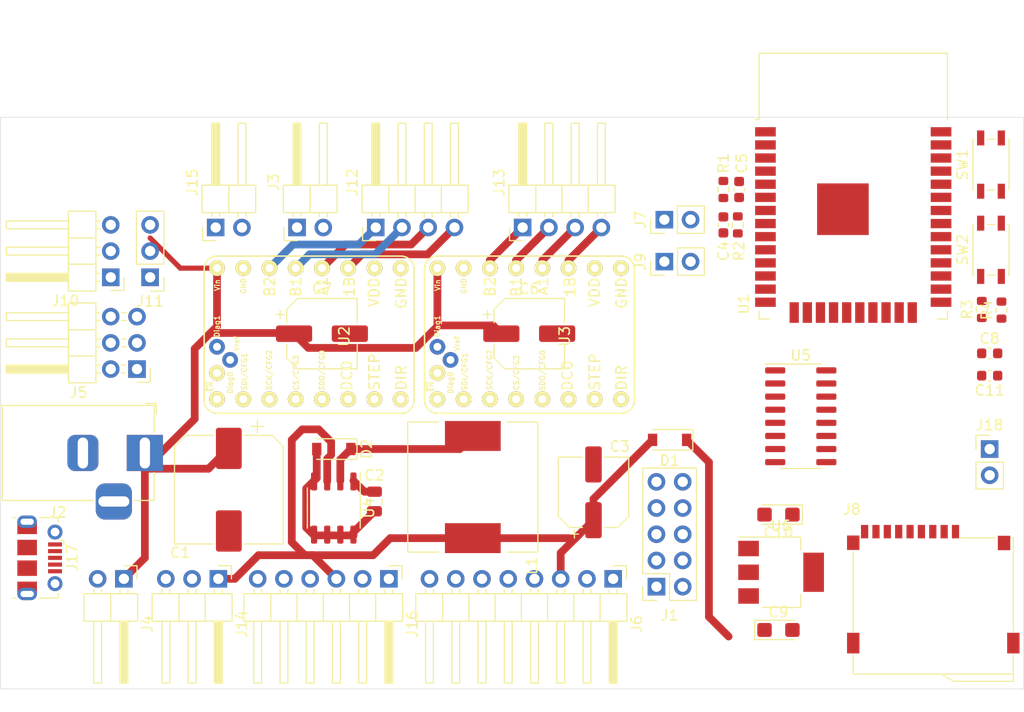
<source format=kicad_pcb>
(kicad_pcb (version 20171130) (host pcbnew "(5.1.10)-1")

  (general
    (thickness 1.6)
    (drawings 5)
    (tracks 84)
    (zones 0)
    (modules 48)
    (nets 77)
  )

  (page A4)
  (layers
    (0 F.Cu signal)
    (31 B.Cu signal)
    (32 B.Adhes user)
    (33 F.Adhes user)
    (34 B.Paste user)
    (35 F.Paste user)
    (36 B.SilkS user)
    (37 F.SilkS user)
    (38 B.Mask user)
    (39 F.Mask user)
    (40 Dwgs.User user hide)
    (41 Cmts.User user)
    (42 Eco1.User user)
    (43 Eco2.User user)
    (44 Edge.Cuts user)
    (45 Margin user)
    (46 B.CrtYd user)
    (47 F.CrtYd user)
    (48 B.Fab user)
    (49 F.Fab user hide)
  )

  (setup
    (last_trace_width 0.25)
    (user_trace_width 0.5)
    (user_trace_width 0.6)
    (user_trace_width 0.7)
    (user_trace_width 0.75)
    (user_trace_width 0.8)
    (user_trace_width 0.9)
    (user_trace_width 1)
    (user_trace_width 1.2)
    (user_trace_width 1.3)
    (user_trace_width 1.5)
    (trace_clearance 0.2)
    (zone_clearance 0.508)
    (zone_45_only no)
    (trace_min 0.2)
    (via_size 0.8)
    (via_drill 0.4)
    (via_min_size 0.4)
    (via_min_drill 0.3)
    (uvia_size 0.3)
    (uvia_drill 0.1)
    (uvias_allowed no)
    (uvia_min_size 0.2)
    (uvia_min_drill 0.1)
    (edge_width 0.05)
    (segment_width 0.2)
    (pcb_text_width 0.3)
    (pcb_text_size 1.5 1.5)
    (mod_edge_width 0.12)
    (mod_text_size 1 1)
    (mod_text_width 0.15)
    (pad_size 3.2 3.2)
    (pad_drill 3.2)
    (pad_to_mask_clearance 0)
    (aux_axis_origin 0 0)
    (visible_elements 7FFFFFFF)
    (pcbplotparams
      (layerselection 0x010fc_ffffffff)
      (usegerberextensions false)
      (usegerberattributes true)
      (usegerberadvancedattributes true)
      (creategerberjobfile true)
      (excludeedgelayer true)
      (linewidth 0.100000)
      (plotframeref false)
      (viasonmask false)
      (mode 1)
      (useauxorigin false)
      (hpglpennumber 1)
      (hpglpenspeed 20)
      (hpglpendiameter 15.000000)
      (psnegative false)
      (psa4output false)
      (plotreference true)
      (plotvalue true)
      (plotinvisibletext false)
      (padsonsilk false)
      (subtractmaskfromsilk false)
      (outputformat 1)
      (mirror false)
      (drillshape 1)
      (scaleselection 1)
      (outputdirectory ""))
  )

  (net 0 "")
  (net 1 GND)
  (net 2 +5V)
  (net 3 /Y_Limit)
  (net 4 /X_Limit)
  (net 5 "Net-(D1-Pad1)")
  (net 6 "Net-(D2-Pad1)")
  (net 7 /MOSI)
  (net 8 /SCL)
  (net 9 /SDA)
  (net 10 /MISO)
  (net 11 /SCK)
  (net 12 /CS_SD)
  (net 13 /CS_X)
  (net 14 /CS_Y)
  (net 15 /CS_AUX)
  (net 16 "Net-(J2-Pad3)")
  (net 17 "Net-(J5-Pad3)")
  (net 18 "Net-(J5-Pad4)")
  (net 19 +3V3)
  (net 20 "Net-(J7-Pad2)")
  (net 21 "Net-(J8-Pad1)")
  (net 22 "Net-(J8-Pad8)")
  (net 23 "Net-(J9-Pad2)")
  (net 24 "Net-(J10-Pad2)")
  (net 25 /PEN_LIFT)
  (net 26 "Net-(J12-Pad4)")
  (net 27 "Net-(J12-Pad3)")
  (net 28 "Net-(J12-Pad2)")
  (net 29 "Net-(J12-Pad1)")
  (net 30 "Net-(J13-Pad1)")
  (net 31 "Net-(J13-Pad2)")
  (net 32 "Net-(J13-Pad3)")
  (net 33 "Net-(J13-Pad4)")
  (net 34 /Vin)
  (net 35 "Net-(U1-Pad4)")
  (net 36 /Y_Dir)
  (net 37 /X_Dir)
  (net 38 /Y_Step)
  (net 39 /X_Step)
  (net 40 /StepEn)
  (net 41 "Net-(U1-Pad17)")
  (net 42 "Net-(U1-Pad18)")
  (net 43 "Net-(U1-Pad20)")
  (net 44 "Net-(U1-Pad21)")
  (net 45 "Net-(U1-Pad22)")
  (net 46 "Net-(U2-Pad17)")
  (net 47 "Net-(U3-Pad17)")
  (net 48 "Net-(J1-Pad1)")
  (net 49 /JTAG_TMS)
  (net 50 /NEO_PIXELS_JTAG_TCK)
  (net 51 /PEN_DIR_JTAG_TDO)
  (net 52 "Net-(J1-Pad7)")
  (net 53 /JTAG_TDI)
  (net 54 "Net-(J1-Pad9)")
  (net 55 "Net-(J1-Pad10)")
  (net 56 /EN)
  (net 57 /IO0)
  (net 58 "Net-(J17-Pad6)")
  (net 59 "Net-(J17-Pad2)")
  (net 60 "Net-(J17-Pad1)")
  (net 61 "Net-(J17-Pad4)")
  (net 62 "Net-(J17-Pad3)")
  (net 63 "Net-(U1-Pad5)")
  (net 64 "Net-(U1-Pad19)")
  (net 65 "Net-(U1-Pad32)")
  (net 66 /ESP32_RX)
  (net 67 /ESP32_TX)
  (net 68 "Net-(U5-Pad7)")
  (net 69 "Net-(U5-Pad8)")
  (net 70 "Net-(U5-Pad9)")
  (net 71 "Net-(U5-Pad10)")
  (net 72 "Net-(U5-Pad11)")
  (net 73 "Net-(U5-Pad12)")
  (net 74 "Net-(U5-Pad13)")
  (net 75 "Net-(U5-Pad14)")
  (net 76 "Net-(U5-Pad15)")

  (net_class Default "This is the default net class."
    (clearance 0.2)
    (trace_width 0.25)
    (via_dia 0.8)
    (via_drill 0.4)
    (uvia_dia 0.3)
    (uvia_drill 0.1)
    (add_net +3V3)
    (add_net +5V)
    (add_net /CS_AUX)
    (add_net /CS_SD)
    (add_net /CS_X)
    (add_net /CS_Y)
    (add_net /EN)
    (add_net /ESP32_RX)
    (add_net /ESP32_TX)
    (add_net /IO0)
    (add_net /JTAG_TDI)
    (add_net /JTAG_TMS)
    (add_net /MISO)
    (add_net /MOSI)
    (add_net /NEO_PIXELS_JTAG_TCK)
    (add_net /PEN_DIR_JTAG_TDO)
    (add_net /PEN_LIFT)
    (add_net /SCK)
    (add_net /SCL)
    (add_net /SDA)
    (add_net /StepEn)
    (add_net /Vin)
    (add_net /X_Dir)
    (add_net /X_Limit)
    (add_net /X_Step)
    (add_net /Y_Dir)
    (add_net /Y_Limit)
    (add_net /Y_Step)
    (add_net GND)
    (add_net "Net-(D1-Pad1)")
    (add_net "Net-(D2-Pad1)")
    (add_net "Net-(J1-Pad1)")
    (add_net "Net-(J1-Pad10)")
    (add_net "Net-(J1-Pad7)")
    (add_net "Net-(J1-Pad9)")
    (add_net "Net-(J10-Pad2)")
    (add_net "Net-(J12-Pad1)")
    (add_net "Net-(J12-Pad2)")
    (add_net "Net-(J12-Pad3)")
    (add_net "Net-(J12-Pad4)")
    (add_net "Net-(J13-Pad1)")
    (add_net "Net-(J13-Pad2)")
    (add_net "Net-(J13-Pad3)")
    (add_net "Net-(J13-Pad4)")
    (add_net "Net-(J17-Pad1)")
    (add_net "Net-(J17-Pad2)")
    (add_net "Net-(J17-Pad3)")
    (add_net "Net-(J17-Pad4)")
    (add_net "Net-(J17-Pad6)")
    (add_net "Net-(J2-Pad3)")
    (add_net "Net-(J5-Pad3)")
    (add_net "Net-(J5-Pad4)")
    (add_net "Net-(J7-Pad2)")
    (add_net "Net-(J8-Pad1)")
    (add_net "Net-(J8-Pad8)")
    (add_net "Net-(J9-Pad2)")
    (add_net "Net-(U1-Pad17)")
    (add_net "Net-(U1-Pad18)")
    (add_net "Net-(U1-Pad19)")
    (add_net "Net-(U1-Pad20)")
    (add_net "Net-(U1-Pad21)")
    (add_net "Net-(U1-Pad22)")
    (add_net "Net-(U1-Pad32)")
    (add_net "Net-(U1-Pad4)")
    (add_net "Net-(U1-Pad5)")
    (add_net "Net-(U2-Pad17)")
    (add_net "Net-(U3-Pad17)")
    (add_net "Net-(U5-Pad10)")
    (add_net "Net-(U5-Pad11)")
    (add_net "Net-(U5-Pad12)")
    (add_net "Net-(U5-Pad13)")
    (add_net "Net-(U5-Pad14)")
    (add_net "Net-(U5-Pad15)")
    (add_net "Net-(U5-Pad7)")
    (add_net "Net-(U5-Pad8)")
    (add_net "Net-(U5-Pad9)")
  )

  (module RF_Module:ESP32-WROOM-32 (layer F.Cu) (tedit 5B5B4654) (tstamp 6153823C)
    (at 107.95 78.74)
    (descr "Single 2.4 GHz Wi-Fi and Bluetooth combo chip https://www.espressif.com/sites/default/files/documentation/esp32-wroom-32_datasheet_en.pdf")
    (tags "Single 2.4 GHz Wi-Fi and Bluetooth combo  chip")
    (path /614C08EB)
    (attr smd)
    (fp_text reference U1 (at -10.61 8.43 90) (layer F.SilkS)
      (effects (font (size 1 1) (thickness 0.15)))
    )
    (fp_text value ESP32-WROOM-32D (at 0 11.5) (layer F.Fab)
      (effects (font (size 1 1) (thickness 0.15)))
    )
    (fp_line (start -9.12 -9.445) (end -9.5 -9.445) (layer F.SilkS) (width 0.12))
    (fp_line (start -9.12 -15.865) (end -9.12 -9.445) (layer F.SilkS) (width 0.12))
    (fp_line (start 9.12 -15.865) (end 9.12 -9.445) (layer F.SilkS) (width 0.12))
    (fp_line (start -9.12 -15.865) (end 9.12 -15.865) (layer F.SilkS) (width 0.12))
    (fp_line (start 9.12 9.88) (end 8.12 9.88) (layer F.SilkS) (width 0.12))
    (fp_line (start 9.12 9.1) (end 9.12 9.88) (layer F.SilkS) (width 0.12))
    (fp_line (start -9.12 9.88) (end -8.12 9.88) (layer F.SilkS) (width 0.12))
    (fp_line (start -9.12 9.1) (end -9.12 9.88) (layer F.SilkS) (width 0.12))
    (fp_line (start 8.4 -20.6) (end 8.2 -20.4) (layer Cmts.User) (width 0.1))
    (fp_line (start 8.4 -16) (end 8.4 -20.6) (layer Cmts.User) (width 0.1))
    (fp_line (start 8.4 -20.6) (end 8.6 -20.4) (layer Cmts.User) (width 0.1))
    (fp_line (start 8.4 -16) (end 8.6 -16.2) (layer Cmts.User) (width 0.1))
    (fp_line (start 8.4 -16) (end 8.2 -16.2) (layer Cmts.User) (width 0.1))
    (fp_line (start -9.2 -13.875) (end -9.4 -14.075) (layer Cmts.User) (width 0.1))
    (fp_line (start -13.8 -13.875) (end -9.2 -13.875) (layer Cmts.User) (width 0.1))
    (fp_line (start -9.2 -13.875) (end -9.4 -13.675) (layer Cmts.User) (width 0.1))
    (fp_line (start -13.8 -13.875) (end -13.6 -13.675) (layer Cmts.User) (width 0.1))
    (fp_line (start -13.8 -13.875) (end -13.6 -14.075) (layer Cmts.User) (width 0.1))
    (fp_line (start 9.2 -13.875) (end 9.4 -13.675) (layer Cmts.User) (width 0.1))
    (fp_line (start 9.2 -13.875) (end 9.4 -14.075) (layer Cmts.User) (width 0.1))
    (fp_line (start 13.8 -13.875) (end 13.6 -13.675) (layer Cmts.User) (width 0.1))
    (fp_line (start 13.8 -13.875) (end 13.6 -14.075) (layer Cmts.User) (width 0.1))
    (fp_line (start 9.2 -13.875) (end 13.8 -13.875) (layer Cmts.User) (width 0.1))
    (fp_line (start 14 -11.585) (end 12 -9.97) (layer Dwgs.User) (width 0.1))
    (fp_line (start 14 -13.2) (end 10 -9.97) (layer Dwgs.User) (width 0.1))
    (fp_line (start 14 -14.815) (end 8 -9.97) (layer Dwgs.User) (width 0.1))
    (fp_line (start 14 -16.43) (end 6 -9.97) (layer Dwgs.User) (width 0.1))
    (fp_line (start 14 -18.045) (end 4 -9.97) (layer Dwgs.User) (width 0.1))
    (fp_line (start 14 -19.66) (end 2 -9.97) (layer Dwgs.User) (width 0.1))
    (fp_line (start 13.475 -20.75) (end 0 -9.97) (layer Dwgs.User) (width 0.1))
    (fp_line (start 11.475 -20.75) (end -2 -9.97) (layer Dwgs.User) (width 0.1))
    (fp_line (start 9.475 -20.75) (end -4 -9.97) (layer Dwgs.User) (width 0.1))
    (fp_line (start 7.475 -20.75) (end -6 -9.97) (layer Dwgs.User) (width 0.1))
    (fp_line (start -8 -9.97) (end 5.475 -20.75) (layer Dwgs.User) (width 0.1))
    (fp_line (start 3.475 -20.75) (end -10 -9.97) (layer Dwgs.User) (width 0.1))
    (fp_line (start 1.475 -20.75) (end -12 -9.97) (layer Dwgs.User) (width 0.1))
    (fp_line (start -0.525 -20.75) (end -14 -9.97) (layer Dwgs.User) (width 0.1))
    (fp_line (start -2.525 -20.75) (end -14 -11.585) (layer Dwgs.User) (width 0.1))
    (fp_line (start -4.525 -20.75) (end -14 -13.2) (layer Dwgs.User) (width 0.1))
    (fp_line (start -6.525 -20.75) (end -14 -14.815) (layer Dwgs.User) (width 0.1))
    (fp_line (start -8.525 -20.75) (end -14 -16.43) (layer Dwgs.User) (width 0.1))
    (fp_line (start -10.525 -20.75) (end -14 -18.045) (layer Dwgs.User) (width 0.1))
    (fp_line (start -12.525 -20.75) (end -14 -19.66) (layer Dwgs.User) (width 0.1))
    (fp_line (start 9.75 -9.72) (end 14.25 -9.72) (layer F.CrtYd) (width 0.05))
    (fp_line (start -14.25 -9.72) (end -9.75 -9.72) (layer F.CrtYd) (width 0.05))
    (fp_line (start 14.25 -21) (end 14.25 -9.72) (layer F.CrtYd) (width 0.05))
    (fp_line (start -14.25 -21) (end -14.25 -9.72) (layer F.CrtYd) (width 0.05))
    (fp_line (start 14 -20.75) (end -14 -20.75) (layer Dwgs.User) (width 0.1))
    (fp_line (start 14 -9.97) (end 14 -20.75) (layer Dwgs.User) (width 0.1))
    (fp_line (start 14 -9.97) (end -14 -9.97) (layer Dwgs.User) (width 0.1))
    (fp_line (start -9 -9.02) (end -8.5 -9.52) (layer F.Fab) (width 0.1))
    (fp_line (start -8.5 -9.52) (end -9 -10.02) (layer F.Fab) (width 0.1))
    (fp_line (start -9 -9.02) (end -9 9.76) (layer F.Fab) (width 0.1))
    (fp_line (start -14.25 -21) (end 14.25 -21) (layer F.CrtYd) (width 0.05))
    (fp_line (start 9.75 -9.72) (end 9.75 10.5) (layer F.CrtYd) (width 0.05))
    (fp_line (start -9.75 10.5) (end 9.75 10.5) (layer F.CrtYd) (width 0.05))
    (fp_line (start -9.75 10.5) (end -9.75 -9.72) (layer F.CrtYd) (width 0.05))
    (fp_line (start -9 -15.745) (end 9 -15.745) (layer F.Fab) (width 0.1))
    (fp_line (start -9 -15.745) (end -9 -10.02) (layer F.Fab) (width 0.1))
    (fp_line (start -9 9.76) (end 9 9.76) (layer F.Fab) (width 0.1))
    (fp_line (start 9 9.76) (end 9 -15.745) (layer F.Fab) (width 0.1))
    (fp_line (start -14 -9.97) (end -14 -20.75) (layer Dwgs.User) (width 0.1))
    (fp_text user %R (at 0 0) (layer F.Fab)
      (effects (font (size 1 1) (thickness 0.15)))
    )
    (fp_text user "KEEP-OUT ZONE" (at 0 -19) (layer Cmts.User)
      (effects (font (size 1 1) (thickness 0.15)))
    )
    (fp_text user Antenna (at 0 -13) (layer Cmts.User)
      (effects (font (size 1 1) (thickness 0.15)))
    )
    (fp_text user "5 mm" (at 11.8 -14.375) (layer Cmts.User)
      (effects (font (size 0.5 0.5) (thickness 0.1)))
    )
    (fp_text user "5 mm" (at -11.2 -14.375) (layer Cmts.User)
      (effects (font (size 0.5 0.5) (thickness 0.1)))
    )
    (fp_text user "5 mm" (at 7.8 -19.075 90) (layer Cmts.User)
      (effects (font (size 0.5 0.5) (thickness 0.1)))
    )
    (pad 39 smd rect (at -1 -0.755) (size 5 5) (layers F.Cu F.Paste F.Mask))
    (pad 1 smd rect (at -8.5 -8.255) (size 2 0.9) (layers F.Cu F.Paste F.Mask)
      (net 1 GND))
    (pad 2 smd rect (at -8.5 -6.985) (size 2 0.9) (layers F.Cu F.Paste F.Mask)
      (net 19 +3V3))
    (pad 3 smd rect (at -8.5 -5.715) (size 2 0.9) (layers F.Cu F.Paste F.Mask)
      (net 56 /EN))
    (pad 4 smd rect (at -8.5 -4.445) (size 2 0.9) (layers F.Cu F.Paste F.Mask)
      (net 35 "Net-(U1-Pad4)"))
    (pad 5 smd rect (at -8.5 -3.175) (size 2 0.9) (layers F.Cu F.Paste F.Mask)
      (net 63 "Net-(U1-Pad5)"))
    (pad 6 smd rect (at -8.5 -1.905) (size 2 0.9) (layers F.Cu F.Paste F.Mask)
      (net 4 /X_Limit))
    (pad 7 smd rect (at -8.5 -0.635) (size 2 0.9) (layers F.Cu F.Paste F.Mask)
      (net 3 /Y_Limit))
    (pad 8 smd rect (at -8.5 0.635) (size 2 0.9) (layers F.Cu F.Paste F.Mask)
      (net 38 /Y_Step))
    (pad 9 smd rect (at -8.5 1.905) (size 2 0.9) (layers F.Cu F.Paste F.Mask)
      (net 36 /Y_Dir))
    (pad 10 smd rect (at -8.5 3.175) (size 2 0.9) (layers F.Cu F.Paste F.Mask)
      (net 39 /X_Step))
    (pad 11 smd rect (at -8.5 4.445) (size 2 0.9) (layers F.Cu F.Paste F.Mask)
      (net 37 /X_Dir))
    (pad 12 smd rect (at -8.5 5.715) (size 2 0.9) (layers F.Cu F.Paste F.Mask)
      (net 25 /PEN_LIFT))
    (pad 13 smd rect (at -8.5 6.985) (size 2 0.9) (layers F.Cu F.Paste F.Mask)
      (net 49 /JTAG_TMS))
    (pad 14 smd rect (at -8.5 8.255) (size 2 0.9) (layers F.Cu F.Paste F.Mask)
      (net 53 /JTAG_TDI))
    (pad 15 smd rect (at -5.715 9.255 90) (size 2 0.9) (layers F.Cu F.Paste F.Mask)
      (net 1 GND))
    (pad 16 smd rect (at -4.445 9.255 90) (size 2 0.9) (layers F.Cu F.Paste F.Mask)
      (net 50 /NEO_PIXELS_JTAG_TCK))
    (pad 17 smd rect (at -3.175 9.255 90) (size 2 0.9) (layers F.Cu F.Paste F.Mask)
      (net 41 "Net-(U1-Pad17)"))
    (pad 18 smd rect (at -1.905 9.255 90) (size 2 0.9) (layers F.Cu F.Paste F.Mask)
      (net 42 "Net-(U1-Pad18)"))
    (pad 19 smd rect (at -0.635 9.255 90) (size 2 0.9) (layers F.Cu F.Paste F.Mask)
      (net 64 "Net-(U1-Pad19)"))
    (pad 20 smd rect (at 0.635 9.255 90) (size 2 0.9) (layers F.Cu F.Paste F.Mask)
      (net 43 "Net-(U1-Pad20)"))
    (pad 21 smd rect (at 1.905 9.255 90) (size 2 0.9) (layers F.Cu F.Paste F.Mask)
      (net 44 "Net-(U1-Pad21)"))
    (pad 22 smd rect (at 3.175 9.255 90) (size 2 0.9) (layers F.Cu F.Paste F.Mask)
      (net 45 "Net-(U1-Pad22)"))
    (pad 23 smd rect (at 4.445 9.255 90) (size 2 0.9) (layers F.Cu F.Paste F.Mask)
      (net 51 /PEN_DIR_JTAG_TDO))
    (pad 24 smd rect (at 5.715 9.255 90) (size 2 0.9) (layers F.Cu F.Paste F.Mask)
      (net 40 /StepEn))
    (pad 25 smd rect (at 8.5 8.255) (size 2 0.9) (layers F.Cu F.Paste F.Mask)
      (net 57 /IO0))
    (pad 26 smd rect (at 8.5 6.985) (size 2 0.9) (layers F.Cu F.Paste F.Mask)
      (net 15 /CS_AUX))
    (pad 27 smd rect (at 8.5 5.715) (size 2 0.9) (layers F.Cu F.Paste F.Mask)
      (net 14 /CS_Y))
    (pad 28 smd rect (at 8.5 4.445) (size 2 0.9) (layers F.Cu F.Paste F.Mask)
      (net 13 /CS_X))
    (pad 29 smd rect (at 8.5 3.175) (size 2 0.9) (layers F.Cu F.Paste F.Mask)
      (net 12 /CS_SD))
    (pad 30 smd rect (at 8.5 1.905) (size 2 0.9) (layers F.Cu F.Paste F.Mask)
      (net 11 /SCK))
    (pad 31 smd rect (at 8.5 0.635) (size 2 0.9) (layers F.Cu F.Paste F.Mask)
      (net 10 /MISO))
    (pad 32 smd rect (at 8.5 -0.635) (size 2 0.9) (layers F.Cu F.Paste F.Mask)
      (net 65 "Net-(U1-Pad32)"))
    (pad 33 smd rect (at 8.5 -1.905) (size 2 0.9) (layers F.Cu F.Paste F.Mask)
      (net 9 /SDA))
    (pad 34 smd rect (at 8.5 -3.175) (size 2 0.9) (layers F.Cu F.Paste F.Mask)
      (net 66 /ESP32_RX))
    (pad 35 smd rect (at 8.5 -4.445) (size 2 0.9) (layers F.Cu F.Paste F.Mask)
      (net 67 /ESP32_TX))
    (pad 36 smd rect (at 8.5 -5.715) (size 2 0.9) (layers F.Cu F.Paste F.Mask)
      (net 8 /SCL))
    (pad 37 smd rect (at 8.5 -6.985) (size 2 0.9) (layers F.Cu F.Paste F.Mask)
      (net 7 /MOSI))
    (pad 38 smd rect (at 8.5 -8.255) (size 2 0.9) (layers F.Cu F.Paste F.Mask)
      (net 1 GND))
    (model ${KISYS3DMOD}/RF_Module.3dshapes/ESP32-WROOM-32.wrl
      (at (xyz 0 0 0))
      (scale (xyz 1 1 1))
      (rotate (xyz 0 0 0))
    )
  )

  (module custom:HK-TF01A (layer F.Cu) (tedit 601C4715) (tstamp 601B903E)
    (at 107.95 109.22)
    (path /601FD9BE)
    (fp_text reference J8 (at -0.127 -2.159) (layer F.SilkS)
      (effects (font (size 1 1) (thickness 0.15)))
    )
    (fp_text value Micro_SD_Card (at 7.8 4.7) (layer F.Fab)
      (effects (font (size 1 1) (thickness 0.15)))
    )
    (fp_line (start 10.4 0.6) (end 13.8 0.6) (layer F.SilkS) (width 0.12))
    (fp_line (start 15.5 14.5) (end 15.5 13.8) (layer F.SilkS) (width 0.12))
    (fp_line (start 15.5 14.5) (end 9.7 14.5) (layer F.SilkS) (width 0.12))
    (fp_line (start 9.7 14.5) (end 8.5 13.8) (layer F.SilkS) (width 0.12))
    (fp_line (start 15.5 9.7) (end 15.5 0.6) (layer F.SilkS) (width 0.12))
    (fp_line (start 15.5 0.6) (end 15.3 0.6) (layer F.SilkS) (width 0.12))
    (fp_line (start 15.5 13.8) (end 0 13.8) (layer F.SilkS) (width 0.12))
    (fp_line (start 15.5 11.9) (end 15.5 13.8) (layer F.SilkS) (width 0.12))
    (fp_line (start 0 11.9) (end 0 13.8) (layer F.SilkS) (width 0.12))
    (fp_line (start 0 1.9) (end 0 9.7) (layer F.SilkS) (width 0.12))
    (fp_text user "LCSC C91145" (at 7.9 16.5) (layer Dwgs.User)
      (effects (font (size 1.27 1.27) (thickness 0.15)))
    )
    (pad "" np_thru_hole circle (at 10.8 11.1) (size 1 1) (drill 1) (layers *.Cu *.Mask))
    (pad "" np_thru_hole circle (at 2.8 11.1) (size 1 1) (drill 1) (layers *.Cu *.Mask))
    (pad 13 smd rect (at 15.5 10.8) (size 1.2 2) (layers F.Cu F.Paste F.Mask))
    (pad 12 smd rect (at 0 10.8) (size 1.2 2) (layers F.Cu F.Paste F.Mask))
    (pad 11 smd rect (at 14.6 1.1) (size 1.2 1.4) (layers F.Cu F.Paste F.Mask))
    (pad 10 smd rect (at 0 1.075) (size 1.2 1.4) (layers F.Cu F.Paste F.Mask))
    (pad 9 smd rect (at 9.9 0) (size 0.7 1.3) (layers F.Cu F.Paste F.Mask)
      (net 1 GND))
    (pad 8 smd rect (at 8.8 0) (size 0.7 1.3) (layers F.Cu F.Paste F.Mask)
      (net 22 "Net-(J8-Pad8)"))
    (pad 7 smd rect (at 7.7 0) (size 0.7 1.3) (layers F.Cu F.Paste F.Mask)
      (net 10 /MISO))
    (pad 6 smd rect (at 6.6 0) (size 0.7 1.3) (layers F.Cu F.Paste F.Mask)
      (net 1 GND))
    (pad 5 smd rect (at 5.5 0) (size 0.7 1.3) (layers F.Cu F.Paste F.Mask)
      (net 11 /SCK))
    (pad 4 smd rect (at 4.4 0) (size 0.7 1.3) (layers F.Cu F.Paste F.Mask)
      (net 19 +3V3))
    (pad 3 smd rect (at 3.3 0) (size 0.7 1.3) (layers F.Cu F.Paste F.Mask)
      (net 7 /MOSI))
    (pad 2 smd rect (at 2.2 0) (size 0.7 1.3) (layers F.Cu F.Paste F.Mask)
      (net 12 /CS_SD))
    (pad 1 smd rect (at 1.1 0) (size 0.7 1.3) (layers F.Cu F.Paste F.Mask)
      (net 21 "Net-(J8-Pad1)"))
    (model ${KISYS3DMOD}/Connector.3dshapes/TF-01A.step
      (offset (xyz 15.1 -15 0))
      (scale (xyz 1 1 1))
      (rotate (xyz 0 0 -90))
    )
  )

  (module custom:StepstickTMCv2 (layer F.Cu) (tedit 601C5E5F) (tstamp 601D4545)
    (at 67.691 96.393 90)
    (path /94FABF20)
    (fp_text reference U3 (at 6.096 12.319 270) (layer F.SilkS)
      (effects (font (size 1 1) (thickness 0.15)))
    )
    (fp_text value TMC2130 (at 5.969 8.89 270) (layer F.Fab)
      (effects (font (size 1 1) (thickness 0.15)))
    )
    (fp_line (start 12.5984 19.0754) (end -0.1016 19.0754) (layer F.SilkS) (width 0.15))
    (fp_line (start -1.3716 0.0254) (end -1.3716 17.8054) (layer F.SilkS) (width 0.15))
    (fp_line (start 12.5984 -1.2446) (end -0.1016 -1.2446) (layer F.SilkS) (width 0.15))
    (fp_line (start 13.8684 17.8054) (end 13.8684 0.0254) (layer F.SilkS) (width 0.15))
    (fp_text user Vref (at 5.3848 1.905 270) (layer F.SilkS)
      (effects (font (size 0.5 0.5) (thickness 0.1)))
    )
    (fp_text user Diag1 (at 7.0612 0 270) (layer F.SilkS)
      (effects (font (size 0.5 0.5) (thickness 0.1)))
    )
    (fp_text user Diag0 (at 1.6002 1.27 270) (layer F.SilkS)
      (effects (font (size 0.5 0.5) (thickness 0.1)))
    )
    (fp_arc (start -0.1016 0.0254) (end -1.3716 0.0254) (angle 90) (layer F.SilkS) (width 0.15))
    (fp_arc (start -0.1016 17.8054) (end -0.1016 19.0754) (angle 90) (layer F.SilkS) (width 0.15))
    (fp_arc (start 12.5984 17.8054) (end 13.8684 17.8054) (angle 90) (layer F.SilkS) (width 0.15))
    (fp_arc (start 12.5984 0.0254) (end 12.5984 -1.2446) (angle 90) (layer F.SilkS) (width 0.15))
    (fp_text user GND (at 10.287 17.8308 270) (layer F.SilkS)
      (effects (font (size 1 1) (thickness 0.15)))
    )
    (fp_text user VDD (at 10.3632 15.2146 270) (layer F.SilkS)
      (effects (font (size 1 1) (thickness 0.15)))
    )
    (fp_text user 1B (at 10.8966 12.827 270) (layer F.SilkS)
      (effects (font (size 1 1) (thickness 0.15)))
    )
    (fp_text user A1 (at 10.9728 10.2108 270) (layer F.SilkS)
      (effects (font (size 1 1) (thickness 0.15)))
    )
    (fp_text user B1 (at 10.8966 7.6454 270) (layer F.SilkS)
      (effects (font (size 1 1) (thickness 0.15)))
    )
    (fp_text user B2 (at 10.8966 5.1054 270) (layer F.SilkS)
      (effects (font (size 1 1) (thickness 0.15)))
    )
    (fp_text user GND (at 10.9728 2.5654 270) (layer F.SilkS)
      (effects (font (size 0.5 0.5) (thickness 0.1)))
    )
    (fp_text user Vin (at 11.049 0.0254 270) (layer F.SilkS)
      (effects (font (size 0.5 0.5) (thickness 0.1)))
    )
    (fp_text user ~EN (at 1.2192 -0.635 270) (layer F.SilkS)
      (effects (font (size 0.5 0.5) (thickness 0.1)))
    )
    (fp_text user SDI/CFG1 (at 2.667 2.6416 270) (layer F.SilkS)
      (effects (font (size 0.5 0.5) (thickness 0.1)))
    )
    (fp_text user SCK/CFG2 (at 2.8194 5.0546 90) (layer F.SilkS)
      (effects (font (size 0.5 0.5) (thickness 0.1)))
    )
    (fp_text user CS/CFG3 (at 2.5654 7.6454 270) (layer F.SilkS)
      (effects (font (size 0.5 0.5) (thickness 0.1)))
    )
    (fp_text user SDO/CFG0 (at 2.794 10.16 270) (layer F.SilkS)
      (effects (font (size 0.5 0.5) (thickness 0.1)))
    )
    (fp_text user DC0 (at 2.286 12.573 270) (layer F.SilkS)
      (effects (font (size 1 1) (thickness 0.15)))
    )
    (fp_text user STEP (at 2.6416 15.24 270) (layer F.SilkS)
      (effects (font (size 1 1) (thickness 0.15)))
    )
    (fp_text user DIR (at 2.0828 17.8308 270) (layer F.SilkS)
      (effects (font (size 1 1) (thickness 0.15)))
    )
    (pad 19 thru_hole circle (at 3.81 1.27 270) (size 1.524 1.524) (drill 0.762) (layers *.Cu *.Mask))
    (pad 18 thru_hole circle (at 5.08 0 270) (size 1.524 1.524) (drill 0.762) (layers *.Cu *.Mask)
      (net 23 "Net-(J9-Pad2)"))
    (pad 17 thru_hole circle (at 2.54 0 270) (size 1.524 1.524) (drill 0.762) (layers *.Cu *.Mask F.SilkS)
      (net 47 "Net-(U3-Pad17)"))
    (pad 8 thru_hole circle (at 0 17.78 270) (size 1.524 1.524) (drill 0.762) (layers *.Cu *.Mask F.SilkS)
      (net 36 /Y_Dir))
    (pad 7 thru_hole circle (at 0 15.24 270) (size 1.524 1.524) (drill 0.762) (layers *.Cu *.Mask F.SilkS)
      (net 38 /Y_Step))
    (pad 6 thru_hole circle (at 0 12.7 270) (size 1.524 1.524) (drill 0.762) (layers *.Cu *.Mask F.SilkS)
      (net 1 GND))
    (pad 5 thru_hole circle (at 0 10.16 270) (size 1.524 1.524) (drill 0.762) (layers *.Cu *.Mask F.SilkS)
      (net 10 /MISO))
    (pad 4 thru_hole circle (at 0 7.62 270) (size 1.524 1.524) (drill 0.762) (layers *.Cu *.Mask F.SilkS)
      (net 14 /CS_Y))
    (pad 3 thru_hole circle (at 0 5.08 270) (size 1.524 1.524) (drill 0.762) (layers *.Cu *.Mask F.SilkS)
      (net 11 /SCK))
    (pad 2 thru_hole circle (at 0 2.54 270) (size 1.524 1.524) (drill 0.762) (layers *.Cu *.Mask F.SilkS)
      (net 7 /MOSI))
    (pad 1 thru_hole circle (at 0 0 270) (size 1.524 1.524) (drill 0.762) (layers *.Cu *.Mask F.SilkS)
      (net 40 /StepEn))
    (pad 16 thru_hole circle (at 12.7 0 270) (size 1.524 1.524) (drill 0.762) (layers *.Cu *.Mask F.SilkS)
      (net 34 /Vin))
    (pad 15 thru_hole circle (at 12.7 2.54 270) (size 1.524 1.524) (drill 0.762) (layers *.Cu *.Mask F.SilkS)
      (net 1 GND))
    (pad 14 thru_hole circle (at 12.7 5.08 270) (size 1.524 1.524) (drill 0.762) (layers *.Cu *.Mask F.SilkS)
      (net 30 "Net-(J13-Pad1)"))
    (pad 13 thru_hole circle (at 12.7 7.62 270) (size 1.524 1.524) (drill 0.762) (layers *.Cu *.Mask F.SilkS)
      (net 31 "Net-(J13-Pad2)"))
    (pad 12 thru_hole circle (at 12.7 10.16 270) (size 1.524 1.524) (drill 0.762) (layers *.Cu *.Mask F.SilkS)
      (net 32 "Net-(J13-Pad3)"))
    (pad 11 thru_hole circle (at 12.7 12.7 270) (size 1.524 1.524) (drill 0.762) (layers *.Cu *.Mask F.SilkS)
      (net 33 "Net-(J13-Pad4)"))
    (pad 10 thru_hole circle (at 12.7 15.24 270) (size 1.524 1.524) (drill 0.762) (layers *.Cu *.Mask F.SilkS)
      (net 19 +3V3))
    (pad 9 thru_hole circle (at 12.7 17.78 270) (size 1.524 1.524) (drill 0.762) (layers *.Cu *.Mask F.SilkS)
      (net 1 GND))
    (model ${KISYS3DMOD}/Connector_PinSocket_2.54mm.3dshapes/PinSocket_1x02_P2.54mm_Vertical.step
      (offset (xyz 2.5 0 0))
      (scale (xyz 1 1 1))
      (rotate (xyz 0 0 -90))
    )
    (model ${KISYS3DMOD}/Connector_PinSocket_2.54mm.3dshapes/PinSocket_1x08_P2.54mm_Vertical.step
      (at (xyz 0 0 0))
      (scale (xyz 1 1 1))
      (rotate (xyz 0 0 0))
    )
    (model ${KISYS3DMOD}/Connector_PinSocket_2.54mm.3dshapes/PinSocket_1x08_P2.54mm_Vertical.step
      (offset (xyz 12.5 0 0))
      (scale (xyz 1 1 1))
      (rotate (xyz 0 0 0))
    )
  )

  (module custom:StepstickTMCv2 (layer F.Cu) (tedit 6020614B) (tstamp 601D460A)
    (at 46.355 96.393 90)
    (path /4E0AB7A9)
    (fp_text reference U2 (at 6.096 12.319 270) (layer F.SilkS)
      (effects (font (size 1 1) (thickness 0.15)))
    )
    (fp_text value TMC2130 (at 5.969 8.89 270) (layer F.Fab)
      (effects (font (size 1 1) (thickness 0.15)))
    )
    (fp_line (start 12.5984 19.0754) (end -0.1016 19.0754) (layer F.SilkS) (width 0.15))
    (fp_line (start -1.3716 0.0254) (end -1.3716 17.8054) (layer F.SilkS) (width 0.15))
    (fp_line (start 12.5984 -1.2446) (end -0.1016 -1.2446) (layer F.SilkS) (width 0.15))
    (fp_line (start 13.8684 17.8054) (end 13.8684 0.0254) (layer F.SilkS) (width 0.15))
    (fp_text user DIR (at 2.0828 17.8308 270) (layer F.SilkS)
      (effects (font (size 1 1) (thickness 0.15)))
    )
    (fp_text user STEP (at 2.6416 15.24 270) (layer F.SilkS)
      (effects (font (size 1 1) (thickness 0.15)))
    )
    (fp_text user DC0 (at 2.286 12.573 270) (layer F.SilkS)
      (effects (font (size 1 1) (thickness 0.15)))
    )
    (fp_text user SDO/CFG0 (at 2.794 10.16 270) (layer F.SilkS)
      (effects (font (size 0.5 0.5) (thickness 0.1)))
    )
    (fp_text user CS/CFG3 (at 2.5654 7.6454 270) (layer F.SilkS)
      (effects (font (size 0.5 0.5) (thickness 0.1)))
    )
    (fp_text user SCK/CFG2 (at 2.8194 5.0546 90) (layer F.SilkS)
      (effects (font (size 0.5 0.5) (thickness 0.1)))
    )
    (fp_text user SDI/CFG1 (at 2.667 2.6416 270) (layer F.SilkS)
      (effects (font (size 0.5 0.5) (thickness 0.1)))
    )
    (fp_text user ~EN (at 1.2192 -0.635 270) (layer F.SilkS)
      (effects (font (size 0.5 0.5) (thickness 0.1)))
    )
    (fp_text user Vin (at 11.049 0.0254 270) (layer F.SilkS)
      (effects (font (size 0.5 0.5) (thickness 0.1)))
    )
    (fp_text user GND (at 10.9728 2.5654 270) (layer F.SilkS)
      (effects (font (size 0.5 0.5) (thickness 0.1)))
    )
    (fp_text user B2 (at 10.8966 5.1054 270) (layer F.SilkS)
      (effects (font (size 1 1) (thickness 0.15)))
    )
    (fp_text user B1 (at 10.8966 7.6454 270) (layer F.SilkS)
      (effects (font (size 1 1) (thickness 0.15)))
    )
    (fp_text user A1 (at 10.9728 10.2108 270) (layer F.SilkS)
      (effects (font (size 1 1) (thickness 0.15)))
    )
    (fp_text user 1B (at 10.8966 12.827 270) (layer F.SilkS)
      (effects (font (size 1 1) (thickness 0.15)))
    )
    (fp_text user VDD (at 10.3632 15.2146 270) (layer F.SilkS)
      (effects (font (size 1 1) (thickness 0.15)))
    )
    (fp_text user GND (at 10.287 17.8308 270) (layer F.SilkS)
      (effects (font (size 1 1) (thickness 0.15)))
    )
    (fp_arc (start 12.5984 0.0254) (end 12.5984 -1.2446) (angle 90) (layer F.SilkS) (width 0.15))
    (fp_arc (start 12.5984 17.8054) (end 13.8684 17.8054) (angle 90) (layer F.SilkS) (width 0.15))
    (fp_arc (start -0.1016 17.8054) (end -0.1016 19.0754) (angle 90) (layer F.SilkS) (width 0.15))
    (fp_arc (start -0.1016 0.0254) (end -1.3716 0.0254) (angle 90) (layer F.SilkS) (width 0.15))
    (fp_text user Diag0 (at 1.6002 1.27 270) (layer F.SilkS)
      (effects (font (size 0.5 0.5) (thickness 0.1)))
    )
    (fp_text user Diag1 (at 7.0612 0 270) (layer F.SilkS)
      (effects (font (size 0.5 0.5) (thickness 0.1)))
    )
    (fp_text user Vref (at 5.3848 1.905 270) (layer F.SilkS)
      (effects (font (size 0.5 0.5) (thickness 0.1)))
    )
    (pad 9 thru_hole circle (at 12.7 17.78 270) (size 1.524 1.524) (drill 0.762) (layers *.Cu *.Mask F.SilkS)
      (net 1 GND))
    (pad 10 thru_hole circle (at 12.7 15.24 270) (size 1.524 1.524) (drill 0.762) (layers *.Cu *.Mask F.SilkS)
      (net 19 +3V3))
    (pad 11 thru_hole circle (at 12.7 12.7 270) (size 1.524 1.524) (drill 0.762) (layers *.Cu *.Mask F.SilkS)
      (net 26 "Net-(J12-Pad4)"))
    (pad 12 thru_hole circle (at 12.7 10.16 270) (size 1.524 1.524) (drill 0.762) (layers *.Cu *.Mask F.SilkS)
      (net 27 "Net-(J12-Pad3)"))
    (pad 13 thru_hole circle (at 12.7 7.62 270) (size 1.524 1.524) (drill 0.762) (layers *.Cu *.Mask F.SilkS)
      (net 28 "Net-(J12-Pad2)"))
    (pad 14 thru_hole circle (at 12.7 5.08 270) (size 1.524 1.524) (drill 0.762) (layers *.Cu *.Mask F.SilkS)
      (net 29 "Net-(J12-Pad1)"))
    (pad 15 thru_hole circle (at 12.7 2.54 270) (size 1.524 1.524) (drill 0.762) (layers *.Cu *.Mask F.SilkS)
      (net 1 GND))
    (pad 16 thru_hole circle (at 12.7 0 270) (size 1.524 1.524) (drill 0.762) (layers *.Cu *.Mask F.SilkS)
      (net 34 /Vin))
    (pad 1 thru_hole circle (at 0 0 270) (size 1.524 1.524) (drill 0.762) (layers *.Cu *.Mask F.SilkS)
      (net 40 /StepEn))
    (pad 2 thru_hole circle (at 0 2.54 270) (size 1.524 1.524) (drill 0.762) (layers *.Cu *.Mask F.SilkS)
      (net 7 /MOSI))
    (pad 3 thru_hole circle (at 0 5.08 270) (size 1.524 1.524) (drill 0.762) (layers *.Cu *.Mask F.SilkS)
      (net 11 /SCK))
    (pad 4 thru_hole circle (at 0 7.62 270) (size 1.524 1.524) (drill 0.762) (layers *.Cu *.Mask F.SilkS)
      (net 13 /CS_X))
    (pad 5 thru_hole circle (at 0 10.16 270) (size 1.524 1.524) (drill 0.762) (layers *.Cu *.Mask F.SilkS)
      (net 10 /MISO))
    (pad 6 thru_hole circle (at 0 12.7 270) (size 1.524 1.524) (drill 0.762) (layers *.Cu *.Mask F.SilkS)
      (net 1 GND))
    (pad 7 thru_hole circle (at 0 15.24 270) (size 1.524 1.524) (drill 0.762) (layers *.Cu *.Mask F.SilkS)
      (net 39 /X_Step))
    (pad 8 thru_hole circle (at 0 17.78 270) (size 1.524 1.524) (drill 0.762) (layers *.Cu *.Mask F.SilkS)
      (net 37 /X_Dir))
    (pad 17 thru_hole circle (at 2.54 0 270) (size 1.524 1.524) (drill 0.762) (layers *.Cu *.Mask F.SilkS)
      (net 46 "Net-(U2-Pad17)"))
    (pad 18 thru_hole circle (at 5.08 0 270) (size 1.524 1.524) (drill 0.762) (layers *.Cu *.Mask)
      (net 20 "Net-(J7-Pad2)"))
    (pad 19 thru_hole circle (at 3.81 1.27 270) (size 1.524 1.524) (drill 0.762) (layers *.Cu *.Mask))
    (model ${KISYS3DMOD}/Connector_PinSocket_2.54mm.3dshapes/PinSocket_1x08_P2.54mm_Vertical.step
      (at (xyz 0 0 0))
      (scale (xyz 1 1 1))
      (rotate (xyz 0 0 0))
    )
    (model ${KISYS3DMOD}/Connector_PinSocket_2.54mm.3dshapes/PinSocket_1x08_P2.54mm_Vertical.step
      (offset (xyz 12.5 0 0))
      (scale (xyz 1 1 1))
      (rotate (xyz 0 0 0))
    )
    (model ${KISYS3DMOD}/Connector_PinSocket_2.54mm.3dshapes/PinSocket_1x02_P2.54mm_Vertical.step
      (offset (xyz 2.5 0 0))
      (scale (xyz 1 1 1))
      (rotate (xyz 0 0 -90))
    )
  )

  (module MountingHole:MountingHole_3.2mm_M3 (layer F.Cu) (tedit 602192C6) (tstamp 60209E33)
    (at 90.17 72.898)
    (descr "Mounting Hole 3.2mm, no annular, M3")
    (tags "mounting hole 3.2mm no annular m3")
    (attr virtual)
    (fp_text reference H2 (at 0 -4.2) (layer Dwgs.User) hide
      (effects (font (size 1 1) (thickness 0.15)))
    )
    (fp_text value MountingHole_3.2mm_M3 (at 0 4.2) (layer F.Fab)
      (effects (font (size 1 1) (thickness 0.15)))
    )
    (fp_circle (center 0 0) (end 3.45 0) (layer F.CrtYd) (width 0.05))
    (fp_circle (center 0 0) (end 3.2 0) (layer Cmts.User) (width 0.15))
    (fp_text user H2 (at 0.3 0) (layer F.Fab)
      (effects (font (size 1 1) (thickness 0.15)))
    )
    (pad "" np_thru_hole circle (at 0 0) (size 3.2 3.2) (drill 3.2) (layers *.Cu *.Mask))
  )

  (module MountingHole:MountingHole_3.2mm_M3 (layer F.Cu) (tedit 602192CD) (tstamp 60206D10)
    (at 29.21 72.898)
    (descr "Mounting Hole 3.2mm, no annular, M3")
    (tags "mounting hole 3.2mm no annular m3")
    (attr virtual)
    (fp_text reference H1 (at 0 -4.2) (layer Dwgs.User) hide
      (effects (font (size 1 1) (thickness 0.15)))
    )
    (fp_text value MountingHole_3.2mm_M3 (at 0 4.2) (layer F.Fab)
      (effects (font (size 1 1) (thickness 0.15)))
    )
    (fp_circle (center 0 0) (end 3.45 0) (layer F.CrtYd) (width 0.05))
    (fp_circle (center 0 0) (end 3.2 0) (layer Cmts.User) (width 0.15))
    (fp_text user H1 (at 0.3 0) (layer F.Fab)
      (effects (font (size 1 1) (thickness 0.15)))
    )
    (pad "" np_thru_hole circle (at 0 0) (size 3.2 3.2) (drill 3.2) (layers *.Cu *.Mask))
  )

  (module MountingHole:MountingHole_3.2mm_M3 (layer F.Cu) (tedit 602192BF) (tstamp 60206FE9)
    (at 90.17 120.65)
    (descr "Mounting Hole 3.2mm, no annular, M3")
    (tags "mounting hole 3.2mm no annular m3")
    (attr virtual)
    (fp_text reference H3 (at 0 -4.2) (layer Dwgs.User) hide
      (effects (font (size 1 1) (thickness 0.15)))
    )
    (fp_text value MountingHole_3.2mm_M3 (at 0 4.2) (layer F.Fab)
      (effects (font (size 1 1) (thickness 0.15)))
    )
    (fp_circle (center 0 0) (end 3.2 0) (layer Cmts.User) (width 0.15))
    (fp_circle (center 0 0) (end 3.45 0) (layer F.CrtYd) (width 0.05))
    (fp_text user H3 (at 0.3 0) (layer F.Fab)
      (effects (font (size 1 1) (thickness 0.15)))
    )
    (pad "" np_thru_hole circle (at 0 0) (size 3.2 3.2) (drill 3.2) (layers *.Cu *.Mask))
  )

  (module MountingHole:MountingHole_3.2mm_M3 (layer F.Cu) (tedit 602192B4) (tstamp 601D73D2)
    (at 29.21 120.65)
    (descr "Mounting Hole 3.2mm, no annular, M3")
    (tags "mounting hole 3.2mm no annular m3")
    (attr virtual)
    (fp_text reference H4 (at 0 -4.2) (layer Dwgs.User) hide
      (effects (font (size 1 1) (thickness 0.15)))
    )
    (fp_text value MountingHole_3.2mm_M3 (at 0 4.2) (layer F.Fab)
      (effects (font (size 1 1) (thickness 0.15)))
    )
    (fp_circle (center 0 0) (end 3.2 0) (layer Cmts.User) (width 0.15))
    (fp_circle (center 0 0) (end 3.45 0) (layer F.CrtYd) (width 0.05))
    (fp_text user H4 (at 0.3 0) (layer F.Fab)
      (effects (font (size 1 1) (thickness 0.15)))
    )
    (pad "" np_thru_hole circle (at 0 0) (size 3.2 3.2) (drill 3.2) (layers *.Cu *.Mask))
  )

  (module Capacitor_SMD:CP_Elec_10x10 (layer F.Cu) (tedit 5BCA39D1) (tstamp 601CF85D)
    (at 47.498 105.156 270)
    (descr "SMD capacitor, aluminum electrolytic, Nichicon, 10.0x10.0mm")
    (tags "capacitor electrolytic")
    (path /6018DADF)
    (attr smd)
    (fp_text reference C1 (at 6.096 4.699 180) (layer F.SilkS)
      (effects (font (size 1 1) (thickness 0.15)))
    )
    (fp_text value "470uF 35v" (at 0 6.2 90) (layer F.Fab)
      (effects (font (size 1 1) (thickness 0.15)))
    )
    (fp_line (start -6.25 1.5) (end -5.4 1.5) (layer F.CrtYd) (width 0.05))
    (fp_line (start -6.25 -1.5) (end -6.25 1.5) (layer F.CrtYd) (width 0.05))
    (fp_line (start -5.4 -1.5) (end -6.25 -1.5) (layer F.CrtYd) (width 0.05))
    (fp_line (start -5.4 1.5) (end -5.4 4.25) (layer F.CrtYd) (width 0.05))
    (fp_line (start -5.4 -4.25) (end -5.4 -1.5) (layer F.CrtYd) (width 0.05))
    (fp_line (start -5.4 -4.25) (end -4.25 -5.4) (layer F.CrtYd) (width 0.05))
    (fp_line (start -5.4 4.25) (end -4.25 5.4) (layer F.CrtYd) (width 0.05))
    (fp_line (start -4.25 -5.4) (end 5.4 -5.4) (layer F.CrtYd) (width 0.05))
    (fp_line (start -4.25 5.4) (end 5.4 5.4) (layer F.CrtYd) (width 0.05))
    (fp_line (start 5.4 1.5) (end 5.4 5.4) (layer F.CrtYd) (width 0.05))
    (fp_line (start 6.25 1.5) (end 5.4 1.5) (layer F.CrtYd) (width 0.05))
    (fp_line (start 6.25 -1.5) (end 6.25 1.5) (layer F.CrtYd) (width 0.05))
    (fp_line (start 5.4 -1.5) (end 6.25 -1.5) (layer F.CrtYd) (width 0.05))
    (fp_line (start 5.4 -5.4) (end 5.4 -1.5) (layer F.CrtYd) (width 0.05))
    (fp_line (start -6.125 -3.385) (end -6.125 -2.135) (layer F.SilkS) (width 0.12))
    (fp_line (start -6.75 -2.76) (end -5.5 -2.76) (layer F.SilkS) (width 0.12))
    (fp_line (start -5.26 4.195563) (end -4.195563 5.26) (layer F.SilkS) (width 0.12))
    (fp_line (start -5.26 -4.195563) (end -4.195563 -5.26) (layer F.SilkS) (width 0.12))
    (fp_line (start -5.26 -4.195563) (end -5.26 -1.51) (layer F.SilkS) (width 0.12))
    (fp_line (start -5.26 4.195563) (end -5.26 1.51) (layer F.SilkS) (width 0.12))
    (fp_line (start -4.195563 5.26) (end 5.26 5.26) (layer F.SilkS) (width 0.12))
    (fp_line (start -4.195563 -5.26) (end 5.26 -5.26) (layer F.SilkS) (width 0.12))
    (fp_line (start 5.26 -5.26) (end 5.26 -1.51) (layer F.SilkS) (width 0.12))
    (fp_line (start 5.26 5.26) (end 5.26 1.51) (layer F.SilkS) (width 0.12))
    (fp_line (start -4.058325 -2.2) (end -4.058325 -1.2) (layer F.Fab) (width 0.1))
    (fp_line (start -4.558325 -1.7) (end -3.558325 -1.7) (layer F.Fab) (width 0.1))
    (fp_line (start -5.15 4.15) (end -4.15 5.15) (layer F.Fab) (width 0.1))
    (fp_line (start -5.15 -4.15) (end -4.15 -5.15) (layer F.Fab) (width 0.1))
    (fp_line (start -5.15 -4.15) (end -5.15 4.15) (layer F.Fab) (width 0.1))
    (fp_line (start -4.15 5.15) (end 5.15 5.15) (layer F.Fab) (width 0.1))
    (fp_line (start -4.15 -5.15) (end 5.15 -5.15) (layer F.Fab) (width 0.1))
    (fp_line (start 5.15 -5.15) (end 5.15 5.15) (layer F.Fab) (width 0.1))
    (fp_circle (center 0 0) (end 5 0) (layer F.Fab) (width 0.1))
    (fp_text user %R (at 0 0 90) (layer F.Fab)
      (effects (font (size 1 1) (thickness 0.15)))
    )
    (pad 2 smd roundrect (at 4 0 270) (size 4 2.5) (layers F.Cu F.Paste F.Mask) (roundrect_rratio 0.1)
      (net 1 GND))
    (pad 1 smd roundrect (at -4 0 270) (size 4 2.5) (layers F.Cu F.Paste F.Mask) (roundrect_rratio 0.1)
      (net 34 /Vin))
    (model ${KISYS3DMOD}/Capacitor_SMD.3dshapes/CP_Elec_10x10.wrl
      (at (xyz 0 0 0))
      (scale (xyz 1 1 1))
      (rotate (xyz 0 0 0))
    )
  )

  (module Capacitor_SMD:C_0805_2012Metric (layer F.Cu) (tedit 5F68FEEE) (tstamp 601B8DB5)
    (at 61.595 106.299 270)
    (descr "Capacitor SMD 0805 (2012 Metric), square (rectangular) end terminal, IPC_7351 nominal, (Body size source: IPC-SM-782 page 76, https://www.pcb-3d.com/wordpress/wp-content/uploads/ipc-sm-782a_amendment_1_and_2.pdf, https://docs.google.com/spreadsheets/d/1BsfQQcO9C6DZCsRaXUlFlo91Tg2WpOkGARC1WS5S8t0/edit?usp=sharing), generated with kicad-footprint-generator")
    (tags capacitor)
    (path /6018F646)
    (attr smd)
    (fp_text reference C2 (at -2.54 0 180) (layer F.SilkS)
      (effects (font (size 1 1) (thickness 0.15)))
    )
    (fp_text value 1uF (at 0 1.68 90) (layer F.Fab)
      (effects (font (size 1 1) (thickness 0.15)))
    )
    (fp_line (start 1.7 0.98) (end -1.7 0.98) (layer F.CrtYd) (width 0.05))
    (fp_line (start 1.7 -0.98) (end 1.7 0.98) (layer F.CrtYd) (width 0.05))
    (fp_line (start -1.7 -0.98) (end 1.7 -0.98) (layer F.CrtYd) (width 0.05))
    (fp_line (start -1.7 0.98) (end -1.7 -0.98) (layer F.CrtYd) (width 0.05))
    (fp_line (start -0.261252 0.735) (end 0.261252 0.735) (layer F.SilkS) (width 0.12))
    (fp_line (start -0.261252 -0.735) (end 0.261252 -0.735) (layer F.SilkS) (width 0.12))
    (fp_line (start 1 0.625) (end -1 0.625) (layer F.Fab) (width 0.1))
    (fp_line (start 1 -0.625) (end 1 0.625) (layer F.Fab) (width 0.1))
    (fp_line (start -1 -0.625) (end 1 -0.625) (layer F.Fab) (width 0.1))
    (fp_line (start -1 0.625) (end -1 -0.625) (layer F.Fab) (width 0.1))
    (fp_text user %R (at 0 0 90) (layer F.Fab)
      (effects (font (size 0.5 0.5) (thickness 0.08)))
    )
    (pad 2 smd roundrect (at 0.95 0 270) (size 1 1.45) (layers F.Cu F.Paste F.Mask) (roundrect_rratio 0.25)
      (net 1 GND))
    (pad 1 smd roundrect (at -0.95 0 270) (size 1 1.45) (layers F.Cu F.Paste F.Mask) (roundrect_rratio 0.25)
      (net 34 /Vin))
    (model ${KISYS3DMOD}/Capacitor_SMD.3dshapes/C_0805_2012Metric.wrl
      (at (xyz 0 0 0))
      (scale (xyz 1 1 1))
      (rotate (xyz 0 0 0))
    )
  )

  (module Capacitor_SMD:CP_Elec_6.3x7.7 (layer F.Cu) (tedit 5BCA39D0) (tstamp 601B8DDD)
    (at 82.804 105.41 90)
    (descr "SMD capacitor, aluminum electrolytic, Nichicon, 6.3x7.7mm")
    (tags "capacitor electrolytic")
    (path /6018E979)
    (attr smd)
    (fp_text reference C3 (at 4.445 2.54 180) (layer F.SilkS)
      (effects (font (size 1 1) (thickness 0.15)))
    )
    (fp_text value "180uF 35v" (at 0 4.35 90) (layer F.Fab)
      (effects (font (size 1 1) (thickness 0.15)))
    )
    (fp_line (start -4.7 1.05) (end -3.55 1.05) (layer F.CrtYd) (width 0.05))
    (fp_line (start -4.7 -1.05) (end -4.7 1.05) (layer F.CrtYd) (width 0.05))
    (fp_line (start -3.55 -1.05) (end -4.7 -1.05) (layer F.CrtYd) (width 0.05))
    (fp_line (start -3.55 1.05) (end -3.55 2.4) (layer F.CrtYd) (width 0.05))
    (fp_line (start -3.55 -2.4) (end -3.55 -1.05) (layer F.CrtYd) (width 0.05))
    (fp_line (start -3.55 -2.4) (end -2.4 -3.55) (layer F.CrtYd) (width 0.05))
    (fp_line (start -3.55 2.4) (end -2.4 3.55) (layer F.CrtYd) (width 0.05))
    (fp_line (start -2.4 -3.55) (end 3.55 -3.55) (layer F.CrtYd) (width 0.05))
    (fp_line (start -2.4 3.55) (end 3.55 3.55) (layer F.CrtYd) (width 0.05))
    (fp_line (start 3.55 1.05) (end 3.55 3.55) (layer F.CrtYd) (width 0.05))
    (fp_line (start 4.7 1.05) (end 3.55 1.05) (layer F.CrtYd) (width 0.05))
    (fp_line (start 4.7 -1.05) (end 4.7 1.05) (layer F.CrtYd) (width 0.05))
    (fp_line (start 3.55 -1.05) (end 4.7 -1.05) (layer F.CrtYd) (width 0.05))
    (fp_line (start 3.55 -3.55) (end 3.55 -1.05) (layer F.CrtYd) (width 0.05))
    (fp_line (start -4.04375 -2.24125) (end -4.04375 -1.45375) (layer F.SilkS) (width 0.12))
    (fp_line (start -4.4375 -1.8475) (end -3.65 -1.8475) (layer F.SilkS) (width 0.12))
    (fp_line (start -3.41 2.345563) (end -2.345563 3.41) (layer F.SilkS) (width 0.12))
    (fp_line (start -3.41 -2.345563) (end -2.345563 -3.41) (layer F.SilkS) (width 0.12))
    (fp_line (start -3.41 -2.345563) (end -3.41 -1.06) (layer F.SilkS) (width 0.12))
    (fp_line (start -3.41 2.345563) (end -3.41 1.06) (layer F.SilkS) (width 0.12))
    (fp_line (start -2.345563 3.41) (end 3.41 3.41) (layer F.SilkS) (width 0.12))
    (fp_line (start -2.345563 -3.41) (end 3.41 -3.41) (layer F.SilkS) (width 0.12))
    (fp_line (start 3.41 -3.41) (end 3.41 -1.06) (layer F.SilkS) (width 0.12))
    (fp_line (start 3.41 3.41) (end 3.41 1.06) (layer F.SilkS) (width 0.12))
    (fp_line (start -2.389838 -1.645) (end -2.389838 -1.015) (layer F.Fab) (width 0.1))
    (fp_line (start -2.704838 -1.33) (end -2.074838 -1.33) (layer F.Fab) (width 0.1))
    (fp_line (start -3.3 2.3) (end -2.3 3.3) (layer F.Fab) (width 0.1))
    (fp_line (start -3.3 -2.3) (end -2.3 -3.3) (layer F.Fab) (width 0.1))
    (fp_line (start -3.3 -2.3) (end -3.3 2.3) (layer F.Fab) (width 0.1))
    (fp_line (start -2.3 3.3) (end 3.3 3.3) (layer F.Fab) (width 0.1))
    (fp_line (start -2.3 -3.3) (end 3.3 -3.3) (layer F.Fab) (width 0.1))
    (fp_line (start 3.3 -3.3) (end 3.3 3.3) (layer F.Fab) (width 0.1))
    (fp_circle (center 0 0) (end 3.15 0) (layer F.Fab) (width 0.1))
    (fp_text user %R (at 0 0 90) (layer F.Fab)
      (effects (font (size 1 1) (thickness 0.15)))
    )
    (pad 2 smd roundrect (at 2.7 0 90) (size 3.5 1.6) (layers F.Cu F.Paste F.Mask) (roundrect_rratio 0.15625)
      (net 1 GND))
    (pad 1 smd roundrect (at -2.7 0 90) (size 3.5 1.6) (layers F.Cu F.Paste F.Mask) (roundrect_rratio 0.15625)
      (net 2 +5V))
    (model ${KISYS3DMOD}/Capacitor_SMD.3dshapes/CP_Elec_6.3x7.7.wrl
      (at (xyz 0 0 0))
      (scale (xyz 1 1 1))
      (rotate (xyz 0 0 0))
    )
  )

  (module Capacitor_SMD:CP_Elec_6.3x5.7 (layer F.Cu) (tedit 5BCA39D0) (tstamp 601CCBD7)
    (at 76.581 90.043)
    (descr "SMD capacitor, aluminum electrolytic, United Chemi-Con, 6.3x5.7mm")
    (tags "capacitor electrolytic")
    (path /60688A57)
    (attr smd)
    (fp_text reference C6 (at 0 -4.35) (layer F.SilkS)
      (effects (font (size 1 1) (thickness 0.15)))
    )
    (fp_text value "47uF 35V" (at 0 4.35) (layer F.Fab)
      (effects (font (size 1 1) (thickness 0.15)))
    )
    (fp_line (start -4.7 1.05) (end -3.55 1.05) (layer F.CrtYd) (width 0.05))
    (fp_line (start -4.7 -1.05) (end -4.7 1.05) (layer F.CrtYd) (width 0.05))
    (fp_line (start -3.55 -1.05) (end -4.7 -1.05) (layer F.CrtYd) (width 0.05))
    (fp_line (start -3.55 1.05) (end -3.55 2.4) (layer F.CrtYd) (width 0.05))
    (fp_line (start -3.55 -2.4) (end -3.55 -1.05) (layer F.CrtYd) (width 0.05))
    (fp_line (start -3.55 -2.4) (end -2.4 -3.55) (layer F.CrtYd) (width 0.05))
    (fp_line (start -3.55 2.4) (end -2.4 3.55) (layer F.CrtYd) (width 0.05))
    (fp_line (start -2.4 -3.55) (end 3.55 -3.55) (layer F.CrtYd) (width 0.05))
    (fp_line (start -2.4 3.55) (end 3.55 3.55) (layer F.CrtYd) (width 0.05))
    (fp_line (start 3.55 1.05) (end 3.55 3.55) (layer F.CrtYd) (width 0.05))
    (fp_line (start 4.7 1.05) (end 3.55 1.05) (layer F.CrtYd) (width 0.05))
    (fp_line (start 4.7 -1.05) (end 4.7 1.05) (layer F.CrtYd) (width 0.05))
    (fp_line (start 3.55 -1.05) (end 4.7 -1.05) (layer F.CrtYd) (width 0.05))
    (fp_line (start 3.55 -3.55) (end 3.55 -1.05) (layer F.CrtYd) (width 0.05))
    (fp_line (start -4.04375 -2.24125) (end -4.04375 -1.45375) (layer F.SilkS) (width 0.12))
    (fp_line (start -4.4375 -1.8475) (end -3.65 -1.8475) (layer F.SilkS) (width 0.12))
    (fp_line (start -3.41 2.345563) (end -2.345563 3.41) (layer F.SilkS) (width 0.12))
    (fp_line (start -3.41 -2.345563) (end -2.345563 -3.41) (layer F.SilkS) (width 0.12))
    (fp_line (start -3.41 -2.345563) (end -3.41 -1.06) (layer F.SilkS) (width 0.12))
    (fp_line (start -3.41 2.345563) (end -3.41 1.06) (layer F.SilkS) (width 0.12))
    (fp_line (start -2.345563 3.41) (end 3.41 3.41) (layer F.SilkS) (width 0.12))
    (fp_line (start -2.345563 -3.41) (end 3.41 -3.41) (layer F.SilkS) (width 0.12))
    (fp_line (start 3.41 -3.41) (end 3.41 -1.06) (layer F.SilkS) (width 0.12))
    (fp_line (start 3.41 3.41) (end 3.41 1.06) (layer F.SilkS) (width 0.12))
    (fp_line (start -2.389838 -1.645) (end -2.389838 -1.015) (layer F.Fab) (width 0.1))
    (fp_line (start -2.704838 -1.33) (end -2.074838 -1.33) (layer F.Fab) (width 0.1))
    (fp_line (start -3.3 2.3) (end -2.3 3.3) (layer F.Fab) (width 0.1))
    (fp_line (start -3.3 -2.3) (end -2.3 -3.3) (layer F.Fab) (width 0.1))
    (fp_line (start -3.3 -2.3) (end -3.3 2.3) (layer F.Fab) (width 0.1))
    (fp_line (start -2.3 3.3) (end 3.3 3.3) (layer F.Fab) (width 0.1))
    (fp_line (start -2.3 -3.3) (end 3.3 -3.3) (layer F.Fab) (width 0.1))
    (fp_line (start 3.3 -3.3) (end 3.3 3.3) (layer F.Fab) (width 0.1))
    (fp_circle (center 0 0) (end 3.15 0) (layer F.Fab) (width 0.1))
    (fp_text user %R (at 0 0) (layer F.Fab)
      (effects (font (size 1 1) (thickness 0.15)))
    )
    (pad 2 smd roundrect (at 2.7 0) (size 3.5 1.6) (layers F.Cu F.Paste F.Mask) (roundrect_rratio 0.15625)
      (net 1 GND))
    (pad 1 smd roundrect (at -2.7 0) (size 3.5 1.6) (layers F.Cu F.Paste F.Mask) (roundrect_rratio 0.15625)
      (net 34 /Vin))
    (model ${KISYS3DMOD}/Capacitor_SMD.3dshapes/CP_Elec_6.3x5.7.wrl
      (at (xyz 0 0 0))
      (scale (xyz 1 1 1))
      (rotate (xyz 0 0 0))
    )
  )

  (module Capacitor_SMD:CP_Elec_6.3x5.7 (layer F.Cu) (tedit 5BCA39D0) (tstamp 601B8E4F)
    (at 56.515 90.043)
    (descr "SMD capacitor, aluminum electrolytic, United Chemi-Con, 6.3x5.7mm")
    (tags "capacitor electrolytic")
    (path /6071E7CB)
    (attr smd)
    (fp_text reference C7 (at 0 -4.35) (layer F.SilkS)
      (effects (font (size 1 1) (thickness 0.15)))
    )
    (fp_text value "47uF 35V" (at 0 4.35) (layer F.Fab)
      (effects (font (size 1 1) (thickness 0.15)))
    )
    (fp_line (start -4.7 1.05) (end -3.55 1.05) (layer F.CrtYd) (width 0.05))
    (fp_line (start -4.7 -1.05) (end -4.7 1.05) (layer F.CrtYd) (width 0.05))
    (fp_line (start -3.55 -1.05) (end -4.7 -1.05) (layer F.CrtYd) (width 0.05))
    (fp_line (start -3.55 1.05) (end -3.55 2.4) (layer F.CrtYd) (width 0.05))
    (fp_line (start -3.55 -2.4) (end -3.55 -1.05) (layer F.CrtYd) (width 0.05))
    (fp_line (start -3.55 -2.4) (end -2.4 -3.55) (layer F.CrtYd) (width 0.05))
    (fp_line (start -3.55 2.4) (end -2.4 3.55) (layer F.CrtYd) (width 0.05))
    (fp_line (start -2.4 -3.55) (end 3.55 -3.55) (layer F.CrtYd) (width 0.05))
    (fp_line (start -2.4 3.55) (end 3.55 3.55) (layer F.CrtYd) (width 0.05))
    (fp_line (start 3.55 1.05) (end 3.55 3.55) (layer F.CrtYd) (width 0.05))
    (fp_line (start 4.7 1.05) (end 3.55 1.05) (layer F.CrtYd) (width 0.05))
    (fp_line (start 4.7 -1.05) (end 4.7 1.05) (layer F.CrtYd) (width 0.05))
    (fp_line (start 3.55 -1.05) (end 4.7 -1.05) (layer F.CrtYd) (width 0.05))
    (fp_line (start 3.55 -3.55) (end 3.55 -1.05) (layer F.CrtYd) (width 0.05))
    (fp_line (start -4.04375 -2.24125) (end -4.04375 -1.45375) (layer F.SilkS) (width 0.12))
    (fp_line (start -4.4375 -1.8475) (end -3.65 -1.8475) (layer F.SilkS) (width 0.12))
    (fp_line (start -3.41 2.345563) (end -2.345563 3.41) (layer F.SilkS) (width 0.12))
    (fp_line (start -3.41 -2.345563) (end -2.345563 -3.41) (layer F.SilkS) (width 0.12))
    (fp_line (start -3.41 -2.345563) (end -3.41 -1.06) (layer F.SilkS) (width 0.12))
    (fp_line (start -3.41 2.345563) (end -3.41 1.06) (layer F.SilkS) (width 0.12))
    (fp_line (start -2.345563 3.41) (end 3.41 3.41) (layer F.SilkS) (width 0.12))
    (fp_line (start -2.345563 -3.41) (end 3.41 -3.41) (layer F.SilkS) (width 0.12))
    (fp_line (start 3.41 -3.41) (end 3.41 -1.06) (layer F.SilkS) (width 0.12))
    (fp_line (start 3.41 3.41) (end 3.41 1.06) (layer F.SilkS) (width 0.12))
    (fp_line (start -2.389838 -1.645) (end -2.389838 -1.015) (layer F.Fab) (width 0.1))
    (fp_line (start -2.704838 -1.33) (end -2.074838 -1.33) (layer F.Fab) (width 0.1))
    (fp_line (start -3.3 2.3) (end -2.3 3.3) (layer F.Fab) (width 0.1))
    (fp_line (start -3.3 -2.3) (end -2.3 -3.3) (layer F.Fab) (width 0.1))
    (fp_line (start -3.3 -2.3) (end -3.3 2.3) (layer F.Fab) (width 0.1))
    (fp_line (start -2.3 3.3) (end 3.3 3.3) (layer F.Fab) (width 0.1))
    (fp_line (start -2.3 -3.3) (end 3.3 -3.3) (layer F.Fab) (width 0.1))
    (fp_line (start 3.3 -3.3) (end 3.3 3.3) (layer F.Fab) (width 0.1))
    (fp_circle (center 0 0) (end 3.15 0) (layer F.Fab) (width 0.1))
    (fp_text user %R (at 0 0) (layer F.Fab)
      (effects (font (size 1 1) (thickness 0.15)))
    )
    (pad 2 smd roundrect (at 2.7 0) (size 3.5 1.6) (layers F.Cu F.Paste F.Mask) (roundrect_rratio 0.15625)
      (net 1 GND))
    (pad 1 smd roundrect (at -2.7 0) (size 3.5 1.6) (layers F.Cu F.Paste F.Mask) (roundrect_rratio 0.15625)
      (net 34 /Vin))
    (model ${KISYS3DMOD}/Capacitor_SMD.3dshapes/CP_Elec_6.3x5.7.wrl
      (at (xyz 0 0 0))
      (scale (xyz 1 1 1))
      (rotate (xyz 0 0 0))
    )
  )

  (module Diode_SMD:D_SOD-123 (layer F.Cu) (tedit 58645DC7) (tstamp 601B8E68)
    (at 90.17 100.33 180)
    (descr SOD-123)
    (tags SOD-123)
    (path /605C34DA)
    (attr smd)
    (fp_text reference D1 (at 0 -2) (layer F.SilkS)
      (effects (font (size 1 1) (thickness 0.15)))
    )
    (fp_text value B5819W (at 0 2.1) (layer F.Fab)
      (effects (font (size 1 1) (thickness 0.15)))
    )
    (fp_line (start -2.25 -1) (end 1.65 -1) (layer F.SilkS) (width 0.12))
    (fp_line (start -2.25 1) (end 1.65 1) (layer F.SilkS) (width 0.12))
    (fp_line (start -2.35 -1.15) (end -2.35 1.15) (layer F.CrtYd) (width 0.05))
    (fp_line (start 2.35 1.15) (end -2.35 1.15) (layer F.CrtYd) (width 0.05))
    (fp_line (start 2.35 -1.15) (end 2.35 1.15) (layer F.CrtYd) (width 0.05))
    (fp_line (start -2.35 -1.15) (end 2.35 -1.15) (layer F.CrtYd) (width 0.05))
    (fp_line (start -1.4 -0.9) (end 1.4 -0.9) (layer F.Fab) (width 0.1))
    (fp_line (start 1.4 -0.9) (end 1.4 0.9) (layer F.Fab) (width 0.1))
    (fp_line (start 1.4 0.9) (end -1.4 0.9) (layer F.Fab) (width 0.1))
    (fp_line (start -1.4 0.9) (end -1.4 -0.9) (layer F.Fab) (width 0.1))
    (fp_line (start -0.75 0) (end -0.35 0) (layer F.Fab) (width 0.1))
    (fp_line (start -0.35 0) (end -0.35 -0.55) (layer F.Fab) (width 0.1))
    (fp_line (start -0.35 0) (end -0.35 0.55) (layer F.Fab) (width 0.1))
    (fp_line (start -0.35 0) (end 0.25 -0.4) (layer F.Fab) (width 0.1))
    (fp_line (start 0.25 -0.4) (end 0.25 0.4) (layer F.Fab) (width 0.1))
    (fp_line (start 0.25 0.4) (end -0.35 0) (layer F.Fab) (width 0.1))
    (fp_line (start 0.25 0) (end 0.75 0) (layer F.Fab) (width 0.1))
    (fp_line (start -2.25 -1) (end -2.25 1) (layer F.SilkS) (width 0.12))
    (fp_text user %R (at 0 -2) (layer F.Fab)
      (effects (font (size 1 1) (thickness 0.15)))
    )
    (pad 2 smd rect (at 1.65 0 180) (size 0.9 1.2) (layers F.Cu F.Paste F.Mask)
      (net 2 +5V))
    (pad 1 smd rect (at -1.65 0 180) (size 0.9 1.2) (layers F.Cu F.Paste F.Mask)
      (net 5 "Net-(D1-Pad1)"))
    (model ${KISYS3DMOD}/Diode_SMD.3dshapes/D_SOD-123.wrl
      (at (xyz 0 0 0))
      (scale (xyz 1 1 1))
      (rotate (xyz 0 0 0))
    )
  )

  (module Diode_SMD:D_SOD-123 (layer F.Cu) (tedit 58645DC7) (tstamp 601B8E81)
    (at 57.658 101.219 180)
    (descr SOD-123)
    (tags SOD-123)
    (path /605DECB8)
    (attr smd)
    (fp_text reference D2 (at -3.175 0 90) (layer F.SilkS)
      (effects (font (size 1 1) (thickness 0.15)))
    )
    (fp_text value B5819W (at 0 2.1) (layer F.Fab)
      (effects (font (size 1 1) (thickness 0.15)))
    )
    (fp_line (start -2.25 -1) (end 1.65 -1) (layer F.SilkS) (width 0.12))
    (fp_line (start -2.25 1) (end 1.65 1) (layer F.SilkS) (width 0.12))
    (fp_line (start -2.35 -1.15) (end -2.35 1.15) (layer F.CrtYd) (width 0.05))
    (fp_line (start 2.35 1.15) (end -2.35 1.15) (layer F.CrtYd) (width 0.05))
    (fp_line (start 2.35 -1.15) (end 2.35 1.15) (layer F.CrtYd) (width 0.05))
    (fp_line (start -2.35 -1.15) (end 2.35 -1.15) (layer F.CrtYd) (width 0.05))
    (fp_line (start -1.4 -0.9) (end 1.4 -0.9) (layer F.Fab) (width 0.1))
    (fp_line (start 1.4 -0.9) (end 1.4 0.9) (layer F.Fab) (width 0.1))
    (fp_line (start 1.4 0.9) (end -1.4 0.9) (layer F.Fab) (width 0.1))
    (fp_line (start -1.4 0.9) (end -1.4 -0.9) (layer F.Fab) (width 0.1))
    (fp_line (start -0.75 0) (end -0.35 0) (layer F.Fab) (width 0.1))
    (fp_line (start -0.35 0) (end -0.35 -0.55) (layer F.Fab) (width 0.1))
    (fp_line (start -0.35 0) (end -0.35 0.55) (layer F.Fab) (width 0.1))
    (fp_line (start -0.35 0) (end 0.25 -0.4) (layer F.Fab) (width 0.1))
    (fp_line (start 0.25 -0.4) (end 0.25 0.4) (layer F.Fab) (width 0.1))
    (fp_line (start 0.25 0.4) (end -0.35 0) (layer F.Fab) (width 0.1))
    (fp_line (start 0.25 0) (end 0.75 0) (layer F.Fab) (width 0.1))
    (fp_line (start -2.25 -1) (end -2.25 1) (layer F.SilkS) (width 0.12))
    (fp_text user %R (at 0 -2) (layer F.Fab)
      (effects (font (size 1 1) (thickness 0.15)))
    )
    (pad 2 smd rect (at 1.65 0 180) (size 0.9 1.2) (layers F.Cu F.Paste F.Mask)
      (net 1 GND))
    (pad 1 smd rect (at -1.65 0 180) (size 0.9 1.2) (layers F.Cu F.Paste F.Mask)
      (net 6 "Net-(D2-Pad1)"))
    (model ${KISYS3DMOD}/Diode_SMD.3dshapes/D_SOD-123.wrl
      (at (xyz 0 0 0))
      (scale (xyz 1 1 1))
      (rotate (xyz 0 0 0))
    )
  )

  (module Connector_BarrelJack:BarrelJack_Horizontal (layer F.Cu) (tedit 5A1DBF6A) (tstamp 601B8EA4)
    (at 39.37 101.6)
    (descr "DC Barrel Jack")
    (tags "Power Jack")
    (path /607B4B93)
    (fp_text reference J2 (at -8.45 5.75) (layer F.SilkS)
      (effects (font (size 1 1) (thickness 0.15)))
    )
    (fp_text value Power (at -6.2 -5.5) (layer F.Fab)
      (effects (font (size 1 1) (thickness 0.15)))
    )
    (fp_line (start 0 -4.5) (end -13.7 -4.5) (layer F.Fab) (width 0.1))
    (fp_line (start 0.8 4.5) (end 0.8 -3.75) (layer F.Fab) (width 0.1))
    (fp_line (start -13.7 4.5) (end 0.8 4.5) (layer F.Fab) (width 0.1))
    (fp_line (start -13.7 -4.5) (end -13.7 4.5) (layer F.Fab) (width 0.1))
    (fp_line (start -10.2 -4.5) (end -10.2 4.5) (layer F.Fab) (width 0.1))
    (fp_line (start 0.9 -4.6) (end 0.9 -2) (layer F.SilkS) (width 0.12))
    (fp_line (start -13.8 -4.6) (end 0.9 -4.6) (layer F.SilkS) (width 0.12))
    (fp_line (start 0.9 4.6) (end -1 4.6) (layer F.SilkS) (width 0.12))
    (fp_line (start 0.9 1.9) (end 0.9 4.6) (layer F.SilkS) (width 0.12))
    (fp_line (start -13.8 4.6) (end -13.8 -4.6) (layer F.SilkS) (width 0.12))
    (fp_line (start -5 4.6) (end -13.8 4.6) (layer F.SilkS) (width 0.12))
    (fp_line (start -14 4.75) (end -14 -4.75) (layer F.CrtYd) (width 0.05))
    (fp_line (start -5 4.75) (end -14 4.75) (layer F.CrtYd) (width 0.05))
    (fp_line (start -5 6.75) (end -5 4.75) (layer F.CrtYd) (width 0.05))
    (fp_line (start -1 6.75) (end -5 6.75) (layer F.CrtYd) (width 0.05))
    (fp_line (start -1 4.75) (end -1 6.75) (layer F.CrtYd) (width 0.05))
    (fp_line (start 1 4.75) (end -1 4.75) (layer F.CrtYd) (width 0.05))
    (fp_line (start 1 2) (end 1 4.75) (layer F.CrtYd) (width 0.05))
    (fp_line (start 2 2) (end 1 2) (layer F.CrtYd) (width 0.05))
    (fp_line (start 2 -2) (end 2 2) (layer F.CrtYd) (width 0.05))
    (fp_line (start 1 -2) (end 2 -2) (layer F.CrtYd) (width 0.05))
    (fp_line (start 1 -4.5) (end 1 -2) (layer F.CrtYd) (width 0.05))
    (fp_line (start 1 -4.75) (end -14 -4.75) (layer F.CrtYd) (width 0.05))
    (fp_line (start 1 -4.5) (end 1 -4.75) (layer F.CrtYd) (width 0.05))
    (fp_line (start 0.05 -4.8) (end 1.1 -4.8) (layer F.SilkS) (width 0.12))
    (fp_line (start 1.1 -3.75) (end 1.1 -4.8) (layer F.SilkS) (width 0.12))
    (fp_line (start -0.003213 -4.505425) (end 0.8 -3.75) (layer F.Fab) (width 0.1))
    (fp_text user %R (at -3 -2.95) (layer F.Fab)
      (effects (font (size 1 1) (thickness 0.15)))
    )
    (pad 3 thru_hole roundrect (at -3 4.7) (size 3.5 3.5) (drill oval 3 1) (layers *.Cu *.Mask) (roundrect_rratio 0.25)
      (net 16 "Net-(J2-Pad3)"))
    (pad 2 thru_hole roundrect (at -6 0) (size 3 3.5) (drill oval 1 3) (layers *.Cu *.Mask) (roundrect_rratio 0.25)
      (net 1 GND))
    (pad 1 thru_hole rect (at 0 0) (size 3.5 3.5) (drill oval 1 3) (layers *.Cu *.Mask)
      (net 34 /Vin))
    (model ${KISYS3DMOD}/Connector_BarrelJack.3dshapes/BarrelJack_Horizontal.wrl
      (at (xyz 0 0 0))
      (scale (xyz 1 1 1))
      (rotate (xyz 0 0 0))
    )
    (model ${KISYS3DMOD}/Connector_BarrelJack.3dshapes/BarrelJack_CUI_PJ-063AH_Horizontal.step
      (offset (xyz 0 0.5 0))
      (scale (xyz 1 1 1))
      (rotate (xyz 0 0 90))
    )
  )

  (module Connector_PinHeader_2.54mm:PinHeader_1x02_P2.54mm_Horizontal (layer F.Cu) (tedit 59FED5CB) (tstamp 60207029)
    (at 54.102 79.756 90)
    (descr "Through hole angled pin header, 1x02, 2.54mm pitch, 6mm pin length, single row")
    (tags "Through hole angled pin header THT 1x02 2.54mm single row")
    (path /607DA111)
    (fp_text reference J3 (at 4.385 -2.27 90) (layer F.SilkS)
      (effects (font (size 1 1) (thickness 0.15)))
    )
    (fp_text value "5V Aux" (at 4.385 4.81 90) (layer F.Fab)
      (effects (font (size 1 1) (thickness 0.15)))
    )
    (fp_line (start 10.55 -1.8) (end -1.8 -1.8) (layer F.CrtYd) (width 0.05))
    (fp_line (start 10.55 4.35) (end 10.55 -1.8) (layer F.CrtYd) (width 0.05))
    (fp_line (start -1.8 4.35) (end 10.55 4.35) (layer F.CrtYd) (width 0.05))
    (fp_line (start -1.8 -1.8) (end -1.8 4.35) (layer F.CrtYd) (width 0.05))
    (fp_line (start -1.27 -1.27) (end 0 -1.27) (layer F.SilkS) (width 0.12))
    (fp_line (start -1.27 0) (end -1.27 -1.27) (layer F.SilkS) (width 0.12))
    (fp_line (start 1.042929 2.92) (end 1.44 2.92) (layer F.SilkS) (width 0.12))
    (fp_line (start 1.042929 2.16) (end 1.44 2.16) (layer F.SilkS) (width 0.12))
    (fp_line (start 10.1 2.92) (end 4.1 2.92) (layer F.SilkS) (width 0.12))
    (fp_line (start 10.1 2.16) (end 10.1 2.92) (layer F.SilkS) (width 0.12))
    (fp_line (start 4.1 2.16) (end 10.1 2.16) (layer F.SilkS) (width 0.12))
    (fp_line (start 1.44 1.27) (end 4.1 1.27) (layer F.SilkS) (width 0.12))
    (fp_line (start 1.11 0.38) (end 1.44 0.38) (layer F.SilkS) (width 0.12))
    (fp_line (start 1.11 -0.38) (end 1.44 -0.38) (layer F.SilkS) (width 0.12))
    (fp_line (start 4.1 0.28) (end 10.1 0.28) (layer F.SilkS) (width 0.12))
    (fp_line (start 4.1 0.16) (end 10.1 0.16) (layer F.SilkS) (width 0.12))
    (fp_line (start 4.1 0.04) (end 10.1 0.04) (layer F.SilkS) (width 0.12))
    (fp_line (start 4.1 -0.08) (end 10.1 -0.08) (layer F.SilkS) (width 0.12))
    (fp_line (start 4.1 -0.2) (end 10.1 -0.2) (layer F.SilkS) (width 0.12))
    (fp_line (start 4.1 -0.32) (end 10.1 -0.32) (layer F.SilkS) (width 0.12))
    (fp_line (start 10.1 0.38) (end 4.1 0.38) (layer F.SilkS) (width 0.12))
    (fp_line (start 10.1 -0.38) (end 10.1 0.38) (layer F.SilkS) (width 0.12))
    (fp_line (start 4.1 -0.38) (end 10.1 -0.38) (layer F.SilkS) (width 0.12))
    (fp_line (start 4.1 -1.33) (end 1.44 -1.33) (layer F.SilkS) (width 0.12))
    (fp_line (start 4.1 3.87) (end 4.1 -1.33) (layer F.SilkS) (width 0.12))
    (fp_line (start 1.44 3.87) (end 4.1 3.87) (layer F.SilkS) (width 0.12))
    (fp_line (start 1.44 -1.33) (end 1.44 3.87) (layer F.SilkS) (width 0.12))
    (fp_line (start 4.04 2.86) (end 10.04 2.86) (layer F.Fab) (width 0.1))
    (fp_line (start 10.04 2.22) (end 10.04 2.86) (layer F.Fab) (width 0.1))
    (fp_line (start 4.04 2.22) (end 10.04 2.22) (layer F.Fab) (width 0.1))
    (fp_line (start -0.32 2.86) (end 1.5 2.86) (layer F.Fab) (width 0.1))
    (fp_line (start -0.32 2.22) (end -0.32 2.86) (layer F.Fab) (width 0.1))
    (fp_line (start -0.32 2.22) (end 1.5 2.22) (layer F.Fab) (width 0.1))
    (fp_line (start 4.04 0.32) (end 10.04 0.32) (layer F.Fab) (width 0.1))
    (fp_line (start 10.04 -0.32) (end 10.04 0.32) (layer F.Fab) (width 0.1))
    (fp_line (start 4.04 -0.32) (end 10.04 -0.32) (layer F.Fab) (width 0.1))
    (fp_line (start -0.32 0.32) (end 1.5 0.32) (layer F.Fab) (width 0.1))
    (fp_line (start -0.32 -0.32) (end -0.32 0.32) (layer F.Fab) (width 0.1))
    (fp_line (start -0.32 -0.32) (end 1.5 -0.32) (layer F.Fab) (width 0.1))
    (fp_line (start 1.5 -0.635) (end 2.135 -1.27) (layer F.Fab) (width 0.1))
    (fp_line (start 1.5 3.81) (end 1.5 -0.635) (layer F.Fab) (width 0.1))
    (fp_line (start 4.04 3.81) (end 1.5 3.81) (layer F.Fab) (width 0.1))
    (fp_line (start 4.04 -1.27) (end 4.04 3.81) (layer F.Fab) (width 0.1))
    (fp_line (start 2.135 -1.27) (end 4.04 -1.27) (layer F.Fab) (width 0.1))
    (fp_text user %R (at 2.77 1.27) (layer F.Fab)
      (effects (font (size 1 1) (thickness 0.15)))
    )
    (pad 2 thru_hole oval (at 0 2.54 90) (size 1.7 1.7) (drill 1) (layers *.Cu *.Mask)
      (net 1 GND))
    (pad 1 thru_hole rect (at 0 0 90) (size 1.7 1.7) (drill 1) (layers *.Cu *.Mask)
      (net 2 +5V))
    (model ${KISYS3DMOD}/Connector_PinHeader_2.54mm.3dshapes/PinHeader_1x02_P2.54mm_Horizontal.wrl
      (at (xyz 0 0 0))
      (scale (xyz 1 1 1))
      (rotate (xyz 0 0 0))
    )
  )

  (module Connector_PinHeader_2.54mm:PinHeader_1x02_P2.54mm_Horizontal (layer F.Cu) (tedit 59FED5CB) (tstamp 602070C5)
    (at 37.338 113.792 270)
    (descr "Through hole angled pin header, 1x02, 2.54mm pitch, 6mm pin length, single row")
    (tags "Through hole angled pin header THT 1x02 2.54mm single row")
    (path /609E0415)
    (fp_text reference J4 (at 4.385 -2.27 90) (layer F.SilkS)
      (effects (font (size 1 1) (thickness 0.15)))
    )
    (fp_text value "Vin Aux" (at 4.385 4.81 90) (layer F.Fab)
      (effects (font (size 1 1) (thickness 0.15)))
    )
    (fp_line (start 10.55 -1.8) (end -1.8 -1.8) (layer F.CrtYd) (width 0.05))
    (fp_line (start 10.55 4.35) (end 10.55 -1.8) (layer F.CrtYd) (width 0.05))
    (fp_line (start -1.8 4.35) (end 10.55 4.35) (layer F.CrtYd) (width 0.05))
    (fp_line (start -1.8 -1.8) (end -1.8 4.35) (layer F.CrtYd) (width 0.05))
    (fp_line (start -1.27 -1.27) (end 0 -1.27) (layer F.SilkS) (width 0.12))
    (fp_line (start -1.27 0) (end -1.27 -1.27) (layer F.SilkS) (width 0.12))
    (fp_line (start 1.042929 2.92) (end 1.44 2.92) (layer F.SilkS) (width 0.12))
    (fp_line (start 1.042929 2.16) (end 1.44 2.16) (layer F.SilkS) (width 0.12))
    (fp_line (start 10.1 2.92) (end 4.1 2.92) (layer F.SilkS) (width 0.12))
    (fp_line (start 10.1 2.16) (end 10.1 2.92) (layer F.SilkS) (width 0.12))
    (fp_line (start 4.1 2.16) (end 10.1 2.16) (layer F.SilkS) (width 0.12))
    (fp_line (start 1.44 1.27) (end 4.1 1.27) (layer F.SilkS) (width 0.12))
    (fp_line (start 1.11 0.38) (end 1.44 0.38) (layer F.SilkS) (width 0.12))
    (fp_line (start 1.11 -0.38) (end 1.44 -0.38) (layer F.SilkS) (width 0.12))
    (fp_line (start 4.1 0.28) (end 10.1 0.28) (layer F.SilkS) (width 0.12))
    (fp_line (start 4.1 0.16) (end 10.1 0.16) (layer F.SilkS) (width 0.12))
    (fp_line (start 4.1 0.04) (end 10.1 0.04) (layer F.SilkS) (width 0.12))
    (fp_line (start 4.1 -0.08) (end 10.1 -0.08) (layer F.SilkS) (width 0.12))
    (fp_line (start 4.1 -0.2) (end 10.1 -0.2) (layer F.SilkS) (width 0.12))
    (fp_line (start 4.1 -0.32) (end 10.1 -0.32) (layer F.SilkS) (width 0.12))
    (fp_line (start 10.1 0.38) (end 4.1 0.38) (layer F.SilkS) (width 0.12))
    (fp_line (start 10.1 -0.38) (end 10.1 0.38) (layer F.SilkS) (width 0.12))
    (fp_line (start 4.1 -0.38) (end 10.1 -0.38) (layer F.SilkS) (width 0.12))
    (fp_line (start 4.1 -1.33) (end 1.44 -1.33) (layer F.SilkS) (width 0.12))
    (fp_line (start 4.1 3.87) (end 4.1 -1.33) (layer F.SilkS) (width 0.12))
    (fp_line (start 1.44 3.87) (end 4.1 3.87) (layer F.SilkS) (width 0.12))
    (fp_line (start 1.44 -1.33) (end 1.44 3.87) (layer F.SilkS) (width 0.12))
    (fp_line (start 4.04 2.86) (end 10.04 2.86) (layer F.Fab) (width 0.1))
    (fp_line (start 10.04 2.22) (end 10.04 2.86) (layer F.Fab) (width 0.1))
    (fp_line (start 4.04 2.22) (end 10.04 2.22) (layer F.Fab) (width 0.1))
    (fp_line (start -0.32 2.86) (end 1.5 2.86) (layer F.Fab) (width 0.1))
    (fp_line (start -0.32 2.22) (end -0.32 2.86) (layer F.Fab) (width 0.1))
    (fp_line (start -0.32 2.22) (end 1.5 2.22) (layer F.Fab) (width 0.1))
    (fp_line (start 4.04 0.32) (end 10.04 0.32) (layer F.Fab) (width 0.1))
    (fp_line (start 10.04 -0.32) (end 10.04 0.32) (layer F.Fab) (width 0.1))
    (fp_line (start 4.04 -0.32) (end 10.04 -0.32) (layer F.Fab) (width 0.1))
    (fp_line (start -0.32 0.32) (end 1.5 0.32) (layer F.Fab) (width 0.1))
    (fp_line (start -0.32 -0.32) (end -0.32 0.32) (layer F.Fab) (width 0.1))
    (fp_line (start -0.32 -0.32) (end 1.5 -0.32) (layer F.Fab) (width 0.1))
    (fp_line (start 1.5 -0.635) (end 2.135 -1.27) (layer F.Fab) (width 0.1))
    (fp_line (start 1.5 3.81) (end 1.5 -0.635) (layer F.Fab) (width 0.1))
    (fp_line (start 4.04 3.81) (end 1.5 3.81) (layer F.Fab) (width 0.1))
    (fp_line (start 4.04 -1.27) (end 4.04 3.81) (layer F.Fab) (width 0.1))
    (fp_line (start 2.135 -1.27) (end 4.04 -1.27) (layer F.Fab) (width 0.1))
    (fp_text user %R (at 2.77 1.27) (layer F.Fab)
      (effects (font (size 1 1) (thickness 0.15)))
    )
    (pad 2 thru_hole oval (at 0 2.54 270) (size 1.7 1.7) (drill 1) (layers *.Cu *.Mask)
      (net 1 GND))
    (pad 1 thru_hole rect (at 0 0 270) (size 1.7 1.7) (drill 1) (layers *.Cu *.Mask)
      (net 34 /Vin))
    (model ${KISYS3DMOD}/Connector_PinHeader_2.54mm.3dshapes/PinHeader_1x02_P2.54mm_Horizontal.wrl
      (at (xyz 0 0 0))
      (scale (xyz 1 1 1))
      (rotate (xyz 0 0 0))
    )
  )

  (module Connector_PinHeader_2.54mm:PinHeader_2x03_P2.54mm_Horizontal (layer F.Cu) (tedit 59FED5CB) (tstamp 602099BC)
    (at 38.608 93.472 180)
    (descr "Through hole angled pin header, 2x03, 2.54mm pitch, 6mm pin length, double rows")
    (tags "Through hole angled pin header THT 2x03 2.54mm double row")
    (path /607F3660)
    (fp_text reference J5 (at 5.655 -2.27) (layer F.SilkS)
      (effects (font (size 1 1) (thickness 0.15)))
    )
    (fp_text value "Limit Switches" (at 5.655 7.35) (layer F.Fab)
      (effects (font (size 1 1) (thickness 0.15)))
    )
    (fp_line (start 13.1 -1.8) (end -1.8 -1.8) (layer F.CrtYd) (width 0.05))
    (fp_line (start 13.1 6.85) (end 13.1 -1.8) (layer F.CrtYd) (width 0.05))
    (fp_line (start -1.8 6.85) (end 13.1 6.85) (layer F.CrtYd) (width 0.05))
    (fp_line (start -1.8 -1.8) (end -1.8 6.85) (layer F.CrtYd) (width 0.05))
    (fp_line (start -1.27 -1.27) (end 0 -1.27) (layer F.SilkS) (width 0.12))
    (fp_line (start -1.27 0) (end -1.27 -1.27) (layer F.SilkS) (width 0.12))
    (fp_line (start 1.042929 5.46) (end 1.497071 5.46) (layer F.SilkS) (width 0.12))
    (fp_line (start 1.042929 4.7) (end 1.497071 4.7) (layer F.SilkS) (width 0.12))
    (fp_line (start 3.582929 5.46) (end 3.98 5.46) (layer F.SilkS) (width 0.12))
    (fp_line (start 3.582929 4.7) (end 3.98 4.7) (layer F.SilkS) (width 0.12))
    (fp_line (start 12.64 5.46) (end 6.64 5.46) (layer F.SilkS) (width 0.12))
    (fp_line (start 12.64 4.7) (end 12.64 5.46) (layer F.SilkS) (width 0.12))
    (fp_line (start 6.64 4.7) (end 12.64 4.7) (layer F.SilkS) (width 0.12))
    (fp_line (start 3.98 3.81) (end 6.64 3.81) (layer F.SilkS) (width 0.12))
    (fp_line (start 1.042929 2.92) (end 1.497071 2.92) (layer F.SilkS) (width 0.12))
    (fp_line (start 1.042929 2.16) (end 1.497071 2.16) (layer F.SilkS) (width 0.12))
    (fp_line (start 3.582929 2.92) (end 3.98 2.92) (layer F.SilkS) (width 0.12))
    (fp_line (start 3.582929 2.16) (end 3.98 2.16) (layer F.SilkS) (width 0.12))
    (fp_line (start 12.64 2.92) (end 6.64 2.92) (layer F.SilkS) (width 0.12))
    (fp_line (start 12.64 2.16) (end 12.64 2.92) (layer F.SilkS) (width 0.12))
    (fp_line (start 6.64 2.16) (end 12.64 2.16) (layer F.SilkS) (width 0.12))
    (fp_line (start 3.98 1.27) (end 6.64 1.27) (layer F.SilkS) (width 0.12))
    (fp_line (start 1.11 0.38) (end 1.497071 0.38) (layer F.SilkS) (width 0.12))
    (fp_line (start 1.11 -0.38) (end 1.497071 -0.38) (layer F.SilkS) (width 0.12))
    (fp_line (start 3.582929 0.38) (end 3.98 0.38) (layer F.SilkS) (width 0.12))
    (fp_line (start 3.582929 -0.38) (end 3.98 -0.38) (layer F.SilkS) (width 0.12))
    (fp_line (start 6.64 0.28) (end 12.64 0.28) (layer F.SilkS) (width 0.12))
    (fp_line (start 6.64 0.16) (end 12.64 0.16) (layer F.SilkS) (width 0.12))
    (fp_line (start 6.64 0.04) (end 12.64 0.04) (layer F.SilkS) (width 0.12))
    (fp_line (start 6.64 -0.08) (end 12.64 -0.08) (layer F.SilkS) (width 0.12))
    (fp_line (start 6.64 -0.2) (end 12.64 -0.2) (layer F.SilkS) (width 0.12))
    (fp_line (start 6.64 -0.32) (end 12.64 -0.32) (layer F.SilkS) (width 0.12))
    (fp_line (start 12.64 0.38) (end 6.64 0.38) (layer F.SilkS) (width 0.12))
    (fp_line (start 12.64 -0.38) (end 12.64 0.38) (layer F.SilkS) (width 0.12))
    (fp_line (start 6.64 -0.38) (end 12.64 -0.38) (layer F.SilkS) (width 0.12))
    (fp_line (start 6.64 -1.33) (end 3.98 -1.33) (layer F.SilkS) (width 0.12))
    (fp_line (start 6.64 6.41) (end 6.64 -1.33) (layer F.SilkS) (width 0.12))
    (fp_line (start 3.98 6.41) (end 6.64 6.41) (layer F.SilkS) (width 0.12))
    (fp_line (start 3.98 -1.33) (end 3.98 6.41) (layer F.SilkS) (width 0.12))
    (fp_line (start 6.58 5.4) (end 12.58 5.4) (layer F.Fab) (width 0.1))
    (fp_line (start 12.58 4.76) (end 12.58 5.4) (layer F.Fab) (width 0.1))
    (fp_line (start 6.58 4.76) (end 12.58 4.76) (layer F.Fab) (width 0.1))
    (fp_line (start -0.32 5.4) (end 4.04 5.4) (layer F.Fab) (width 0.1))
    (fp_line (start -0.32 4.76) (end -0.32 5.4) (layer F.Fab) (width 0.1))
    (fp_line (start -0.32 4.76) (end 4.04 4.76) (layer F.Fab) (width 0.1))
    (fp_line (start 6.58 2.86) (end 12.58 2.86) (layer F.Fab) (width 0.1))
    (fp_line (start 12.58 2.22) (end 12.58 2.86) (layer F.Fab) (width 0.1))
    (fp_line (start 6.58 2.22) (end 12.58 2.22) (layer F.Fab) (width 0.1))
    (fp_line (start -0.32 2.86) (end 4.04 2.86) (layer F.Fab) (width 0.1))
    (fp_line (start -0.32 2.22) (end -0.32 2.86) (layer F.Fab) (width 0.1))
    (fp_line (start -0.32 2.22) (end 4.04 2.22) (layer F.Fab) (width 0.1))
    (fp_line (start 6.58 0.32) (end 12.58 0.32) (layer F.Fab) (width 0.1))
    (fp_line (start 12.58 -0.32) (end 12.58 0.32) (layer F.Fab) (width 0.1))
    (fp_line (start 6.58 -0.32) (end 12.58 -0.32) (layer F.Fab) (width 0.1))
    (fp_line (start -0.32 0.32) (end 4.04 0.32) (layer F.Fab) (width 0.1))
    (fp_line (start -0.32 -0.32) (end -0.32 0.32) (layer F.Fab) (width 0.1))
    (fp_line (start -0.32 -0.32) (end 4.04 -0.32) (layer F.Fab) (width 0.1))
    (fp_line (start 4.04 -0.635) (end 4.675 -1.27) (layer F.Fab) (width 0.1))
    (fp_line (start 4.04 6.35) (end 4.04 -0.635) (layer F.Fab) (width 0.1))
    (fp_line (start 6.58 6.35) (end 4.04 6.35) (layer F.Fab) (width 0.1))
    (fp_line (start 6.58 -1.27) (end 6.58 6.35) (layer F.Fab) (width 0.1))
    (fp_line (start 4.675 -1.27) (end 6.58 -1.27) (layer F.Fab) (width 0.1))
    (fp_text user %R (at 5.31 2.54 90) (layer F.Fab)
      (effects (font (size 1 1) (thickness 0.15)))
    )
    (pad 6 thru_hole oval (at 2.54 5.08 180) (size 1.7 1.7) (drill 1) (layers *.Cu *.Mask)
      (net 19 +3V3))
    (pad 5 thru_hole oval (at 0 5.08 180) (size 1.7 1.7) (drill 1) (layers *.Cu *.Mask)
      (net 19 +3V3))
    (pad 4 thru_hole oval (at 2.54 2.54 180) (size 1.7 1.7) (drill 1) (layers *.Cu *.Mask)
      (net 18 "Net-(J5-Pad4)"))
    (pad 3 thru_hole oval (at 0 2.54 180) (size 1.7 1.7) (drill 1) (layers *.Cu *.Mask)
      (net 17 "Net-(J5-Pad3)"))
    (pad 2 thru_hole oval (at 2.54 0 180) (size 1.7 1.7) (drill 1) (layers *.Cu *.Mask)
      (net 1 GND))
    (pad 1 thru_hole rect (at 0 0 180) (size 1.7 1.7) (drill 1) (layers *.Cu *.Mask)
      (net 1 GND))
    (model ${KISYS3DMOD}/Connector_PinHeader_2.54mm.3dshapes/PinHeader_2x03_P2.54mm_Horizontal.wrl
      (at (xyz 0 0 0))
      (scale (xyz 1 1 1))
      (rotate (xyz 0 0 0))
    )
  )

  (module Connector_PinHeader_2.54mm:PinHeader_1x08_P2.54mm_Horizontal (layer F.Cu) (tedit 59FED5CB) (tstamp 602071A9)
    (at 84.709 113.792 270)
    (descr "Through hole angled pin header, 1x08, 2.54mm pitch, 6mm pin length, single row")
    (tags "Through hole angled pin header THT 1x08 2.54mm single row")
    (path /60A36016)
    (fp_text reference J6 (at 4.385 -2.27 90) (layer F.SilkS)
      (effects (font (size 1 1) (thickness 0.15)))
    )
    (fp_text value "Aux Port (SPI)" (at 4.385 20.05 90) (layer F.Fab)
      (effects (font (size 1 1) (thickness 0.15)))
    )
    (fp_line (start 10.55 -1.8) (end -1.8 -1.8) (layer F.CrtYd) (width 0.05))
    (fp_line (start 10.55 19.55) (end 10.55 -1.8) (layer F.CrtYd) (width 0.05))
    (fp_line (start -1.8 19.55) (end 10.55 19.55) (layer F.CrtYd) (width 0.05))
    (fp_line (start -1.8 -1.8) (end -1.8 19.55) (layer F.CrtYd) (width 0.05))
    (fp_line (start -1.27 -1.27) (end 0 -1.27) (layer F.SilkS) (width 0.12))
    (fp_line (start -1.27 0) (end -1.27 -1.27) (layer F.SilkS) (width 0.12))
    (fp_line (start 1.042929 18.16) (end 1.44 18.16) (layer F.SilkS) (width 0.12))
    (fp_line (start 1.042929 17.4) (end 1.44 17.4) (layer F.SilkS) (width 0.12))
    (fp_line (start 10.1 18.16) (end 4.1 18.16) (layer F.SilkS) (width 0.12))
    (fp_line (start 10.1 17.4) (end 10.1 18.16) (layer F.SilkS) (width 0.12))
    (fp_line (start 4.1 17.4) (end 10.1 17.4) (layer F.SilkS) (width 0.12))
    (fp_line (start 1.44 16.51) (end 4.1 16.51) (layer F.SilkS) (width 0.12))
    (fp_line (start 1.042929 15.62) (end 1.44 15.62) (layer F.SilkS) (width 0.12))
    (fp_line (start 1.042929 14.86) (end 1.44 14.86) (layer F.SilkS) (width 0.12))
    (fp_line (start 10.1 15.62) (end 4.1 15.62) (layer F.SilkS) (width 0.12))
    (fp_line (start 10.1 14.86) (end 10.1 15.62) (layer F.SilkS) (width 0.12))
    (fp_line (start 4.1 14.86) (end 10.1 14.86) (layer F.SilkS) (width 0.12))
    (fp_line (start 1.44 13.97) (end 4.1 13.97) (layer F.SilkS) (width 0.12))
    (fp_line (start 1.042929 13.08) (end 1.44 13.08) (layer F.SilkS) (width 0.12))
    (fp_line (start 1.042929 12.32) (end 1.44 12.32) (layer F.SilkS) (width 0.12))
    (fp_line (start 10.1 13.08) (end 4.1 13.08) (layer F.SilkS) (width 0.12))
    (fp_line (start 10.1 12.32) (end 10.1 13.08) (layer F.SilkS) (width 0.12))
    (fp_line (start 4.1 12.32) (end 10.1 12.32) (layer F.SilkS) (width 0.12))
    (fp_line (start 1.44 11.43) (end 4.1 11.43) (layer F.SilkS) (width 0.12))
    (fp_line (start 1.042929 10.54) (end 1.44 10.54) (layer F.SilkS) (width 0.12))
    (fp_line (start 1.042929 9.78) (end 1.44 9.78) (layer F.SilkS) (width 0.12))
    (fp_line (start 10.1 10.54) (end 4.1 10.54) (layer F.SilkS) (width 0.12))
    (fp_line (start 10.1 9.78) (end 10.1 10.54) (layer F.SilkS) (width 0.12))
    (fp_line (start 4.1 9.78) (end 10.1 9.78) (layer F.SilkS) (width 0.12))
    (fp_line (start 1.44 8.89) (end 4.1 8.89) (layer F.SilkS) (width 0.12))
    (fp_line (start 1.042929 8) (end 1.44 8) (layer F.SilkS) (width 0.12))
    (fp_line (start 1.042929 7.24) (end 1.44 7.24) (layer F.SilkS) (width 0.12))
    (fp_line (start 10.1 8) (end 4.1 8) (layer F.SilkS) (width 0.12))
    (fp_line (start 10.1 7.24) (end 10.1 8) (layer F.SilkS) (width 0.12))
    (fp_line (start 4.1 7.24) (end 10.1 7.24) (layer F.SilkS) (width 0.12))
    (fp_line (start 1.44 6.35) (end 4.1 6.35) (layer F.SilkS) (width 0.12))
    (fp_line (start 1.042929 5.46) (end 1.44 5.46) (layer F.SilkS) (width 0.12))
    (fp_line (start 1.042929 4.7) (end 1.44 4.7) (layer F.SilkS) (width 0.12))
    (fp_line (start 10.1 5.46) (end 4.1 5.46) (layer F.SilkS) (width 0.12))
    (fp_line (start 10.1 4.7) (end 10.1 5.46) (layer F.SilkS) (width 0.12))
    (fp_line (start 4.1 4.7) (end 10.1 4.7) (layer F.SilkS) (width 0.12))
    (fp_line (start 1.44 3.81) (end 4.1 3.81) (layer F.SilkS) (width 0.12))
    (fp_line (start 1.042929 2.92) (end 1.44 2.92) (layer F.SilkS) (width 0.12))
    (fp_line (start 1.042929 2.16) (end 1.44 2.16) (layer F.SilkS) (width 0.12))
    (fp_line (start 10.1 2.92) (end 4.1 2.92) (layer F.SilkS) (width 0.12))
    (fp_line (start 10.1 2.16) (end 10.1 2.92) (layer F.SilkS) (width 0.12))
    (fp_line (start 4.1 2.16) (end 10.1 2.16) (layer F.SilkS) (width 0.12))
    (fp_line (start 1.44 1.27) (end 4.1 1.27) (layer F.SilkS) (width 0.12))
    (fp_line (start 1.11 0.38) (end 1.44 0.38) (layer F.SilkS) (width 0.12))
    (fp_line (start 1.11 -0.38) (end 1.44 -0.38) (layer F.SilkS) (width 0.12))
    (fp_line (start 4.1 0.28) (end 10.1 0.28) (layer F.SilkS) (width 0.12))
    (fp_line (start 4.1 0.16) (end 10.1 0.16) (layer F.SilkS) (width 0.12))
    (fp_line (start 4.1 0.04) (end 10.1 0.04) (layer F.SilkS) (width 0.12))
    (fp_line (start 4.1 -0.08) (end 10.1 -0.08) (layer F.SilkS) (width 0.12))
    (fp_line (start 4.1 -0.2) (end 10.1 -0.2) (layer F.SilkS) (width 0.12))
    (fp_line (start 4.1 -0.32) (end 10.1 -0.32) (layer F.SilkS) (width 0.12))
    (fp_line (start 10.1 0.38) (end 4.1 0.38) (layer F.SilkS) (width 0.12))
    (fp_line (start 10.1 -0.38) (end 10.1 0.38) (layer F.SilkS) (width 0.12))
    (fp_line (start 4.1 -0.38) (end 10.1 -0.38) (layer F.SilkS) (width 0.12))
    (fp_line (start 4.1 -1.33) (end 1.44 -1.33) (layer F.SilkS) (width 0.12))
    (fp_line (start 4.1 19.11) (end 4.1 -1.33) (layer F.SilkS) (width 0.12))
    (fp_line (start 1.44 19.11) (end 4.1 19.11) (layer F.SilkS) (width 0.12))
    (fp_line (start 1.44 -1.33) (end 1.44 19.11) (layer F.SilkS) (width 0.12))
    (fp_line (start 4.04 18.1) (end 10.04 18.1) (layer F.Fab) (width 0.1))
    (fp_line (start 10.04 17.46) (end 10.04 18.1) (layer F.Fab) (width 0.1))
    (fp_line (start 4.04 17.46) (end 10.04 17.46) (layer F.Fab) (width 0.1))
    (fp_line (start -0.32 18.1) (end 1.5 18.1) (layer F.Fab) (width 0.1))
    (fp_line (start -0.32 17.46) (end -0.32 18.1) (layer F.Fab) (width 0.1))
    (fp_line (start -0.32 17.46) (end 1.5 17.46) (layer F.Fab) (width 0.1))
    (fp_line (start 4.04 15.56) (end 10.04 15.56) (layer F.Fab) (width 0.1))
    (fp_line (start 10.04 14.92) (end 10.04 15.56) (layer F.Fab) (width 0.1))
    (fp_line (start 4.04 14.92) (end 10.04 14.92) (layer F.Fab) (width 0.1))
    (fp_line (start -0.32 15.56) (end 1.5 15.56) (layer F.Fab) (width 0.1))
    (fp_line (start -0.32 14.92) (end -0.32 15.56) (layer F.Fab) (width 0.1))
    (fp_line (start -0.32 14.92) (end 1.5 14.92) (layer F.Fab) (width 0.1))
    (fp_line (start 4.04 13.02) (end 10.04 13.02) (layer F.Fab) (width 0.1))
    (fp_line (start 10.04 12.38) (end 10.04 13.02) (layer F.Fab) (width 0.1))
    (fp_line (start 4.04 12.38) (end 10.04 12.38) (layer F.Fab) (width 0.1))
    (fp_line (start -0.32 13.02) (end 1.5 13.02) (layer F.Fab) (width 0.1))
    (fp_line (start -0.32 12.38) (end -0.32 13.02) (layer F.Fab) (width 0.1))
    (fp_line (start -0.32 12.38) (end 1.5 12.38) (layer F.Fab) (width 0.1))
    (fp_line (start 4.04 10.48) (end 10.04 10.48) (layer F.Fab) (width 0.1))
    (fp_line (start 10.04 9.84) (end 10.04 10.48) (layer F.Fab) (width 0.1))
    (fp_line (start 4.04 9.84) (end 10.04 9.84) (layer F.Fab) (width 0.1))
    (fp_line (start -0.32 10.48) (end 1.5 10.48) (layer F.Fab) (width 0.1))
    (fp_line (start -0.32 9.84) (end -0.32 10.48) (layer F.Fab) (width 0.1))
    (fp_line (start -0.32 9.84) (end 1.5 9.84) (layer F.Fab) (width 0.1))
    (fp_line (start 4.04 7.94) (end 10.04 7.94) (layer F.Fab) (width 0.1))
    (fp_line (start 10.04 7.3) (end 10.04 7.94) (layer F.Fab) (width 0.1))
    (fp_line (start 4.04 7.3) (end 10.04 7.3) (layer F.Fab) (width 0.1))
    (fp_line (start -0.32 7.94) (end 1.5 7.94) (layer F.Fab) (width 0.1))
    (fp_line (start -0.32 7.3) (end -0.32 7.94) (layer F.Fab) (width 0.1))
    (fp_line (start -0.32 7.3) (end 1.5 7.3) (layer F.Fab) (width 0.1))
    (fp_line (start 4.04 5.4) (end 10.04 5.4) (layer F.Fab) (width 0.1))
    (fp_line (start 10.04 4.76) (end 10.04 5.4) (layer F.Fab) (width 0.1))
    (fp_line (start 4.04 4.76) (end 10.04 4.76) (layer F.Fab) (width 0.1))
    (fp_line (start -0.32 5.4) (end 1.5 5.4) (layer F.Fab) (width 0.1))
    (fp_line (start -0.32 4.76) (end -0.32 5.4) (layer F.Fab) (width 0.1))
    (fp_line (start -0.32 4.76) (end 1.5 4.76) (layer F.Fab) (width 0.1))
    (fp_line (start 4.04 2.86) (end 10.04 2.86) (layer F.Fab) (width 0.1))
    (fp_line (start 10.04 2.22) (end 10.04 2.86) (layer F.Fab) (width 0.1))
    (fp_line (start 4.04 2.22) (end 10.04 2.22) (layer F.Fab) (width 0.1))
    (fp_line (start -0.32 2.86) (end 1.5 2.86) (layer F.Fab) (width 0.1))
    (fp_line (start -0.32 2.22) (end -0.32 2.86) (layer F.Fab) (width 0.1))
    (fp_line (start -0.32 2.22) (end 1.5 2.22) (layer F.Fab) (width 0.1))
    (fp_line (start 4.04 0.32) (end 10.04 0.32) (layer F.Fab) (width 0.1))
    (fp_line (start 10.04 -0.32) (end 10.04 0.32) (layer F.Fab) (width 0.1))
    (fp_line (start 4.04 -0.32) (end 10.04 -0.32) (layer F.Fab) (width 0.1))
    (fp_line (start -0.32 0.32) (end 1.5 0.32) (layer F.Fab) (width 0.1))
    (fp_line (start -0.32 -0.32) (end -0.32 0.32) (layer F.Fab) (width 0.1))
    (fp_line (start -0.32 -0.32) (end 1.5 -0.32) (layer F.Fab) (width 0.1))
    (fp_line (start 1.5 -0.635) (end 2.135 -1.27) (layer F.Fab) (width 0.1))
    (fp_line (start 1.5 19.05) (end 1.5 -0.635) (layer F.Fab) (width 0.1))
    (fp_line (start 4.04 19.05) (end 1.5 19.05) (layer F.Fab) (width 0.1))
    (fp_line (start 4.04 -1.27) (end 4.04 19.05) (layer F.Fab) (width 0.1))
    (fp_line (start 2.135 -1.27) (end 4.04 -1.27) (layer F.Fab) (width 0.1))
    (fp_text user %R (at 2.77 8.89) (layer F.Fab)
      (effects (font (size 1 1) (thickness 0.15)))
    )
    (pad 8 thru_hole oval (at 0 17.78 270) (size 1.7 1.7) (drill 1) (layers *.Cu *.Mask)
      (net 15 /CS_AUX))
    (pad 7 thru_hole oval (at 0 15.24 270) (size 1.7 1.7) (drill 1) (layers *.Cu *.Mask)
      (net 11 /SCK))
    (pad 6 thru_hole oval (at 0 12.7 270) (size 1.7 1.7) (drill 1) (layers *.Cu *.Mask)
      (net 10 /MISO))
    (pad 5 thru_hole oval (at 0 10.16 270) (size 1.7 1.7) (drill 1) (layers *.Cu *.Mask)
      (net 7 /MOSI))
    (pad 4 thru_hole oval (at 0 7.62 270) (size 1.7 1.7) (drill 1) (layers *.Cu *.Mask)
      (net 1 GND))
    (pad 3 thru_hole oval (at 0 5.08 270) (size 1.7 1.7) (drill 1) (layers *.Cu *.Mask)
      (net 2 +5V))
    (pad 2 thru_hole oval (at 0 2.54 270) (size 1.7 1.7) (drill 1) (layers *.Cu *.Mask)
      (net 19 +3V3))
    (pad 1 thru_hole rect (at 0 0 270) (size 1.7 1.7) (drill 1) (layers *.Cu *.Mask)
      (net 34 /Vin))
    (model ${KISYS3DMOD}/Connector_PinHeader_2.54mm.3dshapes/PinHeader_1x08_P2.54mm_Horizontal.wrl
      (at (xyz 0 0 0))
      (scale (xyz 1 1 1))
      (rotate (xyz 0 0 0))
    )
  )

  (module Connector_PinHeader_2.54mm:PinHeader_1x02_P2.54mm_Vertical (layer F.Cu) (tedit 59FED5CC) (tstamp 601B8FEA)
    (at 89.662 78.994 90)
    (descr "Through hole straight pin header, 1x02, 2.54mm pitch, single row")
    (tags "Through hole pin header THT 1x02 2.54mm single row")
    (path /608ACE0D)
    (fp_text reference J7 (at 0 -2.33 90) (layer F.SilkS)
      (effects (font (size 1 1) (thickness 0.15)))
    )
    (fp_text value "X Limit" (at 0 4.87 90) (layer F.Fab)
      (effects (font (size 1 1) (thickness 0.15)))
    )
    (fp_line (start 1.8 -1.8) (end -1.8 -1.8) (layer F.CrtYd) (width 0.05))
    (fp_line (start 1.8 4.35) (end 1.8 -1.8) (layer F.CrtYd) (width 0.05))
    (fp_line (start -1.8 4.35) (end 1.8 4.35) (layer F.CrtYd) (width 0.05))
    (fp_line (start -1.8 -1.8) (end -1.8 4.35) (layer F.CrtYd) (width 0.05))
    (fp_line (start -1.33 -1.33) (end 0 -1.33) (layer F.SilkS) (width 0.12))
    (fp_line (start -1.33 0) (end -1.33 -1.33) (layer F.SilkS) (width 0.12))
    (fp_line (start -1.33 1.27) (end 1.33 1.27) (layer F.SilkS) (width 0.12))
    (fp_line (start 1.33 1.27) (end 1.33 3.87) (layer F.SilkS) (width 0.12))
    (fp_line (start -1.33 1.27) (end -1.33 3.87) (layer F.SilkS) (width 0.12))
    (fp_line (start -1.33 3.87) (end 1.33 3.87) (layer F.SilkS) (width 0.12))
    (fp_line (start -1.27 -0.635) (end -0.635 -1.27) (layer F.Fab) (width 0.1))
    (fp_line (start -1.27 3.81) (end -1.27 -0.635) (layer F.Fab) (width 0.1))
    (fp_line (start 1.27 3.81) (end -1.27 3.81) (layer F.Fab) (width 0.1))
    (fp_line (start 1.27 -1.27) (end 1.27 3.81) (layer F.Fab) (width 0.1))
    (fp_line (start -0.635 -1.27) (end 1.27 -1.27) (layer F.Fab) (width 0.1))
    (fp_text user %R (at 0 1.27) (layer F.Fab)
      (effects (font (size 1 1) (thickness 0.15)))
    )
    (pad 2 thru_hole oval (at 0 2.54 90) (size 1.7 1.7) (drill 1) (layers *.Cu *.Mask)
      (net 20 "Net-(J7-Pad2)"))
    (pad 1 thru_hole rect (at 0 0 90) (size 1.7 1.7) (drill 1) (layers *.Cu *.Mask)
      (net 4 /X_Limit))
    (model ${KISYS3DMOD}/Connector_PinHeader_2.54mm.3dshapes/PinHeader_1x02_P2.54mm_Vertical.wrl
      (at (xyz 0 0 0))
      (scale (xyz 1 1 1))
      (rotate (xyz 0 0 0))
    )
  )

  (module Connector_PinHeader_2.54mm:PinHeader_1x02_P2.54mm_Vertical (layer F.Cu) (tedit 59FED5CC) (tstamp 601B9054)
    (at 89.662 83.058 90)
    (descr "Through hole straight pin header, 1x02, 2.54mm pitch, single row")
    (tags "Through hole pin header THT 1x02 2.54mm single row")
    (path /608AC463)
    (fp_text reference J9 (at 0 -2.33 90) (layer F.SilkS)
      (effects (font (size 1 1) (thickness 0.15)))
    )
    (fp_text value "Y Limit" (at 0 4.87 90) (layer F.Fab)
      (effects (font (size 1 1) (thickness 0.15)))
    )
    (fp_line (start 1.8 -1.8) (end -1.8 -1.8) (layer F.CrtYd) (width 0.05))
    (fp_line (start 1.8 4.35) (end 1.8 -1.8) (layer F.CrtYd) (width 0.05))
    (fp_line (start -1.8 4.35) (end 1.8 4.35) (layer F.CrtYd) (width 0.05))
    (fp_line (start -1.8 -1.8) (end -1.8 4.35) (layer F.CrtYd) (width 0.05))
    (fp_line (start -1.33 -1.33) (end 0 -1.33) (layer F.SilkS) (width 0.12))
    (fp_line (start -1.33 0) (end -1.33 -1.33) (layer F.SilkS) (width 0.12))
    (fp_line (start -1.33 1.27) (end 1.33 1.27) (layer F.SilkS) (width 0.12))
    (fp_line (start 1.33 1.27) (end 1.33 3.87) (layer F.SilkS) (width 0.12))
    (fp_line (start -1.33 1.27) (end -1.33 3.87) (layer F.SilkS) (width 0.12))
    (fp_line (start -1.33 3.87) (end 1.33 3.87) (layer F.SilkS) (width 0.12))
    (fp_line (start -1.27 -0.635) (end -0.635 -1.27) (layer F.Fab) (width 0.1))
    (fp_line (start -1.27 3.81) (end -1.27 -0.635) (layer F.Fab) (width 0.1))
    (fp_line (start 1.27 3.81) (end -1.27 3.81) (layer F.Fab) (width 0.1))
    (fp_line (start 1.27 -1.27) (end 1.27 3.81) (layer F.Fab) (width 0.1))
    (fp_line (start -0.635 -1.27) (end 1.27 -1.27) (layer F.Fab) (width 0.1))
    (fp_text user %R (at 0 1.27) (layer F.Fab)
      (effects (font (size 1 1) (thickness 0.15)))
    )
    (pad 2 thru_hole oval (at 0 2.54 90) (size 1.7 1.7) (drill 1) (layers *.Cu *.Mask)
      (net 23 "Net-(J9-Pad2)"))
    (pad 1 thru_hole rect (at 0 0 90) (size 1.7 1.7) (drill 1) (layers *.Cu *.Mask)
      (net 3 /Y_Limit))
    (model ${KISYS3DMOD}/Connector_PinHeader_2.54mm.3dshapes/PinHeader_1x02_P2.54mm_Vertical.wrl
      (at (xyz 0 0 0))
      (scale (xyz 1 1 1))
      (rotate (xyz 0 0 0))
    )
  )

  (module Connector_PinHeader_2.54mm:PinHeader_1x03_P2.54mm_Horizontal (layer F.Cu) (tedit 59FED5CB) (tstamp 60209ACD)
    (at 36.068 84.582 180)
    (descr "Through hole angled pin header, 1x03, 2.54mm pitch, 6mm pin length, single row")
    (tags "Through hole angled pin header THT 1x03 2.54mm single row")
    (path /608DEBB9)
    (fp_text reference J10 (at 4.385 -2.27) (layer F.SilkS)
      (effects (font (size 1 1) (thickness 0.15)))
    )
    (fp_text value "Pen Lift" (at 4.385 7.35) (layer F.Fab)
      (effects (font (size 1 1) (thickness 0.15)))
    )
    (fp_line (start 10.55 -1.8) (end -1.8 -1.8) (layer F.CrtYd) (width 0.05))
    (fp_line (start 10.55 6.85) (end 10.55 -1.8) (layer F.CrtYd) (width 0.05))
    (fp_line (start -1.8 6.85) (end 10.55 6.85) (layer F.CrtYd) (width 0.05))
    (fp_line (start -1.8 -1.8) (end -1.8 6.85) (layer F.CrtYd) (width 0.05))
    (fp_line (start -1.27 -1.27) (end 0 -1.27) (layer F.SilkS) (width 0.12))
    (fp_line (start -1.27 0) (end -1.27 -1.27) (layer F.SilkS) (width 0.12))
    (fp_line (start 1.042929 5.46) (end 1.44 5.46) (layer F.SilkS) (width 0.12))
    (fp_line (start 1.042929 4.7) (end 1.44 4.7) (layer F.SilkS) (width 0.12))
    (fp_line (start 10.1 5.46) (end 4.1 5.46) (layer F.SilkS) (width 0.12))
    (fp_line (start 10.1 4.7) (end 10.1 5.46) (layer F.SilkS) (width 0.12))
    (fp_line (start 4.1 4.7) (end 10.1 4.7) (layer F.SilkS) (width 0.12))
    (fp_line (start 1.44 3.81) (end 4.1 3.81) (layer F.SilkS) (width 0.12))
    (fp_line (start 1.042929 2.92) (end 1.44 2.92) (layer F.SilkS) (width 0.12))
    (fp_line (start 1.042929 2.16) (end 1.44 2.16) (layer F.SilkS) (width 0.12))
    (fp_line (start 10.1 2.92) (end 4.1 2.92) (layer F.SilkS) (width 0.12))
    (fp_line (start 10.1 2.16) (end 10.1 2.92) (layer F.SilkS) (width 0.12))
    (fp_line (start 4.1 2.16) (end 10.1 2.16) (layer F.SilkS) (width 0.12))
    (fp_line (start 1.44 1.27) (end 4.1 1.27) (layer F.SilkS) (width 0.12))
    (fp_line (start 1.11 0.38) (end 1.44 0.38) (layer F.SilkS) (width 0.12))
    (fp_line (start 1.11 -0.38) (end 1.44 -0.38) (layer F.SilkS) (width 0.12))
    (fp_line (start 4.1 0.28) (end 10.1 0.28) (layer F.SilkS) (width 0.12))
    (fp_line (start 4.1 0.16) (end 10.1 0.16) (layer F.SilkS) (width 0.12))
    (fp_line (start 4.1 0.04) (end 10.1 0.04) (layer F.SilkS) (width 0.12))
    (fp_line (start 4.1 -0.08) (end 10.1 -0.08) (layer F.SilkS) (width 0.12))
    (fp_line (start 4.1 -0.2) (end 10.1 -0.2) (layer F.SilkS) (width 0.12))
    (fp_line (start 4.1 -0.32) (end 10.1 -0.32) (layer F.SilkS) (width 0.12))
    (fp_line (start 10.1 0.38) (end 4.1 0.38) (layer F.SilkS) (width 0.12))
    (fp_line (start 10.1 -0.38) (end 10.1 0.38) (layer F.SilkS) (width 0.12))
    (fp_line (start 4.1 -0.38) (end 10.1 -0.38) (layer F.SilkS) (width 0.12))
    (fp_line (start 4.1 -1.33) (end 1.44 -1.33) (layer F.SilkS) (width 0.12))
    (fp_line (start 4.1 6.41) (end 4.1 -1.33) (layer F.SilkS) (width 0.12))
    (fp_line (start 1.44 6.41) (end 4.1 6.41) (layer F.SilkS) (width 0.12))
    (fp_line (start 1.44 -1.33) (end 1.44 6.41) (layer F.SilkS) (width 0.12))
    (fp_line (start 4.04 5.4) (end 10.04 5.4) (layer F.Fab) (width 0.1))
    (fp_line (start 10.04 4.76) (end 10.04 5.4) (layer F.Fab) (width 0.1))
    (fp_line (start 4.04 4.76) (end 10.04 4.76) (layer F.Fab) (width 0.1))
    (fp_line (start -0.32 5.4) (end 1.5 5.4) (layer F.Fab) (width 0.1))
    (fp_line (start -0.32 4.76) (end -0.32 5.4) (layer F.Fab) (width 0.1))
    (fp_line (start -0.32 4.76) (end 1.5 4.76) (layer F.Fab) (width 0.1))
    (fp_line (start 4.04 2.86) (end 10.04 2.86) (layer F.Fab) (width 0.1))
    (fp_line (start 10.04 2.22) (end 10.04 2.86) (layer F.Fab) (width 0.1))
    (fp_line (start 4.04 2.22) (end 10.04 2.22) (layer F.Fab) (width 0.1))
    (fp_line (start -0.32 2.86) (end 1.5 2.86) (layer F.Fab) (width 0.1))
    (fp_line (start -0.32 2.22) (end -0.32 2.86) (layer F.Fab) (width 0.1))
    (fp_line (start -0.32 2.22) (end 1.5 2.22) (layer F.Fab) (width 0.1))
    (fp_line (start 4.04 0.32) (end 10.04 0.32) (layer F.Fab) (width 0.1))
    (fp_line (start 10.04 -0.32) (end 10.04 0.32) (layer F.Fab) (width 0.1))
    (fp_line (start 4.04 -0.32) (end 10.04 -0.32) (layer F.Fab) (width 0.1))
    (fp_line (start -0.32 0.32) (end 1.5 0.32) (layer F.Fab) (width 0.1))
    (fp_line (start -0.32 -0.32) (end -0.32 0.32) (layer F.Fab) (width 0.1))
    (fp_line (start -0.32 -0.32) (end 1.5 -0.32) (layer F.Fab) (width 0.1))
    (fp_line (start 1.5 -0.635) (end 2.135 -1.27) (layer F.Fab) (width 0.1))
    (fp_line (start 1.5 6.35) (end 1.5 -0.635) (layer F.Fab) (width 0.1))
    (fp_line (start 4.04 6.35) (end 1.5 6.35) (layer F.Fab) (width 0.1))
    (fp_line (start 4.04 -1.27) (end 4.04 6.35) (layer F.Fab) (width 0.1))
    (fp_line (start 2.135 -1.27) (end 4.04 -1.27) (layer F.Fab) (width 0.1))
    (fp_text user %R (at 2.77 2.54 90) (layer F.Fab)
      (effects (font (size 1 1) (thickness 0.15)))
    )
    (pad 3 thru_hole oval (at 0 5.08 180) (size 1.7 1.7) (drill 1) (layers *.Cu *.Mask)
      (net 1 GND))
    (pad 2 thru_hole oval (at 0 2.54 180) (size 1.7 1.7) (drill 1) (layers *.Cu *.Mask)
      (net 24 "Net-(J10-Pad2)"))
    (pad 1 thru_hole rect (at 0 0 180) (size 1.7 1.7) (drill 1) (layers *.Cu *.Mask)
      (net 25 /PEN_LIFT))
    (model ${KISYS3DMOD}/Connector_PinHeader_2.54mm.3dshapes/PinHeader_1x03_P2.54mm_Horizontal.wrl
      (at (xyz 0 0 0))
      (scale (xyz 1 1 1))
      (rotate (xyz 0 0 0))
    )
  )

  (module Connector_PinHeader_2.54mm:PinHeader_1x03_P2.54mm_Vertical (layer F.Cu) (tedit 59FED5CC) (tstamp 60209A62)
    (at 39.878 84.582 180)
    (descr "Through hole straight pin header, 1x03, 2.54mm pitch, single row")
    (tags "Through hole pin header THT 1x03 2.54mm single row")
    (path /6053A56B)
    (fp_text reference J11 (at 0 -2.33) (layer F.SilkS)
      (effects (font (size 1 1) (thickness 0.15)))
    )
    (fp_text value Vselect (at 0 7.41) (layer F.Fab)
      (effects (font (size 1 1) (thickness 0.15)))
    )
    (fp_line (start 1.8 -1.8) (end -1.8 -1.8) (layer F.CrtYd) (width 0.05))
    (fp_line (start 1.8 6.85) (end 1.8 -1.8) (layer F.CrtYd) (width 0.05))
    (fp_line (start -1.8 6.85) (end 1.8 6.85) (layer F.CrtYd) (width 0.05))
    (fp_line (start -1.8 -1.8) (end -1.8 6.85) (layer F.CrtYd) (width 0.05))
    (fp_line (start -1.33 -1.33) (end 0 -1.33) (layer F.SilkS) (width 0.12))
    (fp_line (start -1.33 0) (end -1.33 -1.33) (layer F.SilkS) (width 0.12))
    (fp_line (start -1.33 1.27) (end 1.33 1.27) (layer F.SilkS) (width 0.12))
    (fp_line (start 1.33 1.27) (end 1.33 6.41) (layer F.SilkS) (width 0.12))
    (fp_line (start -1.33 1.27) (end -1.33 6.41) (layer F.SilkS) (width 0.12))
    (fp_line (start -1.33 6.41) (end 1.33 6.41) (layer F.SilkS) (width 0.12))
    (fp_line (start -1.27 -0.635) (end -0.635 -1.27) (layer F.Fab) (width 0.1))
    (fp_line (start -1.27 6.35) (end -1.27 -0.635) (layer F.Fab) (width 0.1))
    (fp_line (start 1.27 6.35) (end -1.27 6.35) (layer F.Fab) (width 0.1))
    (fp_line (start 1.27 -1.27) (end 1.27 6.35) (layer F.Fab) (width 0.1))
    (fp_line (start -0.635 -1.27) (end 1.27 -1.27) (layer F.Fab) (width 0.1))
    (fp_text user %R (at 0 2.54 90) (layer F.Fab)
      (effects (font (size 1 1) (thickness 0.15)))
    )
    (pad 3 thru_hole oval (at 0 5.08 180) (size 1.7 1.7) (drill 1) (layers *.Cu *.Mask)
      (net 34 /Vin))
    (pad 2 thru_hole oval (at 0 2.54 180) (size 1.7 1.7) (drill 1) (layers *.Cu *.Mask)
      (net 24 "Net-(J10-Pad2)"))
    (pad 1 thru_hole rect (at 0 0 180) (size 1.7 1.7) (drill 1) (layers *.Cu *.Mask)
      (net 2 +5V))
    (model ${KISYS3DMOD}/Connector_PinHeader_2.54mm.3dshapes/PinHeader_1x03_P2.54mm_Vertical.wrl
      (at (xyz 0 0 0))
      (scale (xyz 1 1 1))
      (rotate (xyz 0 0 0))
    )
  )

  (module Connector_PinHeader_2.54mm:PinHeader_1x04_P2.54mm_Horizontal (layer F.Cu) (tedit 59FED5CB) (tstamp 601B90F8)
    (at 61.722 79.756 90)
    (descr "Through hole angled pin header, 1x04, 2.54mm pitch, 6mm pin length, single row")
    (tags "Through hole angled pin header THT 1x04 2.54mm single row")
    (path /609055FD)
    (fp_text reference J12 (at 4.385 -2.27 90) (layer F.SilkS)
      (effects (font (size 1 1) (thickness 0.15)))
    )
    (fp_text value "X Motor" (at 4.385 9.89 90) (layer F.Fab)
      (effects (font (size 1 1) (thickness 0.15)))
    )
    (fp_line (start 10.55 -1.8) (end -1.8 -1.8) (layer F.CrtYd) (width 0.05))
    (fp_line (start 10.55 9.4) (end 10.55 -1.8) (layer F.CrtYd) (width 0.05))
    (fp_line (start -1.8 9.4) (end 10.55 9.4) (layer F.CrtYd) (width 0.05))
    (fp_line (start -1.8 -1.8) (end -1.8 9.4) (layer F.CrtYd) (width 0.05))
    (fp_line (start -1.27 -1.27) (end 0 -1.27) (layer F.SilkS) (width 0.12))
    (fp_line (start -1.27 0) (end -1.27 -1.27) (layer F.SilkS) (width 0.12))
    (fp_line (start 1.042929 8) (end 1.44 8) (layer F.SilkS) (width 0.12))
    (fp_line (start 1.042929 7.24) (end 1.44 7.24) (layer F.SilkS) (width 0.12))
    (fp_line (start 10.1 8) (end 4.1 8) (layer F.SilkS) (width 0.12))
    (fp_line (start 10.1 7.24) (end 10.1 8) (layer F.SilkS) (width 0.12))
    (fp_line (start 4.1 7.24) (end 10.1 7.24) (layer F.SilkS) (width 0.12))
    (fp_line (start 1.44 6.35) (end 4.1 6.35) (layer F.SilkS) (width 0.12))
    (fp_line (start 1.042929 5.46) (end 1.44 5.46) (layer F.SilkS) (width 0.12))
    (fp_line (start 1.042929 4.7) (end 1.44 4.7) (layer F.SilkS) (width 0.12))
    (fp_line (start 10.1 5.46) (end 4.1 5.46) (layer F.SilkS) (width 0.12))
    (fp_line (start 10.1 4.7) (end 10.1 5.46) (layer F.SilkS) (width 0.12))
    (fp_line (start 4.1 4.7) (end 10.1 4.7) (layer F.SilkS) (width 0.12))
    (fp_line (start 1.44 3.81) (end 4.1 3.81) (layer F.SilkS) (width 0.12))
    (fp_line (start 1.042929 2.92) (end 1.44 2.92) (layer F.SilkS) (width 0.12))
    (fp_line (start 1.042929 2.16) (end 1.44 2.16) (layer F.SilkS) (width 0.12))
    (fp_line (start 10.1 2.92) (end 4.1 2.92) (layer F.SilkS) (width 0.12))
    (fp_line (start 10.1 2.16) (end 10.1 2.92) (layer F.SilkS) (width 0.12))
    (fp_line (start 4.1 2.16) (end 10.1 2.16) (layer F.SilkS) (width 0.12))
    (fp_line (start 1.44 1.27) (end 4.1 1.27) (layer F.SilkS) (width 0.12))
    (fp_line (start 1.11 0.38) (end 1.44 0.38) (layer F.SilkS) (width 0.12))
    (fp_line (start 1.11 -0.38) (end 1.44 -0.38) (layer F.SilkS) (width 0.12))
    (fp_line (start 4.1 0.28) (end 10.1 0.28) (layer F.SilkS) (width 0.12))
    (fp_line (start 4.1 0.16) (end 10.1 0.16) (layer F.SilkS) (width 0.12))
    (fp_line (start 4.1 0.04) (end 10.1 0.04) (layer F.SilkS) (width 0.12))
    (fp_line (start 4.1 -0.08) (end 10.1 -0.08) (layer F.SilkS) (width 0.12))
    (fp_line (start 4.1 -0.2) (end 10.1 -0.2) (layer F.SilkS) (width 0.12))
    (fp_line (start 4.1 -0.32) (end 10.1 -0.32) (layer F.SilkS) (width 0.12))
    (fp_line (start 10.1 0.38) (end 4.1 0.38) (layer F.SilkS) (width 0.12))
    (fp_line (start 10.1 -0.38) (end 10.1 0.38) (layer F.SilkS) (width 0.12))
    (fp_line (start 4.1 -0.38) (end 10.1 -0.38) (layer F.SilkS) (width 0.12))
    (fp_line (start 4.1 -1.33) (end 1.44 -1.33) (layer F.SilkS) (width 0.12))
    (fp_line (start 4.1 8.95) (end 4.1 -1.33) (layer F.SilkS) (width 0.12))
    (fp_line (start 1.44 8.95) (end 4.1 8.95) (layer F.SilkS) (width 0.12))
    (fp_line (start 1.44 -1.33) (end 1.44 8.95) (layer F.SilkS) (width 0.12))
    (fp_line (start 4.04 7.94) (end 10.04 7.94) (layer F.Fab) (width 0.1))
    (fp_line (start 10.04 7.3) (end 10.04 7.94) (layer F.Fab) (width 0.1))
    (fp_line (start 4.04 7.3) (end 10.04 7.3) (layer F.Fab) (width 0.1))
    (fp_line (start -0.32 7.94) (end 1.5 7.94) (layer F.Fab) (width 0.1))
    (fp_line (start -0.32 7.3) (end -0.32 7.94) (layer F.Fab) (width 0.1))
    (fp_line (start -0.32 7.3) (end 1.5 7.3) (layer F.Fab) (width 0.1))
    (fp_line (start 4.04 5.4) (end 10.04 5.4) (layer F.Fab) (width 0.1))
    (fp_line (start 10.04 4.76) (end 10.04 5.4) (layer F.Fab) (width 0.1))
    (fp_line (start 4.04 4.76) (end 10.04 4.76) (layer F.Fab) (width 0.1))
    (fp_line (start -0.32 5.4) (end 1.5 5.4) (layer F.Fab) (width 0.1))
    (fp_line (start -0.32 4.76) (end -0.32 5.4) (layer F.Fab) (width 0.1))
    (fp_line (start -0.32 4.76) (end 1.5 4.76) (layer F.Fab) (width 0.1))
    (fp_line (start 4.04 2.86) (end 10.04 2.86) (layer F.Fab) (width 0.1))
    (fp_line (start 10.04 2.22) (end 10.04 2.86) (layer F.Fab) (width 0.1))
    (fp_line (start 4.04 2.22) (end 10.04 2.22) (layer F.Fab) (width 0.1))
    (fp_line (start -0.32 2.86) (end 1.5 2.86) (layer F.Fab) (width 0.1))
    (fp_line (start -0.32 2.22) (end -0.32 2.86) (layer F.Fab) (width 0.1))
    (fp_line (start -0.32 2.22) (end 1.5 2.22) (layer F.Fab) (width 0.1))
    (fp_line (start 4.04 0.32) (end 10.04 0.32) (layer F.Fab) (width 0.1))
    (fp_line (start 10.04 -0.32) (end 10.04 0.32) (layer F.Fab) (width 0.1))
    (fp_line (start 4.04 -0.32) (end 10.04 -0.32) (layer F.Fab) (width 0.1))
    (fp_line (start -0.32 0.32) (end 1.5 0.32) (layer F.Fab) (width 0.1))
    (fp_line (start -0.32 -0.32) (end -0.32 0.32) (layer F.Fab) (width 0.1))
    (fp_line (start -0.32 -0.32) (end 1.5 -0.32) (layer F.Fab) (width 0.1))
    (fp_line (start 1.5 -0.635) (end 2.135 -1.27) (layer F.Fab) (width 0.1))
    (fp_line (start 1.5 8.89) (end 1.5 -0.635) (layer F.Fab) (width 0.1))
    (fp_line (start 4.04 8.89) (end 1.5 8.89) (layer F.Fab) (width 0.1))
    (fp_line (start 4.04 -1.27) (end 4.04 8.89) (layer F.Fab) (width 0.1))
    (fp_line (start 2.135 -1.27) (end 4.04 -1.27) (layer F.Fab) (width 0.1))
    (fp_text user %R (at 2.77 3.81) (layer F.Fab)
      (effects (font (size 1 1) (thickness 0.15)))
    )
    (pad 4 thru_hole oval (at 0 7.62 90) (size 1.7 1.7) (drill 1) (layers *.Cu *.Mask)
      (net 26 "Net-(J12-Pad4)"))
    (pad 3 thru_hole oval (at 0 5.08 90) (size 1.7 1.7) (drill 1) (layers *.Cu *.Mask)
      (net 27 "Net-(J12-Pad3)"))
    (pad 2 thru_hole oval (at 0 2.54 90) (size 1.7 1.7) (drill 1) (layers *.Cu *.Mask)
      (net 28 "Net-(J12-Pad2)"))
    (pad 1 thru_hole rect (at 0 0 90) (size 1.7 1.7) (drill 1) (layers *.Cu *.Mask)
      (net 29 "Net-(J12-Pad1)"))
    (model ${KISYS3DMOD}/Connector_PinHeader_2.54mm.3dshapes/PinHeader_1x04_P2.54mm_Horizontal.wrl
      (at (xyz 0 0 0))
      (scale (xyz 1 1 1))
      (rotate (xyz 0 0 0))
    )
  )

  (module Connector_PinHeader_2.54mm:PinHeader_1x04_P2.54mm_Horizontal (layer F.Cu) (tedit 59FED5CB) (tstamp 601BFCA7)
    (at 75.946 79.756 90)
    (descr "Through hole angled pin header, 1x04, 2.54mm pitch, 6mm pin length, single row")
    (tags "Through hole angled pin header THT 1x04 2.54mm single row")
    (path /609064BE)
    (fp_text reference J13 (at 4.385 -2.27 90) (layer F.SilkS)
      (effects (font (size 1 1) (thickness 0.15)))
    )
    (fp_text value "Y Motor" (at 4.385 9.89 90) (layer F.Fab)
      (effects (font (size 1 1) (thickness 0.15)))
    )
    (fp_line (start 10.55 -1.8) (end -1.8 -1.8) (layer F.CrtYd) (width 0.05))
    (fp_line (start 10.55 9.4) (end 10.55 -1.8) (layer F.CrtYd) (width 0.05))
    (fp_line (start -1.8 9.4) (end 10.55 9.4) (layer F.CrtYd) (width 0.05))
    (fp_line (start -1.8 -1.8) (end -1.8 9.4) (layer F.CrtYd) (width 0.05))
    (fp_line (start -1.27 -1.27) (end 0 -1.27) (layer F.SilkS) (width 0.12))
    (fp_line (start -1.27 0) (end -1.27 -1.27) (layer F.SilkS) (width 0.12))
    (fp_line (start 1.042929 8) (end 1.44 8) (layer F.SilkS) (width 0.12))
    (fp_line (start 1.042929 7.24) (end 1.44 7.24) (layer F.SilkS) (width 0.12))
    (fp_line (start 10.1 8) (end 4.1 8) (layer F.SilkS) (width 0.12))
    (fp_line (start 10.1 7.24) (end 10.1 8) (layer F.SilkS) (width 0.12))
    (fp_line (start 4.1 7.24) (end 10.1 7.24) (layer F.SilkS) (width 0.12))
    (fp_line (start 1.44 6.35) (end 4.1 6.35) (layer F.SilkS) (width 0.12))
    (fp_line (start 1.042929 5.46) (end 1.44 5.46) (layer F.SilkS) (width 0.12))
    (fp_line (start 1.042929 4.7) (end 1.44 4.7) (layer F.SilkS) (width 0.12))
    (fp_line (start 10.1 5.46) (end 4.1 5.46) (layer F.SilkS) (width 0.12))
    (fp_line (start 10.1 4.7) (end 10.1 5.46) (layer F.SilkS) (width 0.12))
    (fp_line (start 4.1 4.7) (end 10.1 4.7) (layer F.SilkS) (width 0.12))
    (fp_line (start 1.44 3.81) (end 4.1 3.81) (layer F.SilkS) (width 0.12))
    (fp_line (start 1.042929 2.92) (end 1.44 2.92) (layer F.SilkS) (width 0.12))
    (fp_line (start 1.042929 2.16) (end 1.44 2.16) (layer F.SilkS) (width 0.12))
    (fp_line (start 10.1 2.92) (end 4.1 2.92) (layer F.SilkS) (width 0.12))
    (fp_line (start 10.1 2.16) (end 10.1 2.92) (layer F.SilkS) (width 0.12))
    (fp_line (start 4.1 2.16) (end 10.1 2.16) (layer F.SilkS) (width 0.12))
    (fp_line (start 1.44 1.27) (end 4.1 1.27) (layer F.SilkS) (width 0.12))
    (fp_line (start 1.11 0.38) (end 1.44 0.38) (layer F.SilkS) (width 0.12))
    (fp_line (start 1.11 -0.38) (end 1.44 -0.38) (layer F.SilkS) (width 0.12))
    (fp_line (start 4.1 0.28) (end 10.1 0.28) (layer F.SilkS) (width 0.12))
    (fp_line (start 4.1 0.16) (end 10.1 0.16) (layer F.SilkS) (width 0.12))
    (fp_line (start 4.1 0.04) (end 10.1 0.04) (layer F.SilkS) (width 0.12))
    (fp_line (start 4.1 -0.08) (end 10.1 -0.08) (layer F.SilkS) (width 0.12))
    (fp_line (start 4.1 -0.2) (end 10.1 -0.2) (layer F.SilkS) (width 0.12))
    (fp_line (start 4.1 -0.32) (end 10.1 -0.32) (layer F.SilkS) (width 0.12))
    (fp_line (start 10.1 0.38) (end 4.1 0.38) (layer F.SilkS) (width 0.12))
    (fp_line (start 10.1 -0.38) (end 10.1 0.38) (layer F.SilkS) (width 0.12))
    (fp_line (start 4.1 -0.38) (end 10.1 -0.38) (layer F.SilkS) (width 0.12))
    (fp_line (start 4.1 -1.33) (end 1.44 -1.33) (layer F.SilkS) (width 0.12))
    (fp_line (start 4.1 8.95) (end 4.1 -1.33) (layer F.SilkS) (width 0.12))
    (fp_line (start 1.44 8.95) (end 4.1 8.95) (layer F.SilkS) (width 0.12))
    (fp_line (start 1.44 -1.33) (end 1.44 8.95) (layer F.SilkS) (width 0.12))
    (fp_line (start 4.04 7.94) (end 10.04 7.94) (layer F.Fab) (width 0.1))
    (fp_line (start 10.04 7.3) (end 10.04 7.94) (layer F.Fab) (width 0.1))
    (fp_line (start 4.04 7.3) (end 10.04 7.3) (layer F.Fab) (width 0.1))
    (fp_line (start -0.32 7.94) (end 1.5 7.94) (layer F.Fab) (width 0.1))
    (fp_line (start -0.32 7.3) (end -0.32 7.94) (layer F.Fab) (width 0.1))
    (fp_line (start -0.32 7.3) (end 1.5 7.3) (layer F.Fab) (width 0.1))
    (fp_line (start 4.04 5.4) (end 10.04 5.4) (layer F.Fab) (width 0.1))
    (fp_line (start 10.04 4.76) (end 10.04 5.4) (layer F.Fab) (width 0.1))
    (fp_line (start 4.04 4.76) (end 10.04 4.76) (layer F.Fab) (width 0.1))
    (fp_line (start -0.32 5.4) (end 1.5 5.4) (layer F.Fab) (width 0.1))
    (fp_line (start -0.32 4.76) (end -0.32 5.4) (layer F.Fab) (width 0.1))
    (fp_line (start -0.32 4.76) (end 1.5 4.76) (layer F.Fab) (width 0.1))
    (fp_line (start 4.04 2.86) (end 10.04 2.86) (layer F.Fab) (width 0.1))
    (fp_line (start 10.04 2.22) (end 10.04 2.86) (layer F.Fab) (width 0.1))
    (fp_line (start 4.04 2.22) (end 10.04 2.22) (layer F.Fab) (width 0.1))
    (fp_line (start -0.32 2.86) (end 1.5 2.86) (layer F.Fab) (width 0.1))
    (fp_line (start -0.32 2.22) (end -0.32 2.86) (layer F.Fab) (width 0.1))
    (fp_line (start -0.32 2.22) (end 1.5 2.22) (layer F.Fab) (width 0.1))
    (fp_line (start 4.04 0.32) (end 10.04 0.32) (layer F.Fab) (width 0.1))
    (fp_line (start 10.04 -0.32) (end 10.04 0.32) (layer F.Fab) (width 0.1))
    (fp_line (start 4.04 -0.32) (end 10.04 -0.32) (layer F.Fab) (width 0.1))
    (fp_line (start -0.32 0.32) (end 1.5 0.32) (layer F.Fab) (width 0.1))
    (fp_line (start -0.32 -0.32) (end -0.32 0.32) (layer F.Fab) (width 0.1))
    (fp_line (start -0.32 -0.32) (end 1.5 -0.32) (layer F.Fab) (width 0.1))
    (fp_line (start 1.5 -0.635) (end 2.135 -1.27) (layer F.Fab) (width 0.1))
    (fp_line (start 1.5 8.89) (end 1.5 -0.635) (layer F.Fab) (width 0.1))
    (fp_line (start 4.04 8.89) (end 1.5 8.89) (layer F.Fab) (width 0.1))
    (fp_line (start 4.04 -1.27) (end 4.04 8.89) (layer F.Fab) (width 0.1))
    (fp_line (start 2.135 -1.27) (end 4.04 -1.27) (layer F.Fab) (width 0.1))
    (fp_text user %R (at 2.77 3.81) (layer F.Fab)
      (effects (font (size 1 1) (thickness 0.15)))
    )
    (pad 4 thru_hole oval (at 0 7.62 90) (size 1.7 1.7) (drill 1) (layers *.Cu *.Mask)
      (net 33 "Net-(J13-Pad4)"))
    (pad 3 thru_hole oval (at 0 5.08 90) (size 1.7 1.7) (drill 1) (layers *.Cu *.Mask)
      (net 32 "Net-(J13-Pad3)"))
    (pad 2 thru_hole oval (at 0 2.54 90) (size 1.7 1.7) (drill 1) (layers *.Cu *.Mask)
      (net 31 "Net-(J13-Pad2)"))
    (pad 1 thru_hole rect (at 0 0 90) (size 1.7 1.7) (drill 1) (layers *.Cu *.Mask)
      (net 30 "Net-(J13-Pad1)"))
    (model ${KISYS3DMOD}/Connector_PinHeader_2.54mm.3dshapes/PinHeader_1x04_P2.54mm_Horizontal.wrl
      (at (xyz 0 0 0))
      (scale (xyz 1 1 1))
      (rotate (xyz 0 0 0))
    )
  )

  (module Connector_PinHeader_2.54mm:PinHeader_1x03_P2.54mm_Horizontal (layer F.Cu) (tedit 59FED5CB) (tstamp 602072E8)
    (at 46.482 113.792 270)
    (descr "Through hole angled pin header, 1x03, 2.54mm pitch, 6mm pin length, single row")
    (tags "Through hole angled pin header THT 1x03 2.54mm single row")
    (path /60B0CF1B)
    (fp_text reference J14 (at 4.385 -2.27 90) (layer F.SilkS)
      (effects (font (size 1 1) (thickness 0.15)))
    )
    (fp_text value "Neo Pixel LEDs" (at 4.385 7.35 90) (layer F.Fab)
      (effects (font (size 1 1) (thickness 0.15)))
    )
    (fp_line (start 10.55 -1.8) (end -1.8 -1.8) (layer F.CrtYd) (width 0.05))
    (fp_line (start 10.55 6.85) (end 10.55 -1.8) (layer F.CrtYd) (width 0.05))
    (fp_line (start -1.8 6.85) (end 10.55 6.85) (layer F.CrtYd) (width 0.05))
    (fp_line (start -1.8 -1.8) (end -1.8 6.85) (layer F.CrtYd) (width 0.05))
    (fp_line (start -1.27 -1.27) (end 0 -1.27) (layer F.SilkS) (width 0.12))
    (fp_line (start -1.27 0) (end -1.27 -1.27) (layer F.SilkS) (width 0.12))
    (fp_line (start 1.042929 5.46) (end 1.44 5.46) (layer F.SilkS) (width 0.12))
    (fp_line (start 1.042929 4.7) (end 1.44 4.7) (layer F.SilkS) (width 0.12))
    (fp_line (start 10.1 5.46) (end 4.1 5.46) (layer F.SilkS) (width 0.12))
    (fp_line (start 10.1 4.7) (end 10.1 5.46) (layer F.SilkS) (width 0.12))
    (fp_line (start 4.1 4.7) (end 10.1 4.7) (layer F.SilkS) (width 0.12))
    (fp_line (start 1.44 3.81) (end 4.1 3.81) (layer F.SilkS) (width 0.12))
    (fp_line (start 1.042929 2.92) (end 1.44 2.92) (layer F.SilkS) (width 0.12))
    (fp_line (start 1.042929 2.16) (end 1.44 2.16) (layer F.SilkS) (width 0.12))
    (fp_line (start 10.1 2.92) (end 4.1 2.92) (layer F.SilkS) (width 0.12))
    (fp_line (start 10.1 2.16) (end 10.1 2.92) (layer F.SilkS) (width 0.12))
    (fp_line (start 4.1 2.16) (end 10.1 2.16) (layer F.SilkS) (width 0.12))
    (fp_line (start 1.44 1.27) (end 4.1 1.27) (layer F.SilkS) (width 0.12))
    (fp_line (start 1.11 0.38) (end 1.44 0.38) (layer F.SilkS) (width 0.12))
    (fp_line (start 1.11 -0.38) (end 1.44 -0.38) (layer F.SilkS) (width 0.12))
    (fp_line (start 4.1 0.28) (end 10.1 0.28) (layer F.SilkS) (width 0.12))
    (fp_line (start 4.1 0.16) (end 10.1 0.16) (layer F.SilkS) (width 0.12))
    (fp_line (start 4.1 0.04) (end 10.1 0.04) (layer F.SilkS) (width 0.12))
    (fp_line (start 4.1 -0.08) (end 10.1 -0.08) (layer F.SilkS) (width 0.12))
    (fp_line (start 4.1 -0.2) (end 10.1 -0.2) (layer F.SilkS) (width 0.12))
    (fp_line (start 4.1 -0.32) (end 10.1 -0.32) (layer F.SilkS) (width 0.12))
    (fp_line (start 10.1 0.38) (end 4.1 0.38) (layer F.SilkS) (width 0.12))
    (fp_line (start 10.1 -0.38) (end 10.1 0.38) (layer F.SilkS) (width 0.12))
    (fp_line (start 4.1 -0.38) (end 10.1 -0.38) (layer F.SilkS) (width 0.12))
    (fp_line (start 4.1 -1.33) (end 1.44 -1.33) (layer F.SilkS) (width 0.12))
    (fp_line (start 4.1 6.41) (end 4.1 -1.33) (layer F.SilkS) (width 0.12))
    (fp_line (start 1.44 6.41) (end 4.1 6.41) (layer F.SilkS) (width 0.12))
    (fp_line (start 1.44 -1.33) (end 1.44 6.41) (layer F.SilkS) (width 0.12))
    (fp_line (start 4.04 5.4) (end 10.04 5.4) (layer F.Fab) (width 0.1))
    (fp_line (start 10.04 4.76) (end 10.04 5.4) (layer F.Fab) (width 0.1))
    (fp_line (start 4.04 4.76) (end 10.04 4.76) (layer F.Fab) (width 0.1))
    (fp_line (start -0.32 5.4) (end 1.5 5.4) (layer F.Fab) (width 0.1))
    (fp_line (start -0.32 4.76) (end -0.32 5.4) (layer F.Fab) (width 0.1))
    (fp_line (start -0.32 4.76) (end 1.5 4.76) (layer F.Fab) (width 0.1))
    (fp_line (start 4.04 2.86) (end 10.04 2.86) (layer F.Fab) (width 0.1))
    (fp_line (start 10.04 2.22) (end 10.04 2.86) (layer F.Fab) (width 0.1))
    (fp_line (start 4.04 2.22) (end 10.04 2.22) (layer F.Fab) (width 0.1))
    (fp_line (start -0.32 2.86) (end 1.5 2.86) (layer F.Fab) (width 0.1))
    (fp_line (start -0.32 2.22) (end -0.32 2.86) (layer F.Fab) (width 0.1))
    (fp_line (start -0.32 2.22) (end 1.5 2.22) (layer F.Fab) (width 0.1))
    (fp_line (start 4.04 0.32) (end 10.04 0.32) (layer F.Fab) (width 0.1))
    (fp_line (start 10.04 -0.32) (end 10.04 0.32) (layer F.Fab) (width 0.1))
    (fp_line (start 4.04 -0.32) (end 10.04 -0.32) (layer F.Fab) (width 0.1))
    (fp_line (start -0.32 0.32) (end 1.5 0.32) (layer F.Fab) (width 0.1))
    (fp_line (start -0.32 -0.32) (end -0.32 0.32) (layer F.Fab) (width 0.1))
    (fp_line (start -0.32 -0.32) (end 1.5 -0.32) (layer F.Fab) (width 0.1))
    (fp_line (start 1.5 -0.635) (end 2.135 -1.27) (layer F.Fab) (width 0.1))
    (fp_line (start 1.5 6.35) (end 1.5 -0.635) (layer F.Fab) (width 0.1))
    (fp_line (start 4.04 6.35) (end 1.5 6.35) (layer F.Fab) (width 0.1))
    (fp_line (start 4.04 -1.27) (end 4.04 6.35) (layer F.Fab) (width 0.1))
    (fp_line (start 2.135 -1.27) (end 4.04 -1.27) (layer F.Fab) (width 0.1))
    (fp_text user %R (at 2.77 2.54) (layer F.Fab)
      (effects (font (size 1 1) (thickness 0.15)))
    )
    (pad 3 thru_hole oval (at 0 5.08 270) (size 1.7 1.7) (drill 1) (layers *.Cu *.Mask)
      (net 1 GND))
    (pad 2 thru_hole oval (at 0 2.54 270) (size 1.7 1.7) (drill 1) (layers *.Cu *.Mask)
      (net 50 /NEO_PIXELS_JTAG_TCK))
    (pad 1 thru_hole rect (at 0 0 270) (size 1.7 1.7) (drill 1) (layers *.Cu *.Mask)
      (net 2 +5V))
    (model ${KISYS3DMOD}/Connector_PinHeader_2.54mm.3dshapes/PinHeader_1x03_P2.54mm_Horizontal.wrl
      (at (xyz 0 0 0))
      (scale (xyz 1 1 1))
      (rotate (xyz 0 0 0))
    )
  )

  (module Connector_PinHeader_2.54mm:PinHeader_1x02_P2.54mm_Horizontal (layer F.Cu) (tedit 59FED5CB) (tstamp 602096CC)
    (at 46.228 79.756 90)
    (descr "Through hole angled pin header, 1x02, 2.54mm pitch, 6mm pin length, single row")
    (tags "Through hole angled pin header THT 1x02 2.54mm single row")
    (path /60BACFF9)
    (fp_text reference J15 (at 4.385 -2.27 90) (layer F.SilkS)
      (effects (font (size 1 1) (thickness 0.15)))
    )
    (fp_text value "Pen Direction" (at 4.385 4.81 90) (layer F.Fab)
      (effects (font (size 1 1) (thickness 0.15)))
    )
    (fp_line (start 10.55 -1.8) (end -1.8 -1.8) (layer F.CrtYd) (width 0.05))
    (fp_line (start 10.55 4.35) (end 10.55 -1.8) (layer F.CrtYd) (width 0.05))
    (fp_line (start -1.8 4.35) (end 10.55 4.35) (layer F.CrtYd) (width 0.05))
    (fp_line (start -1.8 -1.8) (end -1.8 4.35) (layer F.CrtYd) (width 0.05))
    (fp_line (start -1.27 -1.27) (end 0 -1.27) (layer F.SilkS) (width 0.12))
    (fp_line (start -1.27 0) (end -1.27 -1.27) (layer F.SilkS) (width 0.12))
    (fp_line (start 1.042929 2.92) (end 1.44 2.92) (layer F.SilkS) (width 0.12))
    (fp_line (start 1.042929 2.16) (end 1.44 2.16) (layer F.SilkS) (width 0.12))
    (fp_line (start 10.1 2.92) (end 4.1 2.92) (layer F.SilkS) (width 0.12))
    (fp_line (start 10.1 2.16) (end 10.1 2.92) (layer F.SilkS) (width 0.12))
    (fp_line (start 4.1 2.16) (end 10.1 2.16) (layer F.SilkS) (width 0.12))
    (fp_line (start 1.44 1.27) (end 4.1 1.27) (layer F.SilkS) (width 0.12))
    (fp_line (start 1.11 0.38) (end 1.44 0.38) (layer F.SilkS) (width 0.12))
    (fp_line (start 1.11 -0.38) (end 1.44 -0.38) (layer F.SilkS) (width 0.12))
    (fp_line (start 4.1 0.28) (end 10.1 0.28) (layer F.SilkS) (width 0.12))
    (fp_line (start 4.1 0.16) (end 10.1 0.16) (layer F.SilkS) (width 0.12))
    (fp_line (start 4.1 0.04) (end 10.1 0.04) (layer F.SilkS) (width 0.12))
    (fp_line (start 4.1 -0.08) (end 10.1 -0.08) (layer F.SilkS) (width 0.12))
    (fp_line (start 4.1 -0.2) (end 10.1 -0.2) (layer F.SilkS) (width 0.12))
    (fp_line (start 4.1 -0.32) (end 10.1 -0.32) (layer F.SilkS) (width 0.12))
    (fp_line (start 10.1 0.38) (end 4.1 0.38) (layer F.SilkS) (width 0.12))
    (fp_line (start 10.1 -0.38) (end 10.1 0.38) (layer F.SilkS) (width 0.12))
    (fp_line (start 4.1 -0.38) (end 10.1 -0.38) (layer F.SilkS) (width 0.12))
    (fp_line (start 4.1 -1.33) (end 1.44 -1.33) (layer F.SilkS) (width 0.12))
    (fp_line (start 4.1 3.87) (end 4.1 -1.33) (layer F.SilkS) (width 0.12))
    (fp_line (start 1.44 3.87) (end 4.1 3.87) (layer F.SilkS) (width 0.12))
    (fp_line (start 1.44 -1.33) (end 1.44 3.87) (layer F.SilkS) (width 0.12))
    (fp_line (start 4.04 2.86) (end 10.04 2.86) (layer F.Fab) (width 0.1))
    (fp_line (start 10.04 2.22) (end 10.04 2.86) (layer F.Fab) (width 0.1))
    (fp_line (start 4.04 2.22) (end 10.04 2.22) (layer F.Fab) (width 0.1))
    (fp_line (start -0.32 2.86) (end 1.5 2.86) (layer F.Fab) (width 0.1))
    (fp_line (start -0.32 2.22) (end -0.32 2.86) (layer F.Fab) (width 0.1))
    (fp_line (start -0.32 2.22) (end 1.5 2.22) (layer F.Fab) (width 0.1))
    (fp_line (start 4.04 0.32) (end 10.04 0.32) (layer F.Fab) (width 0.1))
    (fp_line (start 10.04 -0.32) (end 10.04 0.32) (layer F.Fab) (width 0.1))
    (fp_line (start 4.04 -0.32) (end 10.04 -0.32) (layer F.Fab) (width 0.1))
    (fp_line (start -0.32 0.32) (end 1.5 0.32) (layer F.Fab) (width 0.1))
    (fp_line (start -0.32 -0.32) (end -0.32 0.32) (layer F.Fab) (width 0.1))
    (fp_line (start -0.32 -0.32) (end 1.5 -0.32) (layer F.Fab) (width 0.1))
    (fp_line (start 1.5 -0.635) (end 2.135 -1.27) (layer F.Fab) (width 0.1))
    (fp_line (start 1.5 3.81) (end 1.5 -0.635) (layer F.Fab) (width 0.1))
    (fp_line (start 4.04 3.81) (end 1.5 3.81) (layer F.Fab) (width 0.1))
    (fp_line (start 4.04 -1.27) (end 4.04 3.81) (layer F.Fab) (width 0.1))
    (fp_line (start 2.135 -1.27) (end 4.04 -1.27) (layer F.Fab) (width 0.1))
    (fp_text user %R (at 2.77 1.27) (layer F.Fab)
      (effects (font (size 1 1) (thickness 0.15)))
    )
    (pad 2 thru_hole oval (at 0 2.54 90) (size 1.7 1.7) (drill 1) (layers *.Cu *.Mask)
      (net 1 GND))
    (pad 1 thru_hole rect (at 0 0 90) (size 1.7 1.7) (drill 1) (layers *.Cu *.Mask)
      (net 51 /PEN_DIR_JTAG_TDO))
    (model ${KISYS3DMOD}/Connector_PinHeader_2.54mm.3dshapes/PinHeader_1x02_P2.54mm_Horizontal.wrl
      (at (xyz 0 0 0))
      (scale (xyz 1 1 1))
      (rotate (xyz 0 0 0))
    )
  )

  (module Connector_PinHeader_2.54mm:PinHeader_1x06_P2.54mm_Horizontal (layer F.Cu) (tedit 59FED5CB) (tstamp 60206F16)
    (at 62.992 113.792 270)
    (descr "Through hole angled pin header, 1x06, 2.54mm pitch, 6mm pin length, single row")
    (tags "Through hole angled pin header THT 1x06 2.54mm single row")
    (path /60211293)
    (fp_text reference J16 (at 4.385 -2.27 90) (layer F.SilkS)
      (effects (font (size 1 1) (thickness 0.15)))
    )
    (fp_text value "Aux Port (I2C)" (at 4.385 14.97 90) (layer F.Fab)
      (effects (font (size 1 1) (thickness 0.15)))
    )
    (fp_line (start 10.55 -1.8) (end -1.8 -1.8) (layer F.CrtYd) (width 0.05))
    (fp_line (start 10.55 14.5) (end 10.55 -1.8) (layer F.CrtYd) (width 0.05))
    (fp_line (start -1.8 14.5) (end 10.55 14.5) (layer F.CrtYd) (width 0.05))
    (fp_line (start -1.8 -1.8) (end -1.8 14.5) (layer F.CrtYd) (width 0.05))
    (fp_line (start -1.27 -1.27) (end 0 -1.27) (layer F.SilkS) (width 0.12))
    (fp_line (start -1.27 0) (end -1.27 -1.27) (layer F.SilkS) (width 0.12))
    (fp_line (start 1.042929 13.08) (end 1.44 13.08) (layer F.SilkS) (width 0.12))
    (fp_line (start 1.042929 12.32) (end 1.44 12.32) (layer F.SilkS) (width 0.12))
    (fp_line (start 10.1 13.08) (end 4.1 13.08) (layer F.SilkS) (width 0.12))
    (fp_line (start 10.1 12.32) (end 10.1 13.08) (layer F.SilkS) (width 0.12))
    (fp_line (start 4.1 12.32) (end 10.1 12.32) (layer F.SilkS) (width 0.12))
    (fp_line (start 1.44 11.43) (end 4.1 11.43) (layer F.SilkS) (width 0.12))
    (fp_line (start 1.042929 10.54) (end 1.44 10.54) (layer F.SilkS) (width 0.12))
    (fp_line (start 1.042929 9.78) (end 1.44 9.78) (layer F.SilkS) (width 0.12))
    (fp_line (start 10.1 10.54) (end 4.1 10.54) (layer F.SilkS) (width 0.12))
    (fp_line (start 10.1 9.78) (end 10.1 10.54) (layer F.SilkS) (width 0.12))
    (fp_line (start 4.1 9.78) (end 10.1 9.78) (layer F.SilkS) (width 0.12))
    (fp_line (start 1.44 8.89) (end 4.1 8.89) (layer F.SilkS) (width 0.12))
    (fp_line (start 1.042929 8) (end 1.44 8) (layer F.SilkS) (width 0.12))
    (fp_line (start 1.042929 7.24) (end 1.44 7.24) (layer F.SilkS) (width 0.12))
    (fp_line (start 10.1 8) (end 4.1 8) (layer F.SilkS) (width 0.12))
    (fp_line (start 10.1 7.24) (end 10.1 8) (layer F.SilkS) (width 0.12))
    (fp_line (start 4.1 7.24) (end 10.1 7.24) (layer F.SilkS) (width 0.12))
    (fp_line (start 1.44 6.35) (end 4.1 6.35) (layer F.SilkS) (width 0.12))
    (fp_line (start 1.042929 5.46) (end 1.44 5.46) (layer F.SilkS) (width 0.12))
    (fp_line (start 1.042929 4.7) (end 1.44 4.7) (layer F.SilkS) (width 0.12))
    (fp_line (start 10.1 5.46) (end 4.1 5.46) (layer F.SilkS) (width 0.12))
    (fp_line (start 10.1 4.7) (end 10.1 5.46) (layer F.SilkS) (width 0.12))
    (fp_line (start 4.1 4.7) (end 10.1 4.7) (layer F.SilkS) (width 0.12))
    (fp_line (start 1.44 3.81) (end 4.1 3.81) (layer F.SilkS) (width 0.12))
    (fp_line (start 1.042929 2.92) (end 1.44 2.92) (layer F.SilkS) (width 0.12))
    (fp_line (start 1.042929 2.16) (end 1.44 2.16) (layer F.SilkS) (width 0.12))
    (fp_line (start 10.1 2.92) (end 4.1 2.92) (layer F.SilkS) (width 0.12))
    (fp_line (start 10.1 2.16) (end 10.1 2.92) (layer F.SilkS) (width 0.12))
    (fp_line (start 4.1 2.16) (end 10.1 2.16) (layer F.SilkS) (width 0.12))
    (fp_line (start 1.44 1.27) (end 4.1 1.27) (layer F.SilkS) (width 0.12))
    (fp_line (start 1.11 0.38) (end 1.44 0.38) (layer F.SilkS) (width 0.12))
    (fp_line (start 1.11 -0.38) (end 1.44 -0.38) (layer F.SilkS) (width 0.12))
    (fp_line (start 4.1 0.28) (end 10.1 0.28) (layer F.SilkS) (width 0.12))
    (fp_line (start 4.1 0.16) (end 10.1 0.16) (layer F.SilkS) (width 0.12))
    (fp_line (start 4.1 0.04) (end 10.1 0.04) (layer F.SilkS) (width 0.12))
    (fp_line (start 4.1 -0.08) (end 10.1 -0.08) (layer F.SilkS) (width 0.12))
    (fp_line (start 4.1 -0.2) (end 10.1 -0.2) (layer F.SilkS) (width 0.12))
    (fp_line (start 4.1 -0.32) (end 10.1 -0.32) (layer F.SilkS) (width 0.12))
    (fp_line (start 10.1 0.38) (end 4.1 0.38) (layer F.SilkS) (width 0.12))
    (fp_line (start 10.1 -0.38) (end 10.1 0.38) (layer F.SilkS) (width 0.12))
    (fp_line (start 4.1 -0.38) (end 10.1 -0.38) (layer F.SilkS) (width 0.12))
    (fp_line (start 4.1 -1.33) (end 1.44 -1.33) (layer F.SilkS) (width 0.12))
    (fp_line (start 4.1 14.03) (end 4.1 -1.33) (layer F.SilkS) (width 0.12))
    (fp_line (start 1.44 14.03) (end 4.1 14.03) (layer F.SilkS) (width 0.12))
    (fp_line (start 1.44 -1.33) (end 1.44 14.03) (layer F.SilkS) (width 0.12))
    (fp_line (start 4.04 13.02) (end 10.04 13.02) (layer F.Fab) (width 0.1))
    (fp_line (start 10.04 12.38) (end 10.04 13.02) (layer F.Fab) (width 0.1))
    (fp_line (start 4.04 12.38) (end 10.04 12.38) (layer F.Fab) (width 0.1))
    (fp_line (start -0.32 13.02) (end 1.5 13.02) (layer F.Fab) (width 0.1))
    (fp_line (start -0.32 12.38) (end -0.32 13.02) (layer F.Fab) (width 0.1))
    (fp_line (start -0.32 12.38) (end 1.5 12.38) (layer F.Fab) (width 0.1))
    (fp_line (start 4.04 10.48) (end 10.04 10.48) (layer F.Fab) (width 0.1))
    (fp_line (start 10.04 9.84) (end 10.04 10.48) (layer F.Fab) (width 0.1))
    (fp_line (start 4.04 9.84) (end 10.04 9.84) (layer F.Fab) (width 0.1))
    (fp_line (start -0.32 10.48) (end 1.5 10.48) (layer F.Fab) (width 0.1))
    (fp_line (start -0.32 9.84) (end -0.32 10.48) (layer F.Fab) (width 0.1))
    (fp_line (start -0.32 9.84) (end 1.5 9.84) (layer F.Fab) (width 0.1))
    (fp_line (start 4.04 7.94) (end 10.04 7.94) (layer F.Fab) (width 0.1))
    (fp_line (start 10.04 7.3) (end 10.04 7.94) (layer F.Fab) (width 0.1))
    (fp_line (start 4.04 7.3) (end 10.04 7.3) (layer F.Fab) (width 0.1))
    (fp_line (start -0.32 7.94) (end 1.5 7.94) (layer F.Fab) (width 0.1))
    (fp_line (start -0.32 7.3) (end -0.32 7.94) (layer F.Fab) (width 0.1))
    (fp_line (start -0.32 7.3) (end 1.5 7.3) (layer F.Fab) (width 0.1))
    (fp_line (start 4.04 5.4) (end 10.04 5.4) (layer F.Fab) (width 0.1))
    (fp_line (start 10.04 4.76) (end 10.04 5.4) (layer F.Fab) (width 0.1))
    (fp_line (start 4.04 4.76) (end 10.04 4.76) (layer F.Fab) (width 0.1))
    (fp_line (start -0.32 5.4) (end 1.5 5.4) (layer F.Fab) (width 0.1))
    (fp_line (start -0.32 4.76) (end -0.32 5.4) (layer F.Fab) (width 0.1))
    (fp_line (start -0.32 4.76) (end 1.5 4.76) (layer F.Fab) (width 0.1))
    (fp_line (start 4.04 2.86) (end 10.04 2.86) (layer F.Fab) (width 0.1))
    (fp_line (start 10.04 2.22) (end 10.04 2.86) (layer F.Fab) (width 0.1))
    (fp_line (start 4.04 2.22) (end 10.04 2.22) (layer F.Fab) (width 0.1))
    (fp_line (start -0.32 2.86) (end 1.5 2.86) (layer F.Fab) (width 0.1))
    (fp_line (start -0.32 2.22) (end -0.32 2.86) (layer F.Fab) (width 0.1))
    (fp_line (start -0.32 2.22) (end 1.5 2.22) (layer F.Fab) (width 0.1))
    (fp_line (start 4.04 0.32) (end 10.04 0.32) (layer F.Fab) (width 0.1))
    (fp_line (start 10.04 -0.32) (end 10.04 0.32) (layer F.Fab) (width 0.1))
    (fp_line (start 4.04 -0.32) (end 10.04 -0.32) (layer F.Fab) (width 0.1))
    (fp_line (start -0.32 0.32) (end 1.5 0.32) (layer F.Fab) (width 0.1))
    (fp_line (start -0.32 -0.32) (end -0.32 0.32) (layer F.Fab) (width 0.1))
    (fp_line (start -0.32 -0.32) (end 1.5 -0.32) (layer F.Fab) (width 0.1))
    (fp_line (start 1.5 -0.635) (end 2.135 -1.27) (layer F.Fab) (width 0.1))
    (fp_line (start 1.5 13.97) (end 1.5 -0.635) (layer F.Fab) (width 0.1))
    (fp_line (start 4.04 13.97) (end 1.5 13.97) (layer F.Fab) (width 0.1))
    (fp_line (start 4.04 -1.27) (end 4.04 13.97) (layer F.Fab) (width 0.1))
    (fp_line (start 2.135 -1.27) (end 4.04 -1.27) (layer F.Fab) (width 0.1))
    (fp_text user %R (at 2.77 6.35) (layer F.Fab)
      (effects (font (size 1 1) (thickness 0.15)))
    )
    (pad 6 thru_hole oval (at 0 12.7 270) (size 1.7 1.7) (drill 1) (layers *.Cu *.Mask)
      (net 9 /SDA))
    (pad 5 thru_hole oval (at 0 10.16 270) (size 1.7 1.7) (drill 1) (layers *.Cu *.Mask)
      (net 8 /SCL))
    (pad 4 thru_hole oval (at 0 7.62 270) (size 1.7 1.7) (drill 1) (layers *.Cu *.Mask)
      (net 1 GND))
    (pad 3 thru_hole oval (at 0 5.08 270) (size 1.7 1.7) (drill 1) (layers *.Cu *.Mask)
      (net 2 +5V))
    (pad 2 thru_hole oval (at 0 2.54 270) (size 1.7 1.7) (drill 1) (layers *.Cu *.Mask)
      (net 19 +3V3))
    (pad 1 thru_hole rect (at 0 0 270) (size 1.7 1.7) (drill 1) (layers *.Cu *.Mask)
      (net 34 /Vin))
    (model ${KISYS3DMOD}/Connector_PinHeader_2.54mm.3dshapes/PinHeader_1x06_P2.54mm_Horizontal.wrl
      (at (xyz 0 0 0))
      (scale (xyz 1 1 1))
      (rotate (xyz 0 0 0))
    )
  )

  (module Inductor_SMD:L_12x12mm_H6mm (layer F.Cu) (tedit 5990349B) (tstamp 601B926E)
    (at 71.12 104.902 270)
    (descr "Choke, SMD, 12x12mm 6mm height")
    (tags "Choke SMD")
    (path /601913BE)
    (attr smd)
    (fp_text reference L1 (at 7.62 -5.715 90) (layer F.SilkS)
      (effects (font (size 1 1) (thickness 0.15)))
    )
    (fp_text value 68uH (at 0 4.445 90) (layer F.Fab)
      (effects (font (size 1 1) (thickness 0.15)))
    )
    (fp_circle (center -2.1 3) (end -1.8 3.25) (layer F.Fab) (width 0.1))
    (fp_circle (center 0 0) (end 0.15 0.15) (layer F.Adhes) (width 0.38))
    (fp_circle (center 0 0) (end 0.55 0) (layer F.Adhes) (width 0.38))
    (fp_circle (center 0 0) (end 0.9 0) (layer F.Adhes) (width 0.38))
    (fp_line (start 6.2 -6.2) (end 6.2 -3.3) (layer F.Fab) (width 0.1))
    (fp_line (start -6.2 -6.2) (end -6.2 -3.3) (layer F.Fab) (width 0.1))
    (fp_line (start 6.2 -6.2) (end -6.2 -6.2) (layer F.Fab) (width 0.1))
    (fp_line (start 6.2 6.2) (end 6.2 3.3) (layer F.Fab) (width 0.1))
    (fp_line (start -6.2 6.2) (end 6.2 6.2) (layer F.Fab) (width 0.1))
    (fp_line (start -6.2 3.3) (end -6.2 6.2) (layer F.Fab) (width 0.1))
    (fp_line (start -5 -3.5) (end -4.8 -3.2) (layer F.Fab) (width 0.1))
    (fp_line (start -5.1 -4) (end -5 -3.5) (layer F.Fab) (width 0.1))
    (fp_line (start -4.9 -4.5) (end -5.1 -4) (layer F.Fab) (width 0.1))
    (fp_line (start -4.6 -4.8) (end -4.9 -4.5) (layer F.Fab) (width 0.1))
    (fp_line (start -4.2 -5) (end -4.6 -4.8) (layer F.Fab) (width 0.1))
    (fp_line (start -3.7 -5.1) (end -4.2 -5) (layer F.Fab) (width 0.1))
    (fp_line (start -3.3 -4.9) (end -3.7 -5.1) (layer F.Fab) (width 0.1))
    (fp_line (start -3 -4.7) (end -3.3 -4.9) (layer F.Fab) (width 0.1))
    (fp_line (start -2.6 -4.9) (end -3 -4.7) (layer F.Fab) (width 0.1))
    (fp_line (start -1.7 -5.3) (end -2.6 -4.9) (layer F.Fab) (width 0.1))
    (fp_line (start -0.8 -5.5) (end -1.7 -5.3) (layer F.Fab) (width 0.1))
    (fp_line (start 0 -5.6) (end -0.8 -5.5) (layer F.Fab) (width 0.1))
    (fp_line (start 0.9 -5.5) (end 0 -5.6) (layer F.Fab) (width 0.1))
    (fp_line (start 1.7 -5.3) (end 0.9 -5.5) (layer F.Fab) (width 0.1))
    (fp_line (start 2.2 -5.1) (end 1.7 -5.3) (layer F.Fab) (width 0.1))
    (fp_line (start 2.6 -4.9) (end 2.2 -5.1) (layer F.Fab) (width 0.1))
    (fp_line (start 3 -4.6) (end 2.6 -4.9) (layer F.Fab) (width 0.1))
    (fp_line (start 3.3 -4.9) (end 3 -4.6) (layer F.Fab) (width 0.1))
    (fp_line (start 3.6 -5) (end 3.3 -4.9) (layer F.Fab) (width 0.1))
    (fp_line (start 3.9 -5.1) (end 3.6 -5) (layer F.Fab) (width 0.1))
    (fp_line (start 4.2 -5.1) (end 3.9 -5.1) (layer F.Fab) (width 0.1))
    (fp_line (start 4.5 -4.9) (end 4.2 -5.1) (layer F.Fab) (width 0.1))
    (fp_line (start 4.8 -4.7) (end 4.5 -4.9) (layer F.Fab) (width 0.1))
    (fp_line (start 5 -4.3) (end 4.8 -4.7) (layer F.Fab) (width 0.1))
    (fp_line (start 5.1 -4) (end 5 -4.3) (layer F.Fab) (width 0.1))
    (fp_line (start 5 -3.6) (end 5.1 -4) (layer F.Fab) (width 0.1))
    (fp_line (start 4.9 -3.3) (end 5 -3.6) (layer F.Fab) (width 0.1))
    (fp_line (start -5 3.6) (end -4.8 3.2) (layer F.Fab) (width 0.1))
    (fp_line (start -5.1 4.1) (end -5 3.6) (layer F.Fab) (width 0.1))
    (fp_line (start -4.9 4.6) (end -5.1 4.1) (layer F.Fab) (width 0.1))
    (fp_line (start -4.6 4.8) (end -4.9 4.6) (layer F.Fab) (width 0.1))
    (fp_line (start -4.3 5) (end -4.6 4.8) (layer F.Fab) (width 0.1))
    (fp_line (start -3.9 5.1) (end -4.3 5) (layer F.Fab) (width 0.1))
    (fp_line (start -3.3 4.9) (end -3.9 5.1) (layer F.Fab) (width 0.1))
    (fp_line (start -3 4.7) (end -3.3 4.9) (layer F.Fab) (width 0.1))
    (fp_line (start -2.6 4.9) (end -3 4.7) (layer F.Fab) (width 0.1))
    (fp_line (start -2.1 5.1) (end -2.6 4.9) (layer F.Fab) (width 0.1))
    (fp_line (start -1.5 5.3) (end -2.1 5.1) (layer F.Fab) (width 0.1))
    (fp_line (start -0.6 5.5) (end -1.5 5.3) (layer F.Fab) (width 0.1))
    (fp_line (start 0.6 5.5) (end -0.6 5.5) (layer F.Fab) (width 0.1))
    (fp_line (start 1.6 5.3) (end 0.6 5.5) (layer F.Fab) (width 0.1))
    (fp_line (start 2.4 5) (end 1.6 5.3) (layer F.Fab) (width 0.1))
    (fp_line (start 3 4.6) (end 2.4 5) (layer F.Fab) (width 0.1))
    (fp_line (start 3.1 4.7) (end 3 4.6) (layer F.Fab) (width 0.1))
    (fp_line (start 3.5 5) (end 3.1 4.7) (layer F.Fab) (width 0.1))
    (fp_line (start 4 5.1) (end 3.5 5) (layer F.Fab) (width 0.1))
    (fp_line (start 4.5 5) (end 4 5.1) (layer F.Fab) (width 0.1))
    (fp_line (start 4.8 4.6) (end 4.5 5) (layer F.Fab) (width 0.1))
    (fp_line (start 5 4.3) (end 4.8 4.6) (layer F.Fab) (width 0.1))
    (fp_line (start 5.1 3.8) (end 5 4.3) (layer F.Fab) (width 0.1))
    (fp_line (start 5 3.4) (end 5.1 3.8) (layer F.Fab) (width 0.1))
    (fp_line (start 4.9 3.3) (end 5 3.4) (layer F.Fab) (width 0.1))
    (fp_line (start -6.86 6.6) (end -6.86 -6.6) (layer F.CrtYd) (width 0.05))
    (fp_line (start 6.86 6.6) (end -6.86 6.6) (layer F.CrtYd) (width 0.05))
    (fp_line (start 6.86 -6.6) (end 6.86 6.6) (layer F.CrtYd) (width 0.05))
    (fp_line (start -6.86 -6.6) (end 6.86 -6.6) (layer F.CrtYd) (width 0.05))
    (fp_line (start 6.3 -6.3) (end 6.3 -3.3) (layer F.SilkS) (width 0.12))
    (fp_line (start -6.3 -6.3) (end 6.3 -6.3) (layer F.SilkS) (width 0.12))
    (fp_line (start -6.3 -3.3) (end -6.3 -6.3) (layer F.SilkS) (width 0.12))
    (fp_line (start -6.3 6.3) (end -6.3 3.3) (layer F.SilkS) (width 0.12))
    (fp_line (start 6.3 6.3) (end -6.3 6.3) (layer F.SilkS) (width 0.12))
    (fp_line (start 6.3 3.3) (end 6.3 6.3) (layer F.SilkS) (width 0.12))
    (fp_text user %R (at 0 0 90) (layer F.Fab)
      (effects (font (size 1 1) (thickness 0.15)))
    )
    (pad 2 smd rect (at 4.95 0 270) (size 2.9 5.4) (layers F.Cu F.Paste F.Mask)
      (net 2 +5V))
    (pad 1 smd rect (at -4.95 0 270) (size 2.9 5.4) (layers F.Cu F.Paste F.Mask)
      (net 6 "Net-(D2-Pad1)"))
    (model ${KISYS3DMOD}/Inductor_SMD.3dshapes/L_12x12mm_H6mm.wrl
      (at (xyz 0 0 0))
      (scale (xyz 1 1 1))
      (rotate (xyz 0 0 0))
    )
    (model ${KISYS3DMOD}/Inductor_SMD.3dshapes/L_Bourns_SRR1260.step
      (at (xyz 0 0 0))
      (scale (xyz 1 1 1))
      (rotate (xyz 0 0 0))
    )
  )

  (module Resistor_SMD:R_0603_1608Metric (layer F.Cu) (tedit 5F68FEEE) (tstamp 601B927F)
    (at 95.377 76.073 90)
    (descr "Resistor SMD 0603 (1608 Metric), square (rectangular) end terminal, IPC_7351 nominal, (Body size source: IPC-SM-782 page 72, https://www.pcb-3d.com/wordpress/wp-content/uploads/ipc-sm-782a_amendment_1_and_2.pdf), generated with kicad-footprint-generator")
    (tags resistor)
    (path /6083EB0D)
    (attr smd)
    (fp_text reference R1 (at 2.54 0 90) (layer F.SilkS)
      (effects (font (size 1 1) (thickness 0.15)))
    )
    (fp_text value 100 (at 0 1.43 90) (layer F.Fab)
      (effects (font (size 1 1) (thickness 0.15)))
    )
    (fp_line (start 1.48 0.73) (end -1.48 0.73) (layer F.CrtYd) (width 0.05))
    (fp_line (start 1.48 -0.73) (end 1.48 0.73) (layer F.CrtYd) (width 0.05))
    (fp_line (start -1.48 -0.73) (end 1.48 -0.73) (layer F.CrtYd) (width 0.05))
    (fp_line (start -1.48 0.73) (end -1.48 -0.73) (layer F.CrtYd) (width 0.05))
    (fp_line (start -0.237258 0.5225) (end 0.237258 0.5225) (layer F.SilkS) (width 0.12))
    (fp_line (start -0.237258 -0.5225) (end 0.237258 -0.5225) (layer F.SilkS) (width 0.12))
    (fp_line (start 0.8 0.4125) (end -0.8 0.4125) (layer F.Fab) (width 0.1))
    (fp_line (start 0.8 -0.4125) (end 0.8 0.4125) (layer F.Fab) (width 0.1))
    (fp_line (start -0.8 -0.4125) (end 0.8 -0.4125) (layer F.Fab) (width 0.1))
    (fp_line (start -0.8 0.4125) (end -0.8 -0.4125) (layer F.Fab) (width 0.1))
    (fp_text user %R (at 0 0 90) (layer F.Fab)
      (effects (font (size 0.4 0.4) (thickness 0.06)))
    )
    (pad 2 smd roundrect (at 0.825 0 90) (size 0.8 0.95) (layers F.Cu F.Paste F.Mask) (roundrect_rratio 0.25)
      (net 17 "Net-(J5-Pad3)"))
    (pad 1 smd roundrect (at -0.825 0 90) (size 0.8 0.95) (layers F.Cu F.Paste F.Mask) (roundrect_rratio 0.25)
      (net 4 /X_Limit))
    (model ${KISYS3DMOD}/Resistor_SMD.3dshapes/R_0603_1608Metric.wrl
      (at (xyz 0 0 0))
      (scale (xyz 1 1 1))
      (rotate (xyz 0 0 0))
    )
  )

  (module Resistor_SMD:R_0603_1608Metric (layer F.Cu) (tedit 5F68FEEE) (tstamp 601B9290)
    (at 96.774 79.502 270)
    (descr "Resistor SMD 0603 (1608 Metric), square (rectangular) end terminal, IPC_7351 nominal, (Body size source: IPC-SM-782 page 72, https://www.pcb-3d.com/wordpress/wp-content/uploads/ipc-sm-782a_amendment_1_and_2.pdf), generated with kicad-footprint-generator")
    (tags resistor)
    (path /6083E053)
    (attr smd)
    (fp_text reference R2 (at 2.54 -0.127 90) (layer F.SilkS)
      (effects (font (size 1 1) (thickness 0.15)))
    )
    (fp_text value 100 (at 0 1.43 90) (layer F.Fab)
      (effects (font (size 1 1) (thickness 0.15)))
    )
    (fp_line (start 1.48 0.73) (end -1.48 0.73) (layer F.CrtYd) (width 0.05))
    (fp_line (start 1.48 -0.73) (end 1.48 0.73) (layer F.CrtYd) (width 0.05))
    (fp_line (start -1.48 -0.73) (end 1.48 -0.73) (layer F.CrtYd) (width 0.05))
    (fp_line (start -1.48 0.73) (end -1.48 -0.73) (layer F.CrtYd) (width 0.05))
    (fp_line (start -0.237258 0.5225) (end 0.237258 0.5225) (layer F.SilkS) (width 0.12))
    (fp_line (start -0.237258 -0.5225) (end 0.237258 -0.5225) (layer F.SilkS) (width 0.12))
    (fp_line (start 0.8 0.4125) (end -0.8 0.4125) (layer F.Fab) (width 0.1))
    (fp_line (start 0.8 -0.4125) (end 0.8 0.4125) (layer F.Fab) (width 0.1))
    (fp_line (start -0.8 -0.4125) (end 0.8 -0.4125) (layer F.Fab) (width 0.1))
    (fp_line (start -0.8 0.4125) (end -0.8 -0.4125) (layer F.Fab) (width 0.1))
    (fp_text user %R (at 0 0 90) (layer F.Fab)
      (effects (font (size 0.4 0.4) (thickness 0.06)))
    )
    (pad 2 smd roundrect (at 0.825 0 270) (size 0.8 0.95) (layers F.Cu F.Paste F.Mask) (roundrect_rratio 0.25)
      (net 18 "Net-(J5-Pad4)"))
    (pad 1 smd roundrect (at -0.825 0 270) (size 0.8 0.95) (layers F.Cu F.Paste F.Mask) (roundrect_rratio 0.25)
      (net 3 /Y_Limit))
    (model ${KISYS3DMOD}/Resistor_SMD.3dshapes/R_0603_1608Metric.wrl
      (at (xyz 0 0 0))
      (scale (xyz 1 1 1))
      (rotate (xyz 0 0 0))
    )
  )

  (module Resistor_SMD:R_0603_1608Metric (layer F.Cu) (tedit 5F68FEEE) (tstamp 601B92A1)
    (at 120.396 87.694 90)
    (descr "Resistor SMD 0603 (1608 Metric), square (rectangular) end terminal, IPC_7351 nominal, (Body size source: IPC-SM-782 page 72, https://www.pcb-3d.com/wordpress/wp-content/uploads/ipc-sm-782a_amendment_1_and_2.pdf), generated with kicad-footprint-generator")
    (tags resistor)
    (path /60383ECF)
    (attr smd)
    (fp_text reference R3 (at 0 -1.43 90) (layer F.SilkS)
      (effects (font (size 1 1) (thickness 0.15)))
    )
    (fp_text value 10K (at 0 1.43 90) (layer F.Fab)
      (effects (font (size 1 1) (thickness 0.15)))
    )
    (fp_line (start 1.48 0.73) (end -1.48 0.73) (layer F.CrtYd) (width 0.05))
    (fp_line (start 1.48 -0.73) (end 1.48 0.73) (layer F.CrtYd) (width 0.05))
    (fp_line (start -1.48 -0.73) (end 1.48 -0.73) (layer F.CrtYd) (width 0.05))
    (fp_line (start -1.48 0.73) (end -1.48 -0.73) (layer F.CrtYd) (width 0.05))
    (fp_line (start -0.237258 0.5225) (end 0.237258 0.5225) (layer F.SilkS) (width 0.12))
    (fp_line (start -0.237258 -0.5225) (end 0.237258 -0.5225) (layer F.SilkS) (width 0.12))
    (fp_line (start 0.8 0.4125) (end -0.8 0.4125) (layer F.Fab) (width 0.1))
    (fp_line (start 0.8 -0.4125) (end 0.8 0.4125) (layer F.Fab) (width 0.1))
    (fp_line (start -0.8 -0.4125) (end 0.8 -0.4125) (layer F.Fab) (width 0.1))
    (fp_line (start -0.8 0.4125) (end -0.8 -0.4125) (layer F.Fab) (width 0.1))
    (fp_text user %R (at 0 0 90) (layer F.Fab)
      (effects (font (size 0.4 0.4) (thickness 0.06)))
    )
    (pad 2 smd roundrect (at 0.825 0 90) (size 0.8 0.95) (layers F.Cu F.Paste F.Mask) (roundrect_rratio 0.25)
      (net 9 /SDA))
    (pad 1 smd roundrect (at -0.825 0 90) (size 0.8 0.95) (layers F.Cu F.Paste F.Mask) (roundrect_rratio 0.25)
      (net 19 +3V3))
    (model ${KISYS3DMOD}/Resistor_SMD.3dshapes/R_0603_1608Metric.wrl
      (at (xyz 0 0 0))
      (scale (xyz 1 1 1))
      (rotate (xyz 0 0 0))
    )
  )

  (module Resistor_SMD:R_0603_1608Metric (layer F.Cu) (tedit 5F68FEEE) (tstamp 601B92B2)
    (at 122.301 87.757 90)
    (descr "Resistor SMD 0603 (1608 Metric), square (rectangular) end terminal, IPC_7351 nominal, (Body size source: IPC-SM-782 page 72, https://www.pcb-3d.com/wordpress/wp-content/uploads/ipc-sm-782a_amendment_1_and_2.pdf), generated with kicad-footprint-generator")
    (tags resistor)
    (path /6038325F)
    (attr smd)
    (fp_text reference R4 (at 0 -1.43 90) (layer F.SilkS)
      (effects (font (size 1 1) (thickness 0.15)))
    )
    (fp_text value 10K (at 0 1.43 90) (layer F.Fab)
      (effects (font (size 1 1) (thickness 0.15)))
    )
    (fp_line (start 1.48 0.73) (end -1.48 0.73) (layer F.CrtYd) (width 0.05))
    (fp_line (start 1.48 -0.73) (end 1.48 0.73) (layer F.CrtYd) (width 0.05))
    (fp_line (start -1.48 -0.73) (end 1.48 -0.73) (layer F.CrtYd) (width 0.05))
    (fp_line (start -1.48 0.73) (end -1.48 -0.73) (layer F.CrtYd) (width 0.05))
    (fp_line (start -0.237258 0.5225) (end 0.237258 0.5225) (layer F.SilkS) (width 0.12))
    (fp_line (start -0.237258 -0.5225) (end 0.237258 -0.5225) (layer F.SilkS) (width 0.12))
    (fp_line (start 0.8 0.4125) (end -0.8 0.4125) (layer F.Fab) (width 0.1))
    (fp_line (start 0.8 -0.4125) (end 0.8 0.4125) (layer F.Fab) (width 0.1))
    (fp_line (start -0.8 -0.4125) (end 0.8 -0.4125) (layer F.Fab) (width 0.1))
    (fp_line (start -0.8 0.4125) (end -0.8 -0.4125) (layer F.Fab) (width 0.1))
    (fp_text user %R (at 0 0 90) (layer F.Fab)
      (effects (font (size 0.4 0.4) (thickness 0.06)))
    )
    (pad 2 smd roundrect (at 0.825 0 90) (size 0.8 0.95) (layers F.Cu F.Paste F.Mask) (roundrect_rratio 0.25)
      (net 8 /SCL))
    (pad 1 smd roundrect (at -0.825 0 90) (size 0.8 0.95) (layers F.Cu F.Paste F.Mask) (roundrect_rratio 0.25)
      (net 19 +3V3))
    (model ${KISYS3DMOD}/Resistor_SMD.3dshapes/R_0603_1608Metric.wrl
      (at (xyz 0 0 0))
      (scale (xyz 1 1 1))
      (rotate (xyz 0 0 0))
    )
  )

  (module Capacitor_SMD:C_0603_1608Metric (layer F.Cu) (tedit 5F68FEEE) (tstamp 601D07FF)
    (at 95.377 79.502 270)
    (descr "Capacitor SMD 0603 (1608 Metric), square (rectangular) end terminal, IPC_7351 nominal, (Body size source: IPC-SM-782 page 76, https://www.pcb-3d.com/wordpress/wp-content/uploads/ipc-sm-782a_amendment_1_and_2.pdf), generated with kicad-footprint-generator")
    (tags capacitor)
    (path /605DF9C1)
    (attr smd)
    (fp_text reference C4 (at 2.54 0 90) (layer F.SilkS)
      (effects (font (size 1 1) (thickness 0.15)))
    )
    (fp_text value 100nF (at 0 1.43 90) (layer F.Fab)
      (effects (font (size 1 1) (thickness 0.15)))
    )
    (fp_line (start 1.48 0.73) (end -1.48 0.73) (layer F.CrtYd) (width 0.05))
    (fp_line (start 1.48 -0.73) (end 1.48 0.73) (layer F.CrtYd) (width 0.05))
    (fp_line (start -1.48 -0.73) (end 1.48 -0.73) (layer F.CrtYd) (width 0.05))
    (fp_line (start -1.48 0.73) (end -1.48 -0.73) (layer F.CrtYd) (width 0.05))
    (fp_line (start -0.14058 0.51) (end 0.14058 0.51) (layer F.SilkS) (width 0.12))
    (fp_line (start -0.14058 -0.51) (end 0.14058 -0.51) (layer F.SilkS) (width 0.12))
    (fp_line (start 0.8 0.4) (end -0.8 0.4) (layer F.Fab) (width 0.1))
    (fp_line (start 0.8 -0.4) (end 0.8 0.4) (layer F.Fab) (width 0.1))
    (fp_line (start -0.8 -0.4) (end 0.8 -0.4) (layer F.Fab) (width 0.1))
    (fp_line (start -0.8 0.4) (end -0.8 -0.4) (layer F.Fab) (width 0.1))
    (fp_text user %R (at 0 0 90) (layer F.Fab)
      (effects (font (size 0.4 0.4) (thickness 0.06)))
    )
    (pad 1 smd roundrect (at -0.775 0 270) (size 0.9 0.95) (layers F.Cu F.Paste F.Mask) (roundrect_rratio 0.25)
      (net 3 /Y_Limit))
    (pad 2 smd roundrect (at 0.775 0 270) (size 0.9 0.95) (layers F.Cu F.Paste F.Mask) (roundrect_rratio 0.25)
      (net 1 GND))
    (model ${KISYS3DMOD}/Capacitor_SMD.3dshapes/C_0603_1608Metric.wrl
      (at (xyz 0 0 0))
      (scale (xyz 1 1 1))
      (rotate (xyz 0 0 0))
    )
  )

  (module Capacitor_SMD:C_0603_1608Metric (layer F.Cu) (tedit 5F68FEEE) (tstamp 601D080F)
    (at 96.901 76.073 90)
    (descr "Capacitor SMD 0603 (1608 Metric), square (rectangular) end terminal, IPC_7351 nominal, (Body size source: IPC-SM-782 page 76, https://www.pcb-3d.com/wordpress/wp-content/uploads/ipc-sm-782a_amendment_1_and_2.pdf), generated with kicad-footprint-generator")
    (tags capacitor)
    (path /605DFCFE)
    (attr smd)
    (fp_text reference C5 (at 2.54 0.254 90) (layer F.SilkS)
      (effects (font (size 1 1) (thickness 0.15)))
    )
    (fp_text value 100nF (at 0 1.43 90) (layer F.Fab)
      (effects (font (size 1 1) (thickness 0.15)))
    )
    (fp_line (start -0.8 0.4) (end -0.8 -0.4) (layer F.Fab) (width 0.1))
    (fp_line (start -0.8 -0.4) (end 0.8 -0.4) (layer F.Fab) (width 0.1))
    (fp_line (start 0.8 -0.4) (end 0.8 0.4) (layer F.Fab) (width 0.1))
    (fp_line (start 0.8 0.4) (end -0.8 0.4) (layer F.Fab) (width 0.1))
    (fp_line (start -0.14058 -0.51) (end 0.14058 -0.51) (layer F.SilkS) (width 0.12))
    (fp_line (start -0.14058 0.51) (end 0.14058 0.51) (layer F.SilkS) (width 0.12))
    (fp_line (start -1.48 0.73) (end -1.48 -0.73) (layer F.CrtYd) (width 0.05))
    (fp_line (start -1.48 -0.73) (end 1.48 -0.73) (layer F.CrtYd) (width 0.05))
    (fp_line (start 1.48 -0.73) (end 1.48 0.73) (layer F.CrtYd) (width 0.05))
    (fp_line (start 1.48 0.73) (end -1.48 0.73) (layer F.CrtYd) (width 0.05))
    (fp_text user %R (at 0 0 90) (layer F.Fab)
      (effects (font (size 0.4 0.4) (thickness 0.06)))
    )
    (pad 2 smd roundrect (at 0.775 0 90) (size 0.9 0.95) (layers F.Cu F.Paste F.Mask) (roundrect_rratio 0.25)
      (net 1 GND))
    (pad 1 smd roundrect (at -0.775 0 90) (size 0.9 0.95) (layers F.Cu F.Paste F.Mask) (roundrect_rratio 0.25)
      (net 4 /X_Limit))
    (model ${KISYS3DMOD}/Capacitor_SMD.3dshapes/C_0603_1608Metric.wrl
      (at (xyz 0 0 0))
      (scale (xyz 1 1 1))
      (rotate (xyz 0 0 0))
    )
  )

  (module Package_SO:SO-8_3.9x4.9mm_P1.27mm (layer F.Cu) (tedit 5D9F72B1) (tstamp 601D481F)
    (at 57.658 106.934 270)
    (descr "SO, 8 Pin (https://www.nxp.com/docs/en/data-sheet/PCF8523.pdf), generated with kicad-footprint-generator ipc_gullwing_generator.py")
    (tags "SO SO")
    (path /6018C860)
    (attr smd)
    (fp_text reference U4 (at 0 -3.4 90) (layer F.SilkS)
      (effects (font (size 1 1) (thickness 0.15)))
    )
    (fp_text value XL1509 (at 0 3.4 90) (layer F.Fab)
      (effects (font (size 1 1) (thickness 0.15)))
    )
    (fp_line (start 3.7 -2.7) (end -3.7 -2.7) (layer F.CrtYd) (width 0.05))
    (fp_line (start 3.7 2.7) (end 3.7 -2.7) (layer F.CrtYd) (width 0.05))
    (fp_line (start -3.7 2.7) (end 3.7 2.7) (layer F.CrtYd) (width 0.05))
    (fp_line (start -3.7 -2.7) (end -3.7 2.7) (layer F.CrtYd) (width 0.05))
    (fp_line (start -1.95 -1.475) (end -0.975 -2.45) (layer F.Fab) (width 0.1))
    (fp_line (start -1.95 2.45) (end -1.95 -1.475) (layer F.Fab) (width 0.1))
    (fp_line (start 1.95 2.45) (end -1.95 2.45) (layer F.Fab) (width 0.1))
    (fp_line (start 1.95 -2.45) (end 1.95 2.45) (layer F.Fab) (width 0.1))
    (fp_line (start -0.975 -2.45) (end 1.95 -2.45) (layer F.Fab) (width 0.1))
    (fp_line (start 0 -2.56) (end -3.45 -2.56) (layer F.SilkS) (width 0.12))
    (fp_line (start 0 -2.56) (end 1.95 -2.56) (layer F.SilkS) (width 0.12))
    (fp_line (start 0 2.56) (end -1.95 2.56) (layer F.SilkS) (width 0.12))
    (fp_line (start 0 2.56) (end 1.95 2.56) (layer F.SilkS) (width 0.12))
    (fp_text user %R (at 0 0 90) (layer F.Fab)
      (effects (font (size 0.98 0.98) (thickness 0.15)))
    )
    (pad 1 smd roundrect (at -2.575 -1.905 270) (size 1.75 0.6) (layers F.Cu F.Paste F.Mask) (roundrect_rratio 0.25)
      (net 34 /Vin))
    (pad 2 smd roundrect (at -2.575 -0.635 270) (size 1.75 0.6) (layers F.Cu F.Paste F.Mask) (roundrect_rratio 0.25)
      (net 6 "Net-(D2-Pad1)"))
    (pad 3 smd roundrect (at -2.575 0.635 270) (size 1.75 0.6) (layers F.Cu F.Paste F.Mask) (roundrect_rratio 0.25)
      (net 2 +5V))
    (pad 4 smd roundrect (at -2.575 1.905 270) (size 1.75 0.6) (layers F.Cu F.Paste F.Mask) (roundrect_rratio 0.25)
      (net 1 GND))
    (pad 5 smd roundrect (at 2.575 1.905 270) (size 1.75 0.6) (layers F.Cu F.Paste F.Mask) (roundrect_rratio 0.25)
      (net 1 GND))
    (pad 6 smd roundrect (at 2.575 0.635 270) (size 1.75 0.6) (layers F.Cu F.Paste F.Mask) (roundrect_rratio 0.25)
      (net 1 GND))
    (pad 7 smd roundrect (at 2.575 -0.635 270) (size 1.75 0.6) (layers F.Cu F.Paste F.Mask) (roundrect_rratio 0.25)
      (net 1 GND))
    (pad 8 smd roundrect (at 2.575 -1.905 270) (size 1.75 0.6) (layers F.Cu F.Paste F.Mask) (roundrect_rratio 0.25)
      (net 1 GND))
    (model ${KISYS3DMOD}/Package_SO.3dshapes/SO-8_3.9x4.9mm_P1.27mm.wrl
      (at (xyz 0 0 0))
      (scale (xyz 1 1 1))
      (rotate (xyz 0 0 0))
    )
    (model ${KISYS3DMOD}/Package_SO.3dshapes/HSOP-8-1EP_3.9x4.9mm_P1.27mm_EP2.41x3.1mm.wrl
      (at (xyz 0 0 0))
      (scale (xyz 1 1 1))
      (rotate (xyz 0 0 0))
    )
  )

  (module Connector_PinSocket_2.54mm:PinSocket_2x05_P2.54mm_Vertical (layer F.Cu) (tedit 5A19A42B) (tstamp 60204A7F)
    (at 88.9 114.554 180)
    (descr "Through hole straight socket strip, 2x05, 2.54mm pitch, double cols (from Kicad 4.0.7), script generated")
    (tags "Through hole socket strip THT 2x05 2.54mm double row")
    (path /602C2FD4)
    (fp_text reference J1 (at -1.27 -2.77) (layer F.SilkS)
      (effects (font (size 1 1) (thickness 0.15)))
    )
    (fp_text value "ARM JTAG 10pin" (at -1.27 12.93) (layer F.Fab)
      (effects (font (size 1 1) (thickness 0.15)))
    )
    (fp_line (start -3.81 -1.27) (end 0.27 -1.27) (layer F.Fab) (width 0.1))
    (fp_line (start 0.27 -1.27) (end 1.27 -0.27) (layer F.Fab) (width 0.1))
    (fp_line (start 1.27 -0.27) (end 1.27 11.43) (layer F.Fab) (width 0.1))
    (fp_line (start 1.27 11.43) (end -3.81 11.43) (layer F.Fab) (width 0.1))
    (fp_line (start -3.81 11.43) (end -3.81 -1.27) (layer F.Fab) (width 0.1))
    (fp_line (start -3.87 -1.33) (end -1.27 -1.33) (layer F.SilkS) (width 0.12))
    (fp_line (start -3.87 -1.33) (end -3.87 11.49) (layer F.SilkS) (width 0.12))
    (fp_line (start -3.87 11.49) (end 1.33 11.49) (layer F.SilkS) (width 0.12))
    (fp_line (start 1.33 1.27) (end 1.33 11.49) (layer F.SilkS) (width 0.12))
    (fp_line (start -1.27 1.27) (end 1.33 1.27) (layer F.SilkS) (width 0.12))
    (fp_line (start -1.27 -1.33) (end -1.27 1.27) (layer F.SilkS) (width 0.12))
    (fp_line (start 1.33 -1.33) (end 1.33 0) (layer F.SilkS) (width 0.12))
    (fp_line (start 0 -1.33) (end 1.33 -1.33) (layer F.SilkS) (width 0.12))
    (fp_line (start -4.34 -1.8) (end 1.76 -1.8) (layer F.CrtYd) (width 0.05))
    (fp_line (start 1.76 -1.8) (end 1.76 11.9) (layer F.CrtYd) (width 0.05))
    (fp_line (start 1.76 11.9) (end -4.34 11.9) (layer F.CrtYd) (width 0.05))
    (fp_line (start -4.34 11.9) (end -4.34 -1.8) (layer F.CrtYd) (width 0.05))
    (fp_text user %R (at -1.27 5.08 90) (layer F.Fab)
      (effects (font (size 1 1) (thickness 0.15)))
    )
    (pad 1 thru_hole rect (at 0 0 180) (size 1.7 1.7) (drill 1) (layers *.Cu *.Mask)
      (net 48 "Net-(J1-Pad1)"))
    (pad 2 thru_hole oval (at -2.54 0 180) (size 1.7 1.7) (drill 1) (layers *.Cu *.Mask)
      (net 49 /JTAG_TMS))
    (pad 3 thru_hole oval (at 0 2.54 180) (size 1.7 1.7) (drill 1) (layers *.Cu *.Mask)
      (net 1 GND))
    (pad 4 thru_hole oval (at -2.54 2.54 180) (size 1.7 1.7) (drill 1) (layers *.Cu *.Mask)
      (net 50 /NEO_PIXELS_JTAG_TCK))
    (pad 5 thru_hole oval (at 0 5.08 180) (size 1.7 1.7) (drill 1) (layers *.Cu *.Mask)
      (net 1 GND))
    (pad 6 thru_hole oval (at -2.54 5.08 180) (size 1.7 1.7) (drill 1) (layers *.Cu *.Mask)
      (net 51 /PEN_DIR_JTAG_TDO))
    (pad 7 thru_hole oval (at 0 7.62 180) (size 1.7 1.7) (drill 1) (layers *.Cu *.Mask)
      (net 52 "Net-(J1-Pad7)"))
    (pad 8 thru_hole oval (at -2.54 7.62 180) (size 1.7 1.7) (drill 1) (layers *.Cu *.Mask)
      (net 53 /JTAG_TDI))
    (pad 9 thru_hole oval (at 0 10.16 180) (size 1.7 1.7) (drill 1) (layers *.Cu *.Mask)
      (net 54 "Net-(J1-Pad9)"))
    (pad 10 thru_hole oval (at -2.54 10.16 180) (size 1.7 1.7) (drill 1) (layers *.Cu *.Mask)
      (net 55 "Net-(J1-Pad10)"))
    (model ${KISYS3DMOD}/Connector_PinSocket_2.54mm.3dshapes/PinSocket_2x05_P2.54mm_Vertical.wrl
      (at (xyz 0 0 0))
      (scale (xyz 1 1 1))
      (rotate (xyz 0 0 0))
    )
  )

  (module Capacitor_SMD:C_0603_1608Metric (layer F.Cu) (tedit 5F68FEEE) (tstamp 61538105)
    (at 121.158 91.948)
    (descr "Capacitor SMD 0603 (1608 Metric), square (rectangular) end terminal, IPC_7351 nominal, (Body size source: IPC-SM-782 page 76, https://www.pcb-3d.com/wordpress/wp-content/uploads/ipc-sm-782a_amendment_1_and_2.pdf), generated with kicad-footprint-generator")
    (tags capacitor)
    (path /61998759)
    (attr smd)
    (fp_text reference C8 (at 0 -1.43) (layer F.SilkS)
      (effects (font (size 1 1) (thickness 0.15)))
    )
    (fp_text value 0.1uF (at 0 1.43) (layer F.Fab)
      (effects (font (size 1 1) (thickness 0.15)))
    )
    (fp_text user %R (at 0 0) (layer F.Fab)
      (effects (font (size 0.4 0.4) (thickness 0.06)))
    )
    (fp_line (start -0.8 0.4) (end -0.8 -0.4) (layer F.Fab) (width 0.1))
    (fp_line (start -0.8 -0.4) (end 0.8 -0.4) (layer F.Fab) (width 0.1))
    (fp_line (start 0.8 -0.4) (end 0.8 0.4) (layer F.Fab) (width 0.1))
    (fp_line (start 0.8 0.4) (end -0.8 0.4) (layer F.Fab) (width 0.1))
    (fp_line (start -0.14058 -0.51) (end 0.14058 -0.51) (layer F.SilkS) (width 0.12))
    (fp_line (start -0.14058 0.51) (end 0.14058 0.51) (layer F.SilkS) (width 0.12))
    (fp_line (start -1.48 0.73) (end -1.48 -0.73) (layer F.CrtYd) (width 0.05))
    (fp_line (start -1.48 -0.73) (end 1.48 -0.73) (layer F.CrtYd) (width 0.05))
    (fp_line (start 1.48 -0.73) (end 1.48 0.73) (layer F.CrtYd) (width 0.05))
    (fp_line (start 1.48 0.73) (end -1.48 0.73) (layer F.CrtYd) (width 0.05))
    (pad 2 smd roundrect (at 0.775 0) (size 0.9 0.95) (layers F.Cu F.Paste F.Mask) (roundrect_rratio 0.25)
      (net 56 /EN))
    (pad 1 smd roundrect (at -0.775 0) (size 0.9 0.95) (layers F.Cu F.Paste F.Mask) (roundrect_rratio 0.25)
      (net 1 GND))
    (model ${KISYS3DMOD}/Capacitor_SMD.3dshapes/C_0603_1608Metric.wrl
      (at (xyz 0 0 0))
      (scale (xyz 1 1 1))
      (rotate (xyz 0 0 0))
    )
  )

  (module Capacitor_Tantalum_SMD:CP_EIA-3216-10_Kemet-I (layer F.Cu) (tedit 5EBA9318) (tstamp 61538118)
    (at 100.711 118.745)
    (descr "Tantalum Capacitor SMD Kemet-I (3216-10 Metric), IPC_7351 nominal, (Body size from: http://www.kemet.com/Lists/ProductCatalog/Attachments/253/KEM_TC101_STD.pdf), generated with kicad-footprint-generator")
    (tags "capacitor tantalum")
    (path /6174CD19)
    (attr smd)
    (fp_text reference C9 (at 0 -1.75) (layer F.SilkS)
      (effects (font (size 1 1) (thickness 0.15)))
    )
    (fp_text value "22uF 10v" (at 0 1.75) (layer F.Fab)
      (effects (font (size 1 1) (thickness 0.15)))
    )
    (fp_line (start 2.3 1.05) (end -2.3 1.05) (layer F.CrtYd) (width 0.05))
    (fp_line (start 2.3 -1.05) (end 2.3 1.05) (layer F.CrtYd) (width 0.05))
    (fp_line (start -2.3 -1.05) (end 2.3 -1.05) (layer F.CrtYd) (width 0.05))
    (fp_line (start -2.3 1.05) (end -2.3 -1.05) (layer F.CrtYd) (width 0.05))
    (fp_line (start -2.31 0.935) (end 1.6 0.935) (layer F.SilkS) (width 0.12))
    (fp_line (start -2.31 -0.935) (end -2.31 0.935) (layer F.SilkS) (width 0.12))
    (fp_line (start 1.6 -0.935) (end -2.31 -0.935) (layer F.SilkS) (width 0.12))
    (fp_line (start 1.6 0.8) (end 1.6 -0.8) (layer F.Fab) (width 0.1))
    (fp_line (start -1.6 0.8) (end 1.6 0.8) (layer F.Fab) (width 0.1))
    (fp_line (start -1.6 -0.4) (end -1.6 0.8) (layer F.Fab) (width 0.1))
    (fp_line (start -1.2 -0.8) (end -1.6 -0.4) (layer F.Fab) (width 0.1))
    (fp_line (start 1.6 -0.8) (end -1.2 -0.8) (layer F.Fab) (width 0.1))
    (fp_text user %R (at 0 0) (layer F.Fab)
      (effects (font (size 0.8 0.8) (thickness 0.12)))
    )
    (pad 1 smd roundrect (at -1.35 0) (size 1.4 1.35) (layers F.Cu F.Paste F.Mask) (roundrect_rratio 0.185185)
      (net 2 +5V))
    (pad 2 smd roundrect (at 1.35 0) (size 1.4 1.35) (layers F.Cu F.Paste F.Mask) (roundrect_rratio 0.185185)
      (net 1 GND))
    (model ${KISYS3DMOD}/Capacitor_Tantalum_SMD.3dshapes/CP_EIA-3216-10_Kemet-I.wrl
      (at (xyz 0 0 0))
      (scale (xyz 1 1 1))
      (rotate (xyz 0 0 0))
    )
  )

  (module Capacitor_Tantalum_SMD:CP_EIA-3216-10_Kemet-I (layer F.Cu) (tedit 5EBA9318) (tstamp 6153812B)
    (at 100.711 107.569 180)
    (descr "Tantalum Capacitor SMD Kemet-I (3216-10 Metric), IPC_7351 nominal, (Body size from: http://www.kemet.com/Lists/ProductCatalog/Attachments/253/KEM_TC101_STD.pdf), generated with kicad-footprint-generator")
    (tags "capacitor tantalum")
    (path /6174D5D4)
    (attr smd)
    (fp_text reference C10 (at 0 -1.75) (layer F.SilkS)
      (effects (font (size 1 1) (thickness 0.15)))
    )
    (fp_text value "22uF 10v" (at 0 1.75) (layer F.Fab)
      (effects (font (size 1 1) (thickness 0.15)))
    )
    (fp_text user %R (at 0 0) (layer F.Fab)
      (effects (font (size 0.8 0.8) (thickness 0.12)))
    )
    (fp_line (start 1.6 -0.8) (end -1.2 -0.8) (layer F.Fab) (width 0.1))
    (fp_line (start -1.2 -0.8) (end -1.6 -0.4) (layer F.Fab) (width 0.1))
    (fp_line (start -1.6 -0.4) (end -1.6 0.8) (layer F.Fab) (width 0.1))
    (fp_line (start -1.6 0.8) (end 1.6 0.8) (layer F.Fab) (width 0.1))
    (fp_line (start 1.6 0.8) (end 1.6 -0.8) (layer F.Fab) (width 0.1))
    (fp_line (start 1.6 -0.935) (end -2.31 -0.935) (layer F.SilkS) (width 0.12))
    (fp_line (start -2.31 -0.935) (end -2.31 0.935) (layer F.SilkS) (width 0.12))
    (fp_line (start -2.31 0.935) (end 1.6 0.935) (layer F.SilkS) (width 0.12))
    (fp_line (start -2.3 1.05) (end -2.3 -1.05) (layer F.CrtYd) (width 0.05))
    (fp_line (start -2.3 -1.05) (end 2.3 -1.05) (layer F.CrtYd) (width 0.05))
    (fp_line (start 2.3 -1.05) (end 2.3 1.05) (layer F.CrtYd) (width 0.05))
    (fp_line (start 2.3 1.05) (end -2.3 1.05) (layer F.CrtYd) (width 0.05))
    (pad 2 smd roundrect (at 1.35 0 180) (size 1.4 1.35) (layers F.Cu F.Paste F.Mask) (roundrect_rratio 0.185185)
      (net 1 GND))
    (pad 1 smd roundrect (at -1.35 0 180) (size 1.4 1.35) (layers F.Cu F.Paste F.Mask) (roundrect_rratio 0.185185)
      (net 19 +3V3))
    (model ${KISYS3DMOD}/Capacitor_Tantalum_SMD.3dshapes/CP_EIA-3216-10_Kemet-I.wrl
      (at (xyz 0 0 0))
      (scale (xyz 1 1 1))
      (rotate (xyz 0 0 0))
    )
  )

  (module Capacitor_SMD:C_0603_1608Metric (layer F.Cu) (tedit 5F68FEEE) (tstamp 6153813C)
    (at 121.158 94.107 180)
    (descr "Capacitor SMD 0603 (1608 Metric), square (rectangular) end terminal, IPC_7351 nominal, (Body size source: IPC-SM-782 page 76, https://www.pcb-3d.com/wordpress/wp-content/uploads/ipc-sm-782a_amendment_1_and_2.pdf), generated with kicad-footprint-generator")
    (tags capacitor)
    (path /6199731B)
    (attr smd)
    (fp_text reference C11 (at 0 -1.43) (layer F.SilkS)
      (effects (font (size 1 1) (thickness 0.15)))
    )
    (fp_text value 0.1uF (at 0 1.43) (layer F.Fab)
      (effects (font (size 1 1) (thickness 0.15)))
    )
    (fp_line (start 1.48 0.73) (end -1.48 0.73) (layer F.CrtYd) (width 0.05))
    (fp_line (start 1.48 -0.73) (end 1.48 0.73) (layer F.CrtYd) (width 0.05))
    (fp_line (start -1.48 -0.73) (end 1.48 -0.73) (layer F.CrtYd) (width 0.05))
    (fp_line (start -1.48 0.73) (end -1.48 -0.73) (layer F.CrtYd) (width 0.05))
    (fp_line (start -0.14058 0.51) (end 0.14058 0.51) (layer F.SilkS) (width 0.12))
    (fp_line (start -0.14058 -0.51) (end 0.14058 -0.51) (layer F.SilkS) (width 0.12))
    (fp_line (start 0.8 0.4) (end -0.8 0.4) (layer F.Fab) (width 0.1))
    (fp_line (start 0.8 -0.4) (end 0.8 0.4) (layer F.Fab) (width 0.1))
    (fp_line (start -0.8 -0.4) (end 0.8 -0.4) (layer F.Fab) (width 0.1))
    (fp_line (start -0.8 0.4) (end -0.8 -0.4) (layer F.Fab) (width 0.1))
    (fp_text user %R (at 0 0) (layer F.Fab)
      (effects (font (size 0.4 0.4) (thickness 0.06)))
    )
    (pad 1 smd roundrect (at -0.775 0 180) (size 0.9 0.95) (layers F.Cu F.Paste F.Mask) (roundrect_rratio 0.25)
      (net 57 /IO0))
    (pad 2 smd roundrect (at 0.775 0 180) (size 0.9 0.95) (layers F.Cu F.Paste F.Mask) (roundrect_rratio 0.25)
      (net 1 GND))
    (model ${KISYS3DMOD}/Capacitor_SMD.3dshapes/C_0603_1608Metric.wrl
      (at (xyz 0 0 0))
      (scale (xyz 1 1 1))
      (rotate (xyz 0 0 0))
    )
  )

  (module Connector_USB:USB_Micro-B_Molex-105017-0001 (layer F.Cu) (tedit 5A1DC0BE) (tstamp 61538183)
    (at 29.21 111.76 270)
    (descr http://www.molex.com/pdm_docs/sd/1050170001_sd.pdf)
    (tags "Micro-USB SMD Typ-B")
    (path /618FF665)
    (attr smd)
    (fp_text reference J17 (at 0 -3.1125 90) (layer F.SilkS)
      (effects (font (size 1 1) (thickness 0.15)))
    )
    (fp_text value USB_B_Micro (at 0.3 4.3375 90) (layer F.Fab)
      (effects (font (size 1 1) (thickness 0.15)))
    )
    (fp_line (start -1.1 -2.1225) (end -1.1 -1.9125) (layer F.Fab) (width 0.1))
    (fp_line (start -1.5 -2.1225) (end -1.5 -1.9125) (layer F.Fab) (width 0.1))
    (fp_line (start -1.5 -2.1225) (end -1.1 -2.1225) (layer F.Fab) (width 0.1))
    (fp_line (start -1.1 -1.9125) (end -1.3 -1.7125) (layer F.Fab) (width 0.1))
    (fp_line (start -1.3 -1.7125) (end -1.5 -1.9125) (layer F.Fab) (width 0.1))
    (fp_line (start -1.7 -2.3125) (end -1.7 -1.8625) (layer F.SilkS) (width 0.12))
    (fp_line (start -1.7 -2.3125) (end -1.25 -2.3125) (layer F.SilkS) (width 0.12))
    (fp_line (start 3.9 -1.7625) (end 3.45 -1.7625) (layer F.SilkS) (width 0.12))
    (fp_line (start 3.9 0.0875) (end 3.9 -1.7625) (layer F.SilkS) (width 0.12))
    (fp_line (start -3.9 2.6375) (end -3.9 2.3875) (layer F.SilkS) (width 0.12))
    (fp_line (start -3.75 3.3875) (end -3.75 -1.6125) (layer F.Fab) (width 0.1))
    (fp_line (start -3.75 -1.6125) (end 3.75 -1.6125) (layer F.Fab) (width 0.1))
    (fp_line (start -3.75 3.389204) (end 3.75 3.389204) (layer F.Fab) (width 0.1))
    (fp_line (start -3 2.689204) (end 3 2.689204) (layer F.Fab) (width 0.1))
    (fp_line (start 3.75 3.3875) (end 3.75 -1.6125) (layer F.Fab) (width 0.1))
    (fp_line (start 3.9 2.6375) (end 3.9 2.3875) (layer F.SilkS) (width 0.12))
    (fp_line (start -3.9 0.0875) (end -3.9 -1.7625) (layer F.SilkS) (width 0.12))
    (fp_line (start -3.9 -1.7625) (end -3.45 -1.7625) (layer F.SilkS) (width 0.12))
    (fp_line (start -4.4 3.64) (end -4.4 -2.46) (layer F.CrtYd) (width 0.05))
    (fp_line (start -4.4 -2.46) (end 4.4 -2.46) (layer F.CrtYd) (width 0.05))
    (fp_line (start 4.4 -2.46) (end 4.4 3.64) (layer F.CrtYd) (width 0.05))
    (fp_line (start -4.4 3.64) (end 4.4 3.64) (layer F.CrtYd) (width 0.05))
    (fp_text user "PCB Edge" (at 0 2.6875 90) (layer Dwgs.User)
      (effects (font (size 0.5 0.5) (thickness 0.08)))
    )
    (fp_text user %R (at 0 0.8875 90) (layer F.Fab)
      (effects (font (size 1 1) (thickness 0.15)))
    )
    (pad 6 smd rect (at 1 1.2375 270) (size 1.5 1.9) (layers F.Cu F.Paste F.Mask)
      (net 58 "Net-(J17-Pad6)"))
    (pad 6 thru_hole circle (at -2.5 -1.4625 270) (size 1.45 1.45) (drill 0.85) (layers *.Cu *.Mask)
      (net 58 "Net-(J17-Pad6)"))
    (pad 2 smd rect (at -0.65 -1.4625 270) (size 0.4 1.35) (layers F.Cu F.Paste F.Mask)
      (net 59 "Net-(J17-Pad2)"))
    (pad 1 smd rect (at -1.3 -1.4625 270) (size 0.4 1.35) (layers F.Cu F.Paste F.Mask)
      (net 60 "Net-(J17-Pad1)"))
    (pad 5 smd rect (at 1.3 -1.4625 270) (size 0.4 1.35) (layers F.Cu F.Paste F.Mask)
      (net 1 GND))
    (pad 4 smd rect (at 0.65 -1.4625 270) (size 0.4 1.35) (layers F.Cu F.Paste F.Mask)
      (net 61 "Net-(J17-Pad4)"))
    (pad 3 smd rect (at 0 -1.4625 270) (size 0.4 1.35) (layers F.Cu F.Paste F.Mask)
      (net 62 "Net-(J17-Pad3)"))
    (pad 6 thru_hole circle (at 2.5 -1.4625 270) (size 1.45 1.45) (drill 0.85) (layers *.Cu *.Mask)
      (net 58 "Net-(J17-Pad6)"))
    (pad 6 smd rect (at -1 1.2375 270) (size 1.5 1.9) (layers F.Cu F.Paste F.Mask)
      (net 58 "Net-(J17-Pad6)"))
    (pad 6 thru_hole oval (at -3.5 1.2375 90) (size 1.2 1.9) (drill oval 0.6 1.3) (layers *.Cu *.Mask)
      (net 58 "Net-(J17-Pad6)"))
    (pad 6 thru_hole oval (at 3.5 1.2375 270) (size 1.2 1.9) (drill oval 0.6 1.3) (layers *.Cu *.Mask)
      (net 58 "Net-(J17-Pad6)"))
    (pad 6 smd rect (at 2.9 1.2375 270) (size 1.2 1.9) (layers F.Cu F.Mask)
      (net 58 "Net-(J17-Pad6)"))
    (pad 6 smd rect (at -2.9 1.2375 270) (size 1.2 1.9) (layers F.Cu F.Mask)
      (net 58 "Net-(J17-Pad6)"))
    (model ${KISYS3DMOD}/Connector_USB.3dshapes/USB_Micro-B_Molex-105017-0001.wrl
      (at (xyz 0 0 0))
      (scale (xyz 1 1 1))
      (rotate (xyz 0 0 0))
    )
    (model ${KISYS3DMOD}/Connector_USB.3dshapes/USB_Micro-B_Molex_47346-0001.step
      (at (xyz 0 0 0))
      (scale (xyz 1 1 1))
      (rotate (xyz 0 0 0))
    )
  )

  (module Connector_PinHeader_2.54mm:PinHeader_1x02_P2.54mm_Vertical (layer F.Cu) (tedit 59FED5CC) (tstamp 61538199)
    (at 121.158 101.219)
    (descr "Through hole straight pin header, 1x02, 2.54mm pitch, single row")
    (tags "Through hole pin header THT 1x02 2.54mm single row")
    (path /61ACBD71)
    (fp_text reference J18 (at 0 -2.33) (layer F.SilkS)
      (effects (font (size 1 1) (thickness 0.15)))
    )
    (fp_text value E-Stop (at 0 4.87) (layer F.Fab)
      (effects (font (size 1 1) (thickness 0.15)))
    )
    (fp_line (start 1.8 -1.8) (end -1.8 -1.8) (layer F.CrtYd) (width 0.05))
    (fp_line (start 1.8 4.35) (end 1.8 -1.8) (layer F.CrtYd) (width 0.05))
    (fp_line (start -1.8 4.35) (end 1.8 4.35) (layer F.CrtYd) (width 0.05))
    (fp_line (start -1.8 -1.8) (end -1.8 4.35) (layer F.CrtYd) (width 0.05))
    (fp_line (start -1.33 -1.33) (end 0 -1.33) (layer F.SilkS) (width 0.12))
    (fp_line (start -1.33 0) (end -1.33 -1.33) (layer F.SilkS) (width 0.12))
    (fp_line (start -1.33 1.27) (end 1.33 1.27) (layer F.SilkS) (width 0.12))
    (fp_line (start 1.33 1.27) (end 1.33 3.87) (layer F.SilkS) (width 0.12))
    (fp_line (start -1.33 1.27) (end -1.33 3.87) (layer F.SilkS) (width 0.12))
    (fp_line (start -1.33 3.87) (end 1.33 3.87) (layer F.SilkS) (width 0.12))
    (fp_line (start -1.27 -0.635) (end -0.635 -1.27) (layer F.Fab) (width 0.1))
    (fp_line (start -1.27 3.81) (end -1.27 -0.635) (layer F.Fab) (width 0.1))
    (fp_line (start 1.27 3.81) (end -1.27 3.81) (layer F.Fab) (width 0.1))
    (fp_line (start 1.27 -1.27) (end 1.27 3.81) (layer F.Fab) (width 0.1))
    (fp_line (start -0.635 -1.27) (end 1.27 -1.27) (layer F.Fab) (width 0.1))
    (fp_text user %R (at 0 1.27 90) (layer F.Fab)
      (effects (font (size 1 1) (thickness 0.15)))
    )
    (pad 1 thru_hole rect (at 0 0) (size 1.7 1.7) (drill 1) (layers *.Cu *.Mask)
      (net 57 /IO0))
    (pad 2 thru_hole oval (at 0 2.54) (size 1.7 1.7) (drill 1) (layers *.Cu *.Mask)
      (net 1 GND))
    (model ${KISYS3DMOD}/Connector_PinHeader_2.54mm.3dshapes/PinHeader_1x02_P2.54mm_Vertical.wrl
      (at (xyz 0 0 0))
      (scale (xyz 1 1 1))
      (rotate (xyz 0 0 0))
    )
  )

  (module Button_Switch_SMD:SW_SPST_EVQP2 (layer F.Cu) (tedit 5A02FC95) (tstamp 615388A3)
    (at 121.285 73.66 90)
    (descr "Light Touch Switch")
    (path /61993EB7)
    (attr smd)
    (fp_text reference SW1 (at 0 -2.75 90) (layer F.SilkS)
      (effects (font (size 1 1) (thickness 0.15)))
    )
    (fp_text value RESET (at 0 3 90) (layer F.Fab)
      (effects (font (size 1 1) (thickness 0.15)))
    )
    (fp_circle (center 0 0) (end 0.9 0) (layer F.Fab) (width 0.1))
    (fp_line (start -2.45 1.75) (end 2.45 1.75) (layer F.SilkS) (width 0.12))
    (fp_line (start 2.45 -1.75) (end -2.45 -1.75) (layer F.SilkS) (width 0.12))
    (fp_line (start 2.45 -0.35) (end 2.45 0.35) (layer F.SilkS) (width 0.12))
    (fp_line (start -2.45 -0.35) (end -2.45 0.35) (layer F.SilkS) (width 0.12))
    (fp_line (start -2.45 -1.75) (end -2.45 -1.65) (layer F.SilkS) (width 0.12))
    (fp_line (start -2.45 1.65) (end -2.45 1.75) (layer F.SilkS) (width 0.12))
    (fp_line (start 2.45 1.75) (end 2.45 1.65) (layer F.SilkS) (width 0.12))
    (fp_line (start 2.45 -1.75) (end 2.45 -1.65) (layer F.SilkS) (width 0.12))
    (fp_line (start -3.55 2) (end -3.55 -2) (layer F.CrtYd) (width 0.05))
    (fp_line (start 3.55 2) (end -3.55 2) (layer F.CrtYd) (width 0.05))
    (fp_line (start 3.55 -2) (end 3.55 2) (layer F.CrtYd) (width 0.05))
    (fp_line (start -3.55 -2) (end 3.55 -2) (layer F.CrtYd) (width 0.05))
    (fp_line (start -2.35 1.75) (end -2.35 -1.75) (layer F.Fab) (width 0.1))
    (fp_line (start 2.35 1.75) (end -2.35 1.75) (layer F.Fab) (width 0.1))
    (fp_line (start 2.35 -1.75) (end 2.35 1.75) (layer F.Fab) (width 0.1))
    (fp_line (start -2.35 -1.75) (end 2.35 -1.75) (layer F.Fab) (width 0.1))
    (fp_text user %R (at 0 -2.75 90) (layer F.Fab)
      (effects (font (size 1 1) (thickness 0.15)))
    )
    (pad 1 smd rect (at 2.58 -1 90) (size 1.45 0.7) (layers F.Cu F.Paste F.Mask)
      (net 1 GND))
    (pad 1 smd rect (at -2.58 -1 90) (size 1.45 0.7) (layers F.Cu F.Paste F.Mask)
      (net 1 GND))
    (pad 2 smd rect (at -2.58 1 90) (size 1.45 0.7) (layers F.Cu F.Paste F.Mask)
      (net 56 /EN))
    (pad 2 smd rect (at 2.58 1 90) (size 1.45 0.7) (layers F.Cu F.Paste F.Mask)
      (net 56 /EN))
    (model ${KISYS3DMOD}/Button_Switch_SMD.3dshapes/SW_SPST_EVQP2.wrl
      (at (xyz 0 0 0))
      (scale (xyz 1 1 1))
      (rotate (xyz 0 0 0))
    )
    (model ${KISYS3DMOD}/Button_Switch_SMD.3dshapes/SW_SPST_B3U-1000P.step
      (at (xyz 0 0 0))
      (scale (xyz 1 1 1))
      (rotate (xyz 0 0 0))
    )
  )

  (module Button_Switch_SMD:SW_SPST_EVQP2 (layer F.Cu) (tedit 5A02FC95) (tstamp 615381CD)
    (at 121.285 81.915 90)
    (descr "Light Touch Switch")
    (path /6199581C)
    (attr smd)
    (fp_text reference SW2 (at 0 -2.75 90) (layer F.SilkS)
      (effects (font (size 1 1) (thickness 0.15)))
    )
    (fp_text value BOOT (at 0 3 90) (layer F.Fab)
      (effects (font (size 1 1) (thickness 0.15)))
    )
    (fp_text user %R (at 0 -2.75 90) (layer F.Fab)
      (effects (font (size 1 1) (thickness 0.15)))
    )
    (fp_line (start -2.35 -1.75) (end 2.35 -1.75) (layer F.Fab) (width 0.1))
    (fp_line (start 2.35 -1.75) (end 2.35 1.75) (layer F.Fab) (width 0.1))
    (fp_line (start 2.35 1.75) (end -2.35 1.75) (layer F.Fab) (width 0.1))
    (fp_line (start -2.35 1.75) (end -2.35 -1.75) (layer F.Fab) (width 0.1))
    (fp_line (start -3.55 -2) (end 3.55 -2) (layer F.CrtYd) (width 0.05))
    (fp_line (start 3.55 -2) (end 3.55 2) (layer F.CrtYd) (width 0.05))
    (fp_line (start 3.55 2) (end -3.55 2) (layer F.CrtYd) (width 0.05))
    (fp_line (start -3.55 2) (end -3.55 -2) (layer F.CrtYd) (width 0.05))
    (fp_line (start 2.45 -1.75) (end 2.45 -1.65) (layer F.SilkS) (width 0.12))
    (fp_line (start 2.45 1.75) (end 2.45 1.65) (layer F.SilkS) (width 0.12))
    (fp_line (start -2.45 1.65) (end -2.45 1.75) (layer F.SilkS) (width 0.12))
    (fp_line (start -2.45 -1.75) (end -2.45 -1.65) (layer F.SilkS) (width 0.12))
    (fp_line (start -2.45 -0.35) (end -2.45 0.35) (layer F.SilkS) (width 0.12))
    (fp_line (start 2.45 -0.35) (end 2.45 0.35) (layer F.SilkS) (width 0.12))
    (fp_line (start 2.45 -1.75) (end -2.45 -1.75) (layer F.SilkS) (width 0.12))
    (fp_line (start -2.45 1.75) (end 2.45 1.75) (layer F.SilkS) (width 0.12))
    (fp_circle (center 0 0) (end 0.9 0) (layer F.Fab) (width 0.1))
    (pad 2 smd rect (at 2.58 1 90) (size 1.45 0.7) (layers F.Cu F.Paste F.Mask)
      (net 57 /IO0))
    (pad 2 smd rect (at -2.58 1 90) (size 1.45 0.7) (layers F.Cu F.Paste F.Mask)
      (net 57 /IO0))
    (pad 1 smd rect (at -2.58 -1 90) (size 1.45 0.7) (layers F.Cu F.Paste F.Mask)
      (net 1 GND))
    (pad 1 smd rect (at 2.58 -1 90) (size 1.45 0.7) (layers F.Cu F.Paste F.Mask)
      (net 1 GND))
    (model ${KISYS3DMOD}/Button_Switch_SMD.3dshapes/SW_SPST_EVQP2.wrl
      (at (xyz 0 0 0))
      (scale (xyz 1 1 1))
      (rotate (xyz 0 0 0))
    )
    (model ${KISYS3DMOD}/Button_Switch_SMD.3dshapes/SW_SPST_B3U-1000P.step
      (at (xyz 0 0 0))
      (scale (xyz 1 1 1))
      (rotate (xyz 0 0 0))
    )
  )

  (module Package_SO:SOIC-16_3.9x9.9mm_P1.27mm (layer F.Cu) (tedit 5D9F72B1) (tstamp 6153825E)
    (at 102.87 98.044)
    (descr "SOIC, 16 Pin (JEDEC MS-012AC, https://www.analog.com/media/en/package-pcb-resources/package/pkg_pdf/soic_narrow-r/r_16.pdf), generated with kicad-footprint-generator ipc_gullwing_generator.py")
    (tags "SOIC SO")
    (path /618C1A96)
    (attr smd)
    (fp_text reference U5 (at 0 -5.9) (layer F.SilkS)
      (effects (font (size 1 1) (thickness 0.15)))
    )
    (fp_text value CH340C (at 0 5.9) (layer F.Fab)
      (effects (font (size 1 1) (thickness 0.15)))
    )
    (fp_line (start 3.7 -5.2) (end -3.7 -5.2) (layer F.CrtYd) (width 0.05))
    (fp_line (start 3.7 5.2) (end 3.7 -5.2) (layer F.CrtYd) (width 0.05))
    (fp_line (start -3.7 5.2) (end 3.7 5.2) (layer F.CrtYd) (width 0.05))
    (fp_line (start -3.7 -5.2) (end -3.7 5.2) (layer F.CrtYd) (width 0.05))
    (fp_line (start -1.95 -3.975) (end -0.975 -4.95) (layer F.Fab) (width 0.1))
    (fp_line (start -1.95 4.95) (end -1.95 -3.975) (layer F.Fab) (width 0.1))
    (fp_line (start 1.95 4.95) (end -1.95 4.95) (layer F.Fab) (width 0.1))
    (fp_line (start 1.95 -4.95) (end 1.95 4.95) (layer F.Fab) (width 0.1))
    (fp_line (start -0.975 -4.95) (end 1.95 -4.95) (layer F.Fab) (width 0.1))
    (fp_line (start 0 -5.06) (end -3.45 -5.06) (layer F.SilkS) (width 0.12))
    (fp_line (start 0 -5.06) (end 1.95 -5.06) (layer F.SilkS) (width 0.12))
    (fp_line (start 0 5.06) (end -1.95 5.06) (layer F.SilkS) (width 0.12))
    (fp_line (start 0 5.06) (end 1.95 5.06) (layer F.SilkS) (width 0.12))
    (fp_text user %R (at 0 0) (layer F.Fab)
      (effects (font (size 0.98 0.98) (thickness 0.15)))
    )
    (pad 1 smd roundrect (at -2.475 -4.445) (size 1.95 0.6) (layers F.Cu F.Paste F.Mask) (roundrect_rratio 0.25)
      (net 1 GND))
    (pad 2 smd roundrect (at -2.475 -3.175) (size 1.95 0.6) (layers F.Cu F.Paste F.Mask) (roundrect_rratio 0.25)
      (net 66 /ESP32_RX))
    (pad 3 smd roundrect (at -2.475 -1.905) (size 1.95 0.6) (layers F.Cu F.Paste F.Mask) (roundrect_rratio 0.25)
      (net 67 /ESP32_TX))
    (pad 4 smd roundrect (at -2.475 -0.635) (size 1.95 0.6) (layers F.Cu F.Paste F.Mask) (roundrect_rratio 0.25)
      (net 19 +3V3))
    (pad 5 smd roundrect (at -2.475 0.635) (size 1.95 0.6) (layers F.Cu F.Paste F.Mask) (roundrect_rratio 0.25)
      (net 62 "Net-(J17-Pad3)"))
    (pad 6 smd roundrect (at -2.475 1.905) (size 1.95 0.6) (layers F.Cu F.Paste F.Mask) (roundrect_rratio 0.25)
      (net 59 "Net-(J17-Pad2)"))
    (pad 7 smd roundrect (at -2.475 3.175) (size 1.95 0.6) (layers F.Cu F.Paste F.Mask) (roundrect_rratio 0.25)
      (net 68 "Net-(U5-Pad7)"))
    (pad 8 smd roundrect (at -2.475 4.445) (size 1.95 0.6) (layers F.Cu F.Paste F.Mask) (roundrect_rratio 0.25)
      (net 69 "Net-(U5-Pad8)"))
    (pad 9 smd roundrect (at 2.475 4.445) (size 1.95 0.6) (layers F.Cu F.Paste F.Mask) (roundrect_rratio 0.25)
      (net 70 "Net-(U5-Pad9)"))
    (pad 10 smd roundrect (at 2.475 3.175) (size 1.95 0.6) (layers F.Cu F.Paste F.Mask) (roundrect_rratio 0.25)
      (net 71 "Net-(U5-Pad10)"))
    (pad 11 smd roundrect (at 2.475 1.905) (size 1.95 0.6) (layers F.Cu F.Paste F.Mask) (roundrect_rratio 0.25)
      (net 72 "Net-(U5-Pad11)"))
    (pad 12 smd roundrect (at 2.475 0.635) (size 1.95 0.6) (layers F.Cu F.Paste F.Mask) (roundrect_rratio 0.25)
      (net 73 "Net-(U5-Pad12)"))
    (pad 13 smd roundrect (at 2.475 -0.635) (size 1.95 0.6) (layers F.Cu F.Paste F.Mask) (roundrect_rratio 0.25)
      (net 74 "Net-(U5-Pad13)"))
    (pad 14 smd roundrect (at 2.475 -1.905) (size 1.95 0.6) (layers F.Cu F.Paste F.Mask) (roundrect_rratio 0.25)
      (net 75 "Net-(U5-Pad14)"))
    (pad 15 smd roundrect (at 2.475 -3.175) (size 1.95 0.6) (layers F.Cu F.Paste F.Mask) (roundrect_rratio 0.25)
      (net 76 "Net-(U5-Pad15)"))
    (pad 16 smd roundrect (at 2.475 -4.445) (size 1.95 0.6) (layers F.Cu F.Paste F.Mask) (roundrect_rratio 0.25)
      (net 19 +3V3))
    (model ${KISYS3DMOD}/Package_SO.3dshapes/SOIC-16_3.9x9.9mm_P1.27mm.wrl
      (at (xyz 0 0 0))
      (scale (xyz 1 1 1))
      (rotate (xyz 0 0 0))
    )
  )

  (module Package_TO_SOT_SMD:SOT-223-3_TabPin2 (layer F.Cu) (tedit 5A02FF57) (tstamp 61538274)
    (at 100.965 113.157)
    (descr "module CMS SOT223 4 pins")
    (tags "CMS SOT")
    (path /617119AD)
    (attr smd)
    (fp_text reference U6 (at 0 -4.5) (layer F.SilkS)
      (effects (font (size 1 1) (thickness 0.15)))
    )
    (fp_text value AMS1117-3.3 (at 0 4.5) (layer F.Fab)
      (effects (font (size 1 1) (thickness 0.15)))
    )
    (fp_line (start 1.85 -3.35) (end 1.85 3.35) (layer F.Fab) (width 0.1))
    (fp_line (start -1.85 3.35) (end 1.85 3.35) (layer F.Fab) (width 0.1))
    (fp_line (start -4.1 -3.41) (end 1.91 -3.41) (layer F.SilkS) (width 0.12))
    (fp_line (start -0.85 -3.35) (end 1.85 -3.35) (layer F.Fab) (width 0.1))
    (fp_line (start -1.85 3.41) (end 1.91 3.41) (layer F.SilkS) (width 0.12))
    (fp_line (start -1.85 -2.35) (end -1.85 3.35) (layer F.Fab) (width 0.1))
    (fp_line (start -1.85 -2.35) (end -0.85 -3.35) (layer F.Fab) (width 0.1))
    (fp_line (start -4.4 -3.6) (end -4.4 3.6) (layer F.CrtYd) (width 0.05))
    (fp_line (start -4.4 3.6) (end 4.4 3.6) (layer F.CrtYd) (width 0.05))
    (fp_line (start 4.4 3.6) (end 4.4 -3.6) (layer F.CrtYd) (width 0.05))
    (fp_line (start 4.4 -3.6) (end -4.4 -3.6) (layer F.CrtYd) (width 0.05))
    (fp_line (start 1.91 -3.41) (end 1.91 -2.15) (layer F.SilkS) (width 0.12))
    (fp_line (start 1.91 3.41) (end 1.91 2.15) (layer F.SilkS) (width 0.12))
    (fp_text user %R (at 0 0 90) (layer F.Fab)
      (effects (font (size 0.8 0.8) (thickness 0.12)))
    )
    (pad 2 smd rect (at 3.15 0) (size 2 3.8) (layers F.Cu F.Paste F.Mask)
      (net 19 +3V3))
    (pad 2 smd rect (at -3.15 0) (size 2 1.5) (layers F.Cu F.Paste F.Mask)
      (net 19 +3V3))
    (pad 3 smd rect (at -3.15 2.3) (size 2 1.5) (layers F.Cu F.Paste F.Mask)
      (net 2 +5V))
    (pad 1 smd rect (at -3.15 -2.3) (size 2 1.5) (layers F.Cu F.Paste F.Mask)
      (net 1 GND))
    (model ${KISYS3DMOD}/Package_TO_SOT_SMD.3dshapes/SOT-223.wrl
      (at (xyz 0 0 0))
      (scale (xyz 1 1 1))
      (rotate (xyz 0 0 0))
    )
  )

  (gr_line (start 25.4 69.088) (end 25.4 124.46) (layer Edge.Cuts) (width 0.05) (tstamp 602098C9))
  (gr_line (start 124.46 69.088) (end 124.46 124.46) (layer Edge.Cuts) (width 0.05) (tstamp 602098C8))
  (gr_line (start 25.4 69.088) (end 124.46 69.088) (layer Edge.Cuts) (width 0.05))
  (gr_line (start 99.06 124.46) (end 124.46 124.46) (layer Edge.Cuts) (width 0.05) (tstamp 6020708E))
  (gr_line (start 25.4 124.46) (end 99.06 124.46) (layer Edge.Cuts) (width 0.05) (tstamp 60207091))

  (segment (start 56.008 104.029) (end 55.753 104.284) (width 0.75) (layer F.Cu) (net 1))
  (segment (start 56.008 101.219) (end 56.008 104.029) (width 0.75) (layer F.Cu) (net 1))
  (segment (start 55.753 104.284) (end 54.991 105.046) (width 0.75) (layer F.Cu) (net 1))
  (segment (start 54.991 108.822) (end 55.753 109.584) (width 0.75) (layer F.Cu) (net 1))
  (segment (start 54.991 105.046) (end 54.991 108.822) (width 0.75) (layer F.Cu) (net 1))
  (segment (start 55.753 109.584) (end 57.023 109.584) (width 0.75) (layer F.Cu) (net 1))
  (segment (start 57.023 109.584) (end 58.293 109.584) (width 0.75) (layer F.Cu) (net 1))
  (segment (start 58.293 109.584) (end 59.292 109.584) (width 0.75) (layer F.Cu) (net 1))
  (segment (start 59.292 109.584) (end 59.563 109.584) (width 0.75) (layer F.Cu) (net 1))
  (segment (start 59.563 109.281) (end 61.595 107.249) (width 0.75) (layer F.Cu) (net 1))
  (segment (start 59.563 109.584) (end 59.563 109.281) (width 0.75) (layer F.Cu) (net 1))
  (segment (start 71.12 109.852) (end 63.122 109.852) (width 0.75) (layer F.Cu) (net 2))
  (segment (start 63.122 109.852) (end 61.468 111.506) (width 0.75) (layer F.Cu) (net 2))
  (segment (start 61.468 111.506) (end 54.864 111.506) (width 0.75) (layer F.Cu) (net 2))
  (segment (start 54.864 111.506) (end 53.594 110.236) (width 0.75) (layer F.Cu) (net 2))
  (segment (start 53.594 110.236) (end 53.594 100.33) (width 0.75) (layer F.Cu) (net 2))
  (segment (start 53.594 100.33) (end 54.61 99.314) (width 0.75) (layer F.Cu) (net 2))
  (segment (start 56.188002 99.314) (end 57.404 100.529998) (width 0.75) (layer F.Cu) (net 2))
  (segment (start 54.61 99.314) (end 56.188002 99.314) (width 0.75) (layer F.Cu) (net 2))
  (segment (start 57.023 102.160483) (end 57.023 104.359) (width 0.75) (layer F.Cu) (net 2))
  (segment (start 57.404 101.779483) (end 57.023 102.160483) (width 0.75) (layer F.Cu) (net 2))
  (segment (start 57.404 100.529998) (end 57.404 101.779483) (width 0.75) (layer F.Cu) (net 2))
  (segment (start 71.12 109.852) (end 81.062 109.852) (width 0.75) (layer F.Cu) (net 2))
  (segment (start 48.082 113.792) (end 50.368 111.506) (width 0.75) (layer F.Cu) (net 2))
  (segment (start 46.482 113.792) (end 48.082 113.792) (width 0.75) (layer F.Cu) (net 2))
  (segment (start 55.626 111.506) (end 54.356 111.506) (width 0.75) (layer F.Cu) (net 2))
  (segment (start 57.912 113.792) (end 55.626 111.506) (width 0.75) (layer F.Cu) (net 2))
  (segment (start 54.356 111.506) (end 54.864 111.506) (width 0.75) (layer F.Cu) (net 2))
  (segment (start 50.368 111.506) (end 54.356 111.506) (width 0.75) (layer F.Cu) (net 2))
  (segment (start 79.629 111.285) (end 81.36 109.554) (width 0.75) (layer F.Cu) (net 2))
  (segment (start 81.36 109.554) (end 82.804 108.11) (width 0.75) (layer F.Cu) (net 2))
  (segment (start 79.629 113.792) (end 79.629 111.285) (width 0.75) (layer F.Cu) (net 2))
  (segment (start 81.062 109.852) (end 81.36 109.554) (width 0.75) (layer F.Cu) (net 2))
  (segment (start 82.804 106.046) (end 88.52 100.33) (width 0.75) (layer F.Cu) (net 2))
  (segment (start 82.804 108.11) (end 82.804 106.046) (width 0.75) (layer F.Cu) (net 2))
  (segment (start 91.82 100.33) (end 93.98 102.49) (width 0.75) (layer F.Cu) (net 5))
  (segment (start 93.98 117.475) (end 95.885 119.38) (width 0.75) (layer F.Cu) (net 5))
  (segment (start 93.98 102.49) (end 93.98 117.475) (width 0.75) (layer F.Cu) (net 5))
  (segment (start 58.293 102.234) (end 58.293 104.284) (width 0.75) (layer F.Cu) (net 6))
  (segment (start 59.308 101.219) (end 58.293 102.234) (width 0.75) (layer F.Cu) (net 6))
  (segment (start 69.853 101.219) (end 71.12 99.952) (width 0.75) (layer F.Cu) (net 6))
  (segment (start 59.308 101.219) (end 69.853 101.219) (width 0.75) (layer F.Cu) (net 6))
  (segment (start 66.742001 82.355999) (end 69.342 79.756) (width 0.75) (layer F.Cu) (net 26))
  (segment (start 60.392001 82.355999) (end 66.742001 82.355999) (width 0.75) (layer F.Cu) (net 26))
  (segment (start 59.055 83.693) (end 60.392001 82.355999) (width 0.75) (layer F.Cu) (net 26))
  (segment (start 65.152011 81.405989) (end 66.802 79.756) (width 0.75) (layer F.Cu) (net 27))
  (segment (start 58.802011 81.405989) (end 65.152011 81.405989) (width 0.75) (layer F.Cu) (net 27))
  (segment (start 56.515 83.693) (end 58.802011 81.405989) (width 0.75) (layer F.Cu) (net 27))
  (segment (start 61.662001 82.355999) (end 64.262 79.756) (width 0.75) (layer B.Cu) (net 28))
  (segment (start 55.312001 82.355999) (end 61.662001 82.355999) (width 0.75) (layer B.Cu) (net 28))
  (segment (start 53.975 83.693) (end 55.312001 82.355999) (width 0.75) (layer B.Cu) (net 28))
  (segment (start 60.072011 81.405989) (end 61.722 79.756) (width 0.75) (layer B.Cu) (net 29))
  (segment (start 53.722011 81.405989) (end 60.072011 81.405989) (width 0.75) (layer B.Cu) (net 29))
  (segment (start 51.435 83.693) (end 53.722011 81.405989) (width 0.75) (layer B.Cu) (net 29))
  (segment (start 72.771 82.931) (end 75.946 79.756) (width 0.75) (layer F.Cu) (net 30))
  (segment (start 72.771 83.693) (end 72.771 82.931) (width 0.75) (layer F.Cu) (net 30))
  (segment (start 75.311 82.931) (end 78.486 79.756) (width 0.75) (layer F.Cu) (net 31))
  (segment (start 75.311 83.693) (end 75.311 82.931) (width 0.75) (layer F.Cu) (net 31))
  (segment (start 77.851 82.931) (end 81.026 79.756) (width 0.75) (layer F.Cu) (net 32))
  (segment (start 77.851 83.693) (end 77.851 82.931) (width 0.75) (layer F.Cu) (net 32))
  (segment (start 80.391 82.931) (end 83.566 79.756) (width 0.75) (layer F.Cu) (net 33))
  (segment (start 80.391 83.693) (end 80.391 82.931) (width 0.75) (layer F.Cu) (net 33))
  (segment (start 60.628 105.349) (end 59.563 104.284) (width 0.75) (layer F.Cu) (net 34))
  (segment (start 61.595 105.349) (end 60.628 105.349) (width 0.75) (layer F.Cu) (net 34))
  (segment (start 45.53 103.124) (end 47.498 101.156) (width 0.75) (layer F.Cu) (net 34))
  (segment (start 39.37 103.124) (end 45.53 103.124) (width 0.75) (layer F.Cu) (net 34))
  (segment (start 39.37 103.124) (end 44.196 98.298) (width 0.75) (layer F.Cu) (net 34))
  (segment (start 53.747999 89.975999) (end 53.815 90.043) (width 0.75) (layer F.Cu) (net 34))
  (segment (start 45.713239 89.975999) (end 53.747999 89.975999) (width 0.75) (layer F.Cu) (net 34))
  (segment (start 44.196 91.493238) (end 45.713239 89.975999) (width 0.75) (layer F.Cu) (net 34))
  (segment (start 44.196 98.298) (end 44.196 91.493238) (width 0.75) (layer F.Cu) (net 34))
  (segment (start 73.081 89.243) (end 73.881 90.043) (width 0.75) (layer F.Cu) (net 34))
  (segment (start 67.782238 89.243) (end 73.081 89.243) (width 0.75) (layer F.Cu) (net 34))
  (segment (start 65.607228 91.41801) (end 67.782238 89.243) (width 0.75) (layer F.Cu) (net 34))
  (segment (start 55.19001 91.41801) (end 65.607228 91.41801) (width 0.75) (layer F.Cu) (net 34))
  (segment (start 53.815 90.043) (end 55.19001 91.41801) (width 0.75) (layer F.Cu) (net 34))
  (segment (start 42.799 83.693) (end 39.878 80.772) (width 0.5) (layer F.Cu) (net 34))
  (segment (start 46.355 83.693) (end 42.799 83.693) (width 0.5) (layer F.Cu) (net 34))
  (segment (start 46.355 89.334238) (end 45.713239 89.975999) (width 0.75) (layer F.Cu) (net 34))
  (segment (start 46.355 83.693) (end 46.355 89.334238) (width 0.75) (layer F.Cu) (net 34))
  (segment (start 67.691 89.151762) (end 67.782238 89.243) (width 0.75) (layer F.Cu) (net 34))
  (segment (start 67.691 83.693) (end 67.691 89.151762) (width 0.75) (layer F.Cu) (net 34))
  (segment (start 39.37 111.76) (end 39.37 103.124) (width 0.75) (layer F.Cu) (net 34))
  (segment (start 37.338 113.792) (end 39.37 111.76) (width 0.75) (layer F.Cu) (net 34))

)

</source>
